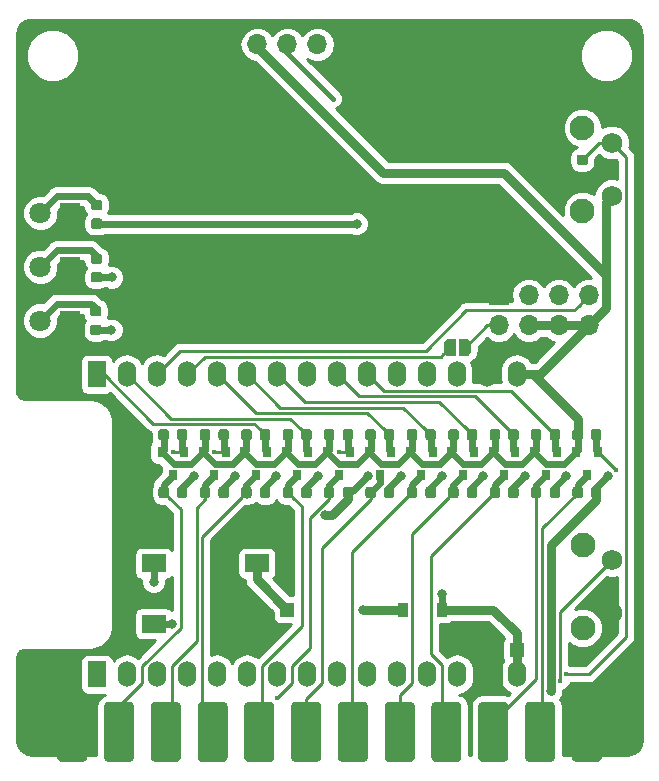
<source format=gbl>
G04 #@! TF.GenerationSoftware,KiCad,Pcbnew,5.0.2+dfsg1-1*
G04 #@! TF.CreationDate,2021-03-27T14:43:42+01:00*
G04 #@! TF.ProjectId,WiC64_Plugin,57694336-345f-4506-9c75-67696e2e6b69,v0.6*
G04 #@! TF.SameCoordinates,Original*
G04 #@! TF.FileFunction,Copper,L2,Bot*
G04 #@! TF.FilePolarity,Positive*
%FSLAX46Y46*%
G04 Gerber Fmt 4.6, Leading zero omitted, Abs format (unit mm)*
G04 Created by KiCad (PCBNEW 5.0.2+dfsg1-1) date Sa 27 Mär 2021 14:43:42 CET*
%MOMM*%
%LPD*%
G01*
G04 APERTURE LIST*
G04 #@! TA.AperFunction,SMDPad,CuDef*
%ADD10C,0.500000*%
G04 #@! TD*
G04 #@! TA.AperFunction,Conductor*
%ADD11C,0.100000*%
G04 #@! TD*
G04 #@! TA.AperFunction,SMDPad,CuDef*
%ADD12R,0.800000X0.900000*%
G04 #@! TD*
G04 #@! TA.AperFunction,SMDPad,CuDef*
%ADD13R,0.900000X1.200000*%
G04 #@! TD*
G04 #@! TA.AperFunction,ComponentPad*
%ADD14R,1.800000X1.800000*%
G04 #@! TD*
G04 #@! TA.AperFunction,ComponentPad*
%ADD15C,1.800000*%
G04 #@! TD*
G04 #@! TA.AperFunction,SMDPad,CuDef*
%ADD16C,2.540000*%
G04 #@! TD*
G04 #@! TA.AperFunction,ComponentPad*
%ADD17C,1.200000*%
G04 #@! TD*
G04 #@! TA.AperFunction,ComponentPad*
%ADD18R,1.200000X1.200000*%
G04 #@! TD*
G04 #@! TA.AperFunction,ComponentPad*
%ADD19C,2.100000*%
G04 #@! TD*
G04 #@! TA.AperFunction,ComponentPad*
%ADD20C,1.750000*%
G04 #@! TD*
G04 #@! TA.AperFunction,SMDPad,CuDef*
%ADD21R,2.000000X1.500000*%
G04 #@! TD*
G04 #@! TA.AperFunction,SMDPad,CuDef*
%ADD22C,0.875000*%
G04 #@! TD*
G04 #@! TA.AperFunction,ComponentPad*
%ADD23R,1.700000X1.700000*%
G04 #@! TD*
G04 #@! TA.AperFunction,ComponentPad*
%ADD24O,1.700000X1.700000*%
G04 #@! TD*
G04 #@! TA.AperFunction,ComponentPad*
%ADD25R,1.524000X2.199640*%
G04 #@! TD*
G04 #@! TA.AperFunction,ComponentPad*
%ADD26O,1.524000X2.199640*%
G04 #@! TD*
G04 #@! TA.AperFunction,ViaPad*
%ADD27C,0.800000*%
G04 #@! TD*
G04 #@! TA.AperFunction,ViaPad*
%ADD28C,0.400000*%
G04 #@! TD*
G04 #@! TA.AperFunction,Conductor*
%ADD29C,0.600000*%
G04 #@! TD*
G04 #@! TA.AperFunction,Conductor*
%ADD30C,0.800000*%
G04 #@! TD*
G04 #@! TA.AperFunction,Conductor*
%ADD31C,0.250000*%
G04 #@! TD*
G04 #@! TA.AperFunction,Conductor*
%ADD32C,0.400000*%
G04 #@! TD*
G04 #@! TA.AperFunction,Conductor*
%ADD33C,0.254000*%
G04 #@! TD*
G04 APERTURE END LIST*
D10*
G04 #@! TO.P,JP1,1*
G04 #@! TO.N,/RX*
X159522400Y-104673400D03*
D11*
G04 #@! TD*
G04 #@! TO.N,/RX*
G04 #@! TO.C,JP1*
G36*
X160022400Y-105423400D02*
X159522400Y-105423400D01*
X159522400Y-105422798D01*
X159497866Y-105422798D01*
X159449035Y-105417988D01*
X159400910Y-105408416D01*
X159353955Y-105394172D01*
X159308622Y-105375395D01*
X159265349Y-105352264D01*
X159224550Y-105325004D01*
X159186621Y-105293876D01*
X159151924Y-105259179D01*
X159120796Y-105221250D01*
X159093536Y-105180451D01*
X159070405Y-105137178D01*
X159051628Y-105091845D01*
X159037384Y-105044890D01*
X159027812Y-104996765D01*
X159023002Y-104947934D01*
X159023002Y-104923400D01*
X159022400Y-104923400D01*
X159022400Y-104423400D01*
X159023002Y-104423400D01*
X159023002Y-104398866D01*
X159027812Y-104350035D01*
X159037384Y-104301910D01*
X159051628Y-104254955D01*
X159070405Y-104209622D01*
X159093536Y-104166349D01*
X159120796Y-104125550D01*
X159151924Y-104087621D01*
X159186621Y-104052924D01*
X159224550Y-104021796D01*
X159265349Y-103994536D01*
X159308622Y-103971405D01*
X159353955Y-103952628D01*
X159400910Y-103938384D01*
X159449035Y-103928812D01*
X159497866Y-103924002D01*
X159522400Y-103924002D01*
X159522400Y-103923400D01*
X160022400Y-103923400D01*
X160022400Y-105423400D01*
X160022400Y-105423400D01*
G37*
D10*
G04 #@! TO.P,JP1,2*
G04 #@! TO.N,/JP1C*
X160822400Y-104673400D03*
D11*
G04 #@! TD*
G04 #@! TO.N,/JP1C*
G04 #@! TO.C,JP1*
G36*
X160822400Y-103924002D02*
X160846934Y-103924002D01*
X160895765Y-103928812D01*
X160943890Y-103938384D01*
X160990845Y-103952628D01*
X161036178Y-103971405D01*
X161079451Y-103994536D01*
X161120250Y-104021796D01*
X161158179Y-104052924D01*
X161192876Y-104087621D01*
X161224004Y-104125550D01*
X161251264Y-104166349D01*
X161274395Y-104209622D01*
X161293172Y-104254955D01*
X161307416Y-104301910D01*
X161316988Y-104350035D01*
X161321798Y-104398866D01*
X161321798Y-104423400D01*
X161322400Y-104423400D01*
X161322400Y-104923400D01*
X161321798Y-104923400D01*
X161321798Y-104947934D01*
X161316988Y-104996765D01*
X161307416Y-105044890D01*
X161293172Y-105091845D01*
X161274395Y-105137178D01*
X161251264Y-105180451D01*
X161224004Y-105221250D01*
X161192876Y-105259179D01*
X161158179Y-105293876D01*
X161120250Y-105325004D01*
X161079451Y-105352264D01*
X161036178Y-105375395D01*
X160990845Y-105394172D01*
X160943890Y-105408416D01*
X160895765Y-105417988D01*
X160846934Y-105422798D01*
X160822400Y-105422798D01*
X160822400Y-105423400D01*
X160322400Y-105423400D01*
X160322400Y-103923400D01*
X160822400Y-103923400D01*
X160822400Y-103924002D01*
X160822400Y-103924002D01*
G37*
D12*
G04 #@! TO.P,Q11,1*
G04 #@! TO.N,+3V3*
X135143200Y-113503200D03*
G04 #@! TO.P,Q11,2*
G04 #@! TO.N,/IO27*
X137043200Y-113503200D03*
G04 #@! TO.P,Q11,3*
G04 #@! TO.N,/PA2*
X136093200Y-115503200D03*
G04 #@! TD*
G04 #@! TO.P,Q3,3*
G04 #@! TO.N,/PB1*
X164134800Y-115503200D03*
G04 #@! TO.P,Q3,2*
G04 #@! TO.N,/IO17*
X165084800Y-113503200D03*
G04 #@! TO.P,Q3,1*
G04 #@! TO.N,+3V3*
X163184800Y-113503200D03*
G04 #@! TD*
D13*
G04 #@! TO.P,D3,1*
G04 #@! TO.N,/C2C*
X158850600Y-126873000D03*
G04 #@! TO.P,D3,2*
G04 #@! TO.N,Net-(C1-Pad1)*
X155550600Y-126873000D03*
G04 #@! TD*
D14*
G04 #@! TO.P,D2,1*
G04 #@! TO.N,GND*
X127406400Y-97840800D03*
D15*
G04 #@! TO.P,D2,2*
G04 #@! TO.N,Net-(D2-Pad2)*
X124866400Y-97840800D03*
G04 #@! TD*
G04 #@! TO.P,D1,2*
G04 #@! TO.N,Net-(D1-Pad2)*
X124841000Y-102387400D03*
D14*
G04 #@! TO.P,D1,1*
G04 #@! TO.N,GND*
X127381000Y-102387400D03*
G04 #@! TD*
D12*
G04 #@! TO.P,Q4,1*
G04 #@! TO.N,+3V3*
X159679600Y-113503200D03*
G04 #@! TO.P,Q4,2*
G04 #@! TO.N,/IO18*
X161579600Y-113503200D03*
G04 #@! TO.P,Q4,3*
G04 #@! TO.N,/PB2*
X160629600Y-115503200D03*
G04 #@! TD*
G04 #@! TO.P,Q1,3*
G04 #@! TO.N,/FLAG2*
X171145200Y-115503200D03*
G04 #@! TO.P,Q1,2*
G04 #@! TO.N,/IO26*
X172095200Y-113503200D03*
G04 #@! TO.P,Q1,1*
G04 #@! TO.N,+3V3*
X170195200Y-113503200D03*
G04 #@! TD*
G04 #@! TO.P,Q5,1*
G04 #@! TO.N,+3V3*
X156174400Y-113503200D03*
G04 #@! TO.P,Q5,2*
G04 #@! TO.N,/IO19*
X158074400Y-113503200D03*
G04 #@! TO.P,Q5,3*
G04 #@! TO.N,/PB3*
X157124400Y-115503200D03*
G04 #@! TD*
G04 #@! TO.P,Q2,3*
G04 #@! TO.N,/PB0*
X167640000Y-115503200D03*
G04 #@! TO.P,Q2,2*
G04 #@! TO.N,/IO16*
X168590000Y-113503200D03*
G04 #@! TO.P,Q2,1*
G04 #@! TO.N,+3V3*
X166690000Y-113503200D03*
G04 #@! TD*
G04 #@! TO.P,Q6,1*
G04 #@! TO.N,+3V3*
X152669200Y-113503200D03*
G04 #@! TO.P,Q6,2*
G04 #@! TO.N,/IO21*
X154569200Y-113503200D03*
G04 #@! TO.P,Q6,3*
G04 #@! TO.N,/PB4*
X153619200Y-115503200D03*
G04 #@! TD*
G04 #@! TO.P,Q9,1*
G04 #@! TO.N,+3V3*
X142153600Y-113503200D03*
G04 #@! TO.P,Q9,2*
G04 #@! TO.N,/IO23*
X144053600Y-113503200D03*
G04 #@! TO.P,Q9,3*
G04 #@! TO.N,/PB6*
X143103600Y-115503200D03*
G04 #@! TD*
G04 #@! TO.P,Q7,3*
G04 #@! TO.N,/PC2*
X150114000Y-115503200D03*
G04 #@! TO.P,Q7,2*
G04 #@! TO.N,/IO14*
X151064000Y-113503200D03*
G04 #@! TO.P,Q7,1*
G04 #@! TO.N,+3V3*
X149164000Y-113503200D03*
G04 #@! TD*
G04 #@! TO.P,Q8,3*
G04 #@! TO.N,/PB5*
X146608800Y-115503200D03*
G04 #@! TO.P,Q8,2*
G04 #@! TO.N,/IO22*
X147558800Y-113503200D03*
G04 #@! TO.P,Q8,1*
G04 #@! TO.N,+3V3*
X145658800Y-113503200D03*
G04 #@! TD*
G04 #@! TO.P,Q10,1*
G04 #@! TO.N,+3V3*
X138648400Y-113503200D03*
G04 #@! TO.P,Q10,2*
G04 #@! TO.N,/IO25*
X140548400Y-113503200D03*
G04 #@! TO.P,Q10,3*
G04 #@! TO.N,/PB7*
X139598400Y-115503200D03*
G04 #@! TD*
D11*
G04 #@! TO.N,GND*
G04 #@! TO.C,CN1*
G36*
X172057145Y-134672635D02*
X172094129Y-134678121D01*
X172130398Y-134687206D01*
X172165602Y-134699802D01*
X172199402Y-134715788D01*
X172231472Y-134735010D01*
X172261504Y-134757283D01*
X172289208Y-134782392D01*
X172314317Y-134810096D01*
X172336590Y-134840128D01*
X172355812Y-134872198D01*
X172371798Y-134905998D01*
X172384394Y-134941202D01*
X172393479Y-134977471D01*
X172398965Y-135014455D01*
X172400800Y-135051800D01*
X172400800Y-139369800D01*
X172398965Y-139407145D01*
X172393479Y-139444129D01*
X172384394Y-139480398D01*
X172371798Y-139515602D01*
X172355812Y-139549402D01*
X172336590Y-139581472D01*
X172314317Y-139611504D01*
X172289208Y-139639208D01*
X172261504Y-139664317D01*
X172231472Y-139686590D01*
X172199402Y-139705812D01*
X172165602Y-139721798D01*
X172130398Y-139734394D01*
X172094129Y-139743479D01*
X172057145Y-139748965D01*
X172019800Y-139750800D01*
X170241800Y-139750800D01*
X170204455Y-139748965D01*
X170167471Y-139743479D01*
X170131202Y-139734394D01*
X170095998Y-139721798D01*
X170062198Y-139705812D01*
X170030128Y-139686590D01*
X170000096Y-139664317D01*
X169972392Y-139639208D01*
X169947283Y-139611504D01*
X169925010Y-139581472D01*
X169905788Y-139549402D01*
X169889802Y-139515602D01*
X169877206Y-139480398D01*
X169868121Y-139444129D01*
X169862635Y-139407145D01*
X169860800Y-139369800D01*
X169860800Y-135051800D01*
X169862635Y-135014455D01*
X169868121Y-134977471D01*
X169877206Y-134941202D01*
X169889802Y-134905998D01*
X169905788Y-134872198D01*
X169925010Y-134840128D01*
X169947283Y-134810096D01*
X169972392Y-134782392D01*
X170000096Y-134757283D01*
X170030128Y-134735010D01*
X170062198Y-134715788D01*
X170095998Y-134699802D01*
X170131202Y-134687206D01*
X170167471Y-134678121D01*
X170204455Y-134672635D01*
X170241800Y-134670800D01*
X172019800Y-134670800D01*
X172057145Y-134672635D01*
X172057145Y-134672635D01*
G37*
D16*
G04 #@! TD*
G04 #@! TO.P,CN1,A*
G04 #@! TO.N,GND*
X171130800Y-137210800D03*
D11*
G04 #@! TO.N,/FLAG2*
G04 #@! TO.C,CN1*
G36*
X168097145Y-134672635D02*
X168134129Y-134678121D01*
X168170398Y-134687206D01*
X168205602Y-134699802D01*
X168239402Y-134715788D01*
X168271472Y-134735010D01*
X168301504Y-134757283D01*
X168329208Y-134782392D01*
X168354317Y-134810096D01*
X168376590Y-134840128D01*
X168395812Y-134872198D01*
X168411798Y-134905998D01*
X168424394Y-134941202D01*
X168433479Y-134977471D01*
X168438965Y-135014455D01*
X168440800Y-135051800D01*
X168440800Y-139369800D01*
X168438965Y-139407145D01*
X168433479Y-139444129D01*
X168424394Y-139480398D01*
X168411798Y-139515602D01*
X168395812Y-139549402D01*
X168376590Y-139581472D01*
X168354317Y-139611504D01*
X168329208Y-139639208D01*
X168301504Y-139664317D01*
X168271472Y-139686590D01*
X168239402Y-139705812D01*
X168205602Y-139721798D01*
X168170398Y-139734394D01*
X168134129Y-139743479D01*
X168097145Y-139748965D01*
X168059800Y-139750800D01*
X166281800Y-139750800D01*
X166244455Y-139748965D01*
X166207471Y-139743479D01*
X166171202Y-139734394D01*
X166135998Y-139721798D01*
X166102198Y-139705812D01*
X166070128Y-139686590D01*
X166040096Y-139664317D01*
X166012392Y-139639208D01*
X165987283Y-139611504D01*
X165965010Y-139581472D01*
X165945788Y-139549402D01*
X165929802Y-139515602D01*
X165917206Y-139480398D01*
X165908121Y-139444129D01*
X165902635Y-139407145D01*
X165900800Y-139369800D01*
X165900800Y-135051800D01*
X165902635Y-135014455D01*
X165908121Y-134977471D01*
X165917206Y-134941202D01*
X165929802Y-134905998D01*
X165945788Y-134872198D01*
X165965010Y-134840128D01*
X165987283Y-134810096D01*
X166012392Y-134782392D01*
X166040096Y-134757283D01*
X166070128Y-134735010D01*
X166102198Y-134715788D01*
X166135998Y-134699802D01*
X166171202Y-134687206D01*
X166207471Y-134678121D01*
X166244455Y-134672635D01*
X166281800Y-134670800D01*
X168059800Y-134670800D01*
X168097145Y-134672635D01*
X168097145Y-134672635D01*
G37*
D16*
G04 #@! TD*
G04 #@! TO.P,CN1,B*
G04 #@! TO.N,/FLAG2*
X167170800Y-137210800D03*
D11*
G04 #@! TO.N,/PB0*
G04 #@! TO.C,CN1*
G36*
X164137145Y-134672635D02*
X164174129Y-134678121D01*
X164210398Y-134687206D01*
X164245602Y-134699802D01*
X164279402Y-134715788D01*
X164311472Y-134735010D01*
X164341504Y-134757283D01*
X164369208Y-134782392D01*
X164394317Y-134810096D01*
X164416590Y-134840128D01*
X164435812Y-134872198D01*
X164451798Y-134905998D01*
X164464394Y-134941202D01*
X164473479Y-134977471D01*
X164478965Y-135014455D01*
X164480800Y-135051800D01*
X164480800Y-139369800D01*
X164478965Y-139407145D01*
X164473479Y-139444129D01*
X164464394Y-139480398D01*
X164451798Y-139515602D01*
X164435812Y-139549402D01*
X164416590Y-139581472D01*
X164394317Y-139611504D01*
X164369208Y-139639208D01*
X164341504Y-139664317D01*
X164311472Y-139686590D01*
X164279402Y-139705812D01*
X164245602Y-139721798D01*
X164210398Y-139734394D01*
X164174129Y-139743479D01*
X164137145Y-139748965D01*
X164099800Y-139750800D01*
X162321800Y-139750800D01*
X162284455Y-139748965D01*
X162247471Y-139743479D01*
X162211202Y-139734394D01*
X162175998Y-139721798D01*
X162142198Y-139705812D01*
X162110128Y-139686590D01*
X162080096Y-139664317D01*
X162052392Y-139639208D01*
X162027283Y-139611504D01*
X162005010Y-139581472D01*
X161985788Y-139549402D01*
X161969802Y-139515602D01*
X161957206Y-139480398D01*
X161948121Y-139444129D01*
X161942635Y-139407145D01*
X161940800Y-139369800D01*
X161940800Y-135051800D01*
X161942635Y-135014455D01*
X161948121Y-134977471D01*
X161957206Y-134941202D01*
X161969802Y-134905998D01*
X161985788Y-134872198D01*
X162005010Y-134840128D01*
X162027283Y-134810096D01*
X162052392Y-134782392D01*
X162080096Y-134757283D01*
X162110128Y-134735010D01*
X162142198Y-134715788D01*
X162175998Y-134699802D01*
X162211202Y-134687206D01*
X162247471Y-134678121D01*
X162284455Y-134672635D01*
X162321800Y-134670800D01*
X164099800Y-134670800D01*
X164137145Y-134672635D01*
X164137145Y-134672635D01*
G37*
D16*
G04 #@! TD*
G04 #@! TO.P,CN1,C*
G04 #@! TO.N,/PB0*
X163210800Y-137210800D03*
D11*
G04 #@! TO.N,/PB1*
G04 #@! TO.C,CN1*
G36*
X160177145Y-134672635D02*
X160214129Y-134678121D01*
X160250398Y-134687206D01*
X160285602Y-134699802D01*
X160319402Y-134715788D01*
X160351472Y-134735010D01*
X160381504Y-134757283D01*
X160409208Y-134782392D01*
X160434317Y-134810096D01*
X160456590Y-134840128D01*
X160475812Y-134872198D01*
X160491798Y-134905998D01*
X160504394Y-134941202D01*
X160513479Y-134977471D01*
X160518965Y-135014455D01*
X160520800Y-135051800D01*
X160520800Y-139369800D01*
X160518965Y-139407145D01*
X160513479Y-139444129D01*
X160504394Y-139480398D01*
X160491798Y-139515602D01*
X160475812Y-139549402D01*
X160456590Y-139581472D01*
X160434317Y-139611504D01*
X160409208Y-139639208D01*
X160381504Y-139664317D01*
X160351472Y-139686590D01*
X160319402Y-139705812D01*
X160285602Y-139721798D01*
X160250398Y-139734394D01*
X160214129Y-139743479D01*
X160177145Y-139748965D01*
X160139800Y-139750800D01*
X158361800Y-139750800D01*
X158324455Y-139748965D01*
X158287471Y-139743479D01*
X158251202Y-139734394D01*
X158215998Y-139721798D01*
X158182198Y-139705812D01*
X158150128Y-139686590D01*
X158120096Y-139664317D01*
X158092392Y-139639208D01*
X158067283Y-139611504D01*
X158045010Y-139581472D01*
X158025788Y-139549402D01*
X158009802Y-139515602D01*
X157997206Y-139480398D01*
X157988121Y-139444129D01*
X157982635Y-139407145D01*
X157980800Y-139369800D01*
X157980800Y-135051800D01*
X157982635Y-135014455D01*
X157988121Y-134977471D01*
X157997206Y-134941202D01*
X158009802Y-134905998D01*
X158025788Y-134872198D01*
X158045010Y-134840128D01*
X158067283Y-134810096D01*
X158092392Y-134782392D01*
X158120096Y-134757283D01*
X158150128Y-134735010D01*
X158182198Y-134715788D01*
X158215998Y-134699802D01*
X158251202Y-134687206D01*
X158287471Y-134678121D01*
X158324455Y-134672635D01*
X158361800Y-134670800D01*
X160139800Y-134670800D01*
X160177145Y-134672635D01*
X160177145Y-134672635D01*
G37*
D16*
G04 #@! TD*
G04 #@! TO.P,CN1,D*
G04 #@! TO.N,/PB1*
X159250800Y-137210800D03*
D11*
G04 #@! TO.N,/PB2*
G04 #@! TO.C,CN1*
G36*
X156217145Y-134672635D02*
X156254129Y-134678121D01*
X156290398Y-134687206D01*
X156325602Y-134699802D01*
X156359402Y-134715788D01*
X156391472Y-134735010D01*
X156421504Y-134757283D01*
X156449208Y-134782392D01*
X156474317Y-134810096D01*
X156496590Y-134840128D01*
X156515812Y-134872198D01*
X156531798Y-134905998D01*
X156544394Y-134941202D01*
X156553479Y-134977471D01*
X156558965Y-135014455D01*
X156560800Y-135051800D01*
X156560800Y-139369800D01*
X156558965Y-139407145D01*
X156553479Y-139444129D01*
X156544394Y-139480398D01*
X156531798Y-139515602D01*
X156515812Y-139549402D01*
X156496590Y-139581472D01*
X156474317Y-139611504D01*
X156449208Y-139639208D01*
X156421504Y-139664317D01*
X156391472Y-139686590D01*
X156359402Y-139705812D01*
X156325602Y-139721798D01*
X156290398Y-139734394D01*
X156254129Y-139743479D01*
X156217145Y-139748965D01*
X156179800Y-139750800D01*
X154401800Y-139750800D01*
X154364455Y-139748965D01*
X154327471Y-139743479D01*
X154291202Y-139734394D01*
X154255998Y-139721798D01*
X154222198Y-139705812D01*
X154190128Y-139686590D01*
X154160096Y-139664317D01*
X154132392Y-139639208D01*
X154107283Y-139611504D01*
X154085010Y-139581472D01*
X154065788Y-139549402D01*
X154049802Y-139515602D01*
X154037206Y-139480398D01*
X154028121Y-139444129D01*
X154022635Y-139407145D01*
X154020800Y-139369800D01*
X154020800Y-135051800D01*
X154022635Y-135014455D01*
X154028121Y-134977471D01*
X154037206Y-134941202D01*
X154049802Y-134905998D01*
X154065788Y-134872198D01*
X154085010Y-134840128D01*
X154107283Y-134810096D01*
X154132392Y-134782392D01*
X154160096Y-134757283D01*
X154190128Y-134735010D01*
X154222198Y-134715788D01*
X154255998Y-134699802D01*
X154291202Y-134687206D01*
X154327471Y-134678121D01*
X154364455Y-134672635D01*
X154401800Y-134670800D01*
X156179800Y-134670800D01*
X156217145Y-134672635D01*
X156217145Y-134672635D01*
G37*
D16*
G04 #@! TD*
G04 #@! TO.P,CN1,E*
G04 #@! TO.N,/PB2*
X155290800Y-137210800D03*
D11*
G04 #@! TO.N,/PB3*
G04 #@! TO.C,CN1*
G36*
X152257145Y-134672635D02*
X152294129Y-134678121D01*
X152330398Y-134687206D01*
X152365602Y-134699802D01*
X152399402Y-134715788D01*
X152431472Y-134735010D01*
X152461504Y-134757283D01*
X152489208Y-134782392D01*
X152514317Y-134810096D01*
X152536590Y-134840128D01*
X152555812Y-134872198D01*
X152571798Y-134905998D01*
X152584394Y-134941202D01*
X152593479Y-134977471D01*
X152598965Y-135014455D01*
X152600800Y-135051800D01*
X152600800Y-139369800D01*
X152598965Y-139407145D01*
X152593479Y-139444129D01*
X152584394Y-139480398D01*
X152571798Y-139515602D01*
X152555812Y-139549402D01*
X152536590Y-139581472D01*
X152514317Y-139611504D01*
X152489208Y-139639208D01*
X152461504Y-139664317D01*
X152431472Y-139686590D01*
X152399402Y-139705812D01*
X152365602Y-139721798D01*
X152330398Y-139734394D01*
X152294129Y-139743479D01*
X152257145Y-139748965D01*
X152219800Y-139750800D01*
X150441800Y-139750800D01*
X150404455Y-139748965D01*
X150367471Y-139743479D01*
X150331202Y-139734394D01*
X150295998Y-139721798D01*
X150262198Y-139705812D01*
X150230128Y-139686590D01*
X150200096Y-139664317D01*
X150172392Y-139639208D01*
X150147283Y-139611504D01*
X150125010Y-139581472D01*
X150105788Y-139549402D01*
X150089802Y-139515602D01*
X150077206Y-139480398D01*
X150068121Y-139444129D01*
X150062635Y-139407145D01*
X150060800Y-139369800D01*
X150060800Y-135051800D01*
X150062635Y-135014455D01*
X150068121Y-134977471D01*
X150077206Y-134941202D01*
X150089802Y-134905998D01*
X150105788Y-134872198D01*
X150125010Y-134840128D01*
X150147283Y-134810096D01*
X150172392Y-134782392D01*
X150200096Y-134757283D01*
X150230128Y-134735010D01*
X150262198Y-134715788D01*
X150295998Y-134699802D01*
X150331202Y-134687206D01*
X150367471Y-134678121D01*
X150404455Y-134672635D01*
X150441800Y-134670800D01*
X152219800Y-134670800D01*
X152257145Y-134672635D01*
X152257145Y-134672635D01*
G37*
D16*
G04 #@! TD*
G04 #@! TO.P,CN1,F*
G04 #@! TO.N,/PB3*
X151330800Y-137210800D03*
D11*
G04 #@! TO.N,/PB4*
G04 #@! TO.C,CN1*
G36*
X148297145Y-134672635D02*
X148334129Y-134678121D01*
X148370398Y-134687206D01*
X148405602Y-134699802D01*
X148439402Y-134715788D01*
X148471472Y-134735010D01*
X148501504Y-134757283D01*
X148529208Y-134782392D01*
X148554317Y-134810096D01*
X148576590Y-134840128D01*
X148595812Y-134872198D01*
X148611798Y-134905998D01*
X148624394Y-134941202D01*
X148633479Y-134977471D01*
X148638965Y-135014455D01*
X148640800Y-135051800D01*
X148640800Y-139369800D01*
X148638965Y-139407145D01*
X148633479Y-139444129D01*
X148624394Y-139480398D01*
X148611798Y-139515602D01*
X148595812Y-139549402D01*
X148576590Y-139581472D01*
X148554317Y-139611504D01*
X148529208Y-139639208D01*
X148501504Y-139664317D01*
X148471472Y-139686590D01*
X148439402Y-139705812D01*
X148405602Y-139721798D01*
X148370398Y-139734394D01*
X148334129Y-139743479D01*
X148297145Y-139748965D01*
X148259800Y-139750800D01*
X146481800Y-139750800D01*
X146444455Y-139748965D01*
X146407471Y-139743479D01*
X146371202Y-139734394D01*
X146335998Y-139721798D01*
X146302198Y-139705812D01*
X146270128Y-139686590D01*
X146240096Y-139664317D01*
X146212392Y-139639208D01*
X146187283Y-139611504D01*
X146165010Y-139581472D01*
X146145788Y-139549402D01*
X146129802Y-139515602D01*
X146117206Y-139480398D01*
X146108121Y-139444129D01*
X146102635Y-139407145D01*
X146100800Y-139369800D01*
X146100800Y-135051800D01*
X146102635Y-135014455D01*
X146108121Y-134977471D01*
X146117206Y-134941202D01*
X146129802Y-134905998D01*
X146145788Y-134872198D01*
X146165010Y-134840128D01*
X146187283Y-134810096D01*
X146212392Y-134782392D01*
X146240096Y-134757283D01*
X146270128Y-134735010D01*
X146302198Y-134715788D01*
X146335998Y-134699802D01*
X146371202Y-134687206D01*
X146407471Y-134678121D01*
X146444455Y-134672635D01*
X146481800Y-134670800D01*
X148259800Y-134670800D01*
X148297145Y-134672635D01*
X148297145Y-134672635D01*
G37*
D16*
G04 #@! TD*
G04 #@! TO.P,CN1,H*
G04 #@! TO.N,/PB4*
X147370800Y-137210800D03*
D11*
G04 #@! TO.N,/PB5*
G04 #@! TO.C,CN1*
G36*
X144337145Y-134672635D02*
X144374129Y-134678121D01*
X144410398Y-134687206D01*
X144445602Y-134699802D01*
X144479402Y-134715788D01*
X144511472Y-134735010D01*
X144541504Y-134757283D01*
X144569208Y-134782392D01*
X144594317Y-134810096D01*
X144616590Y-134840128D01*
X144635812Y-134872198D01*
X144651798Y-134905998D01*
X144664394Y-134941202D01*
X144673479Y-134977471D01*
X144678965Y-135014455D01*
X144680800Y-135051800D01*
X144680800Y-139369800D01*
X144678965Y-139407145D01*
X144673479Y-139444129D01*
X144664394Y-139480398D01*
X144651798Y-139515602D01*
X144635812Y-139549402D01*
X144616590Y-139581472D01*
X144594317Y-139611504D01*
X144569208Y-139639208D01*
X144541504Y-139664317D01*
X144511472Y-139686590D01*
X144479402Y-139705812D01*
X144445602Y-139721798D01*
X144410398Y-139734394D01*
X144374129Y-139743479D01*
X144337145Y-139748965D01*
X144299800Y-139750800D01*
X142521800Y-139750800D01*
X142484455Y-139748965D01*
X142447471Y-139743479D01*
X142411202Y-139734394D01*
X142375998Y-139721798D01*
X142342198Y-139705812D01*
X142310128Y-139686590D01*
X142280096Y-139664317D01*
X142252392Y-139639208D01*
X142227283Y-139611504D01*
X142205010Y-139581472D01*
X142185788Y-139549402D01*
X142169802Y-139515602D01*
X142157206Y-139480398D01*
X142148121Y-139444129D01*
X142142635Y-139407145D01*
X142140800Y-139369800D01*
X142140800Y-135051800D01*
X142142635Y-135014455D01*
X142148121Y-134977471D01*
X142157206Y-134941202D01*
X142169802Y-134905998D01*
X142185788Y-134872198D01*
X142205010Y-134840128D01*
X142227283Y-134810096D01*
X142252392Y-134782392D01*
X142280096Y-134757283D01*
X142310128Y-134735010D01*
X142342198Y-134715788D01*
X142375998Y-134699802D01*
X142411202Y-134687206D01*
X142447471Y-134678121D01*
X142484455Y-134672635D01*
X142521800Y-134670800D01*
X144299800Y-134670800D01*
X144337145Y-134672635D01*
X144337145Y-134672635D01*
G37*
D16*
G04 #@! TD*
G04 #@! TO.P,CN1,J*
G04 #@! TO.N,/PB5*
X143410800Y-137210800D03*
D11*
G04 #@! TO.N,/PB6*
G04 #@! TO.C,CN1*
G36*
X140377145Y-134672635D02*
X140414129Y-134678121D01*
X140450398Y-134687206D01*
X140485602Y-134699802D01*
X140519402Y-134715788D01*
X140551472Y-134735010D01*
X140581504Y-134757283D01*
X140609208Y-134782392D01*
X140634317Y-134810096D01*
X140656590Y-134840128D01*
X140675812Y-134872198D01*
X140691798Y-134905998D01*
X140704394Y-134941202D01*
X140713479Y-134977471D01*
X140718965Y-135014455D01*
X140720800Y-135051800D01*
X140720800Y-139369800D01*
X140718965Y-139407145D01*
X140713479Y-139444129D01*
X140704394Y-139480398D01*
X140691798Y-139515602D01*
X140675812Y-139549402D01*
X140656590Y-139581472D01*
X140634317Y-139611504D01*
X140609208Y-139639208D01*
X140581504Y-139664317D01*
X140551472Y-139686590D01*
X140519402Y-139705812D01*
X140485602Y-139721798D01*
X140450398Y-139734394D01*
X140414129Y-139743479D01*
X140377145Y-139748965D01*
X140339800Y-139750800D01*
X138561800Y-139750800D01*
X138524455Y-139748965D01*
X138487471Y-139743479D01*
X138451202Y-139734394D01*
X138415998Y-139721798D01*
X138382198Y-139705812D01*
X138350128Y-139686590D01*
X138320096Y-139664317D01*
X138292392Y-139639208D01*
X138267283Y-139611504D01*
X138245010Y-139581472D01*
X138225788Y-139549402D01*
X138209802Y-139515602D01*
X138197206Y-139480398D01*
X138188121Y-139444129D01*
X138182635Y-139407145D01*
X138180800Y-139369800D01*
X138180800Y-135051800D01*
X138182635Y-135014455D01*
X138188121Y-134977471D01*
X138197206Y-134941202D01*
X138209802Y-134905998D01*
X138225788Y-134872198D01*
X138245010Y-134840128D01*
X138267283Y-134810096D01*
X138292392Y-134782392D01*
X138320096Y-134757283D01*
X138350128Y-134735010D01*
X138382198Y-134715788D01*
X138415998Y-134699802D01*
X138451202Y-134687206D01*
X138487471Y-134678121D01*
X138524455Y-134672635D01*
X138561800Y-134670800D01*
X140339800Y-134670800D01*
X140377145Y-134672635D01*
X140377145Y-134672635D01*
G37*
D16*
G04 #@! TD*
G04 #@! TO.P,CN1,K*
G04 #@! TO.N,/PB6*
X139450800Y-137210800D03*
D11*
G04 #@! TO.N,/PB7*
G04 #@! TO.C,CN1*
G36*
X136417145Y-134672635D02*
X136454129Y-134678121D01*
X136490398Y-134687206D01*
X136525602Y-134699802D01*
X136559402Y-134715788D01*
X136591472Y-134735010D01*
X136621504Y-134757283D01*
X136649208Y-134782392D01*
X136674317Y-134810096D01*
X136696590Y-134840128D01*
X136715812Y-134872198D01*
X136731798Y-134905998D01*
X136744394Y-134941202D01*
X136753479Y-134977471D01*
X136758965Y-135014455D01*
X136760800Y-135051800D01*
X136760800Y-139369800D01*
X136758965Y-139407145D01*
X136753479Y-139444129D01*
X136744394Y-139480398D01*
X136731798Y-139515602D01*
X136715812Y-139549402D01*
X136696590Y-139581472D01*
X136674317Y-139611504D01*
X136649208Y-139639208D01*
X136621504Y-139664317D01*
X136591472Y-139686590D01*
X136559402Y-139705812D01*
X136525602Y-139721798D01*
X136490398Y-139734394D01*
X136454129Y-139743479D01*
X136417145Y-139748965D01*
X136379800Y-139750800D01*
X134601800Y-139750800D01*
X134564455Y-139748965D01*
X134527471Y-139743479D01*
X134491202Y-139734394D01*
X134455998Y-139721798D01*
X134422198Y-139705812D01*
X134390128Y-139686590D01*
X134360096Y-139664317D01*
X134332392Y-139639208D01*
X134307283Y-139611504D01*
X134285010Y-139581472D01*
X134265788Y-139549402D01*
X134249802Y-139515602D01*
X134237206Y-139480398D01*
X134228121Y-139444129D01*
X134222635Y-139407145D01*
X134220800Y-139369800D01*
X134220800Y-135051800D01*
X134222635Y-135014455D01*
X134228121Y-134977471D01*
X134237206Y-134941202D01*
X134249802Y-134905998D01*
X134265788Y-134872198D01*
X134285010Y-134840128D01*
X134307283Y-134810096D01*
X134332392Y-134782392D01*
X134360096Y-134757283D01*
X134390128Y-134735010D01*
X134422198Y-134715788D01*
X134455998Y-134699802D01*
X134491202Y-134687206D01*
X134527471Y-134678121D01*
X134564455Y-134672635D01*
X134601800Y-134670800D01*
X136379800Y-134670800D01*
X136417145Y-134672635D01*
X136417145Y-134672635D01*
G37*
D16*
G04 #@! TD*
G04 #@! TO.P,CN1,L*
G04 #@! TO.N,/PB7*
X135490800Y-137210800D03*
D11*
G04 #@! TO.N,/PA2*
G04 #@! TO.C,CN1*
G36*
X132457145Y-134672635D02*
X132494129Y-134678121D01*
X132530398Y-134687206D01*
X132565602Y-134699802D01*
X132599402Y-134715788D01*
X132631472Y-134735010D01*
X132661504Y-134757283D01*
X132689208Y-134782392D01*
X132714317Y-134810096D01*
X132736590Y-134840128D01*
X132755812Y-134872198D01*
X132771798Y-134905998D01*
X132784394Y-134941202D01*
X132793479Y-134977471D01*
X132798965Y-135014455D01*
X132800800Y-135051800D01*
X132800800Y-139369800D01*
X132798965Y-139407145D01*
X132793479Y-139444129D01*
X132784394Y-139480398D01*
X132771798Y-139515602D01*
X132755812Y-139549402D01*
X132736590Y-139581472D01*
X132714317Y-139611504D01*
X132689208Y-139639208D01*
X132661504Y-139664317D01*
X132631472Y-139686590D01*
X132599402Y-139705812D01*
X132565602Y-139721798D01*
X132530398Y-139734394D01*
X132494129Y-139743479D01*
X132457145Y-139748965D01*
X132419800Y-139750800D01*
X130641800Y-139750800D01*
X130604455Y-139748965D01*
X130567471Y-139743479D01*
X130531202Y-139734394D01*
X130495998Y-139721798D01*
X130462198Y-139705812D01*
X130430128Y-139686590D01*
X130400096Y-139664317D01*
X130372392Y-139639208D01*
X130347283Y-139611504D01*
X130325010Y-139581472D01*
X130305788Y-139549402D01*
X130289802Y-139515602D01*
X130277206Y-139480398D01*
X130268121Y-139444129D01*
X130262635Y-139407145D01*
X130260800Y-139369800D01*
X130260800Y-135051800D01*
X130262635Y-135014455D01*
X130268121Y-134977471D01*
X130277206Y-134941202D01*
X130289802Y-134905998D01*
X130305788Y-134872198D01*
X130325010Y-134840128D01*
X130347283Y-134810096D01*
X130372392Y-134782392D01*
X130400096Y-134757283D01*
X130430128Y-134735010D01*
X130462198Y-134715788D01*
X130495998Y-134699802D01*
X130531202Y-134687206D01*
X130567471Y-134678121D01*
X130604455Y-134672635D01*
X130641800Y-134670800D01*
X132419800Y-134670800D01*
X132457145Y-134672635D01*
X132457145Y-134672635D01*
G37*
D16*
G04 #@! TD*
G04 #@! TO.P,CN1,M*
G04 #@! TO.N,/PA2*
X131530800Y-137210800D03*
D11*
G04 #@! TO.N,GND*
G04 #@! TO.C,CN1*
G36*
X128497145Y-134672635D02*
X128534129Y-134678121D01*
X128570398Y-134687206D01*
X128605602Y-134699802D01*
X128639402Y-134715788D01*
X128671472Y-134735010D01*
X128701504Y-134757283D01*
X128729208Y-134782392D01*
X128754317Y-134810096D01*
X128776590Y-134840128D01*
X128795812Y-134872198D01*
X128811798Y-134905998D01*
X128824394Y-134941202D01*
X128833479Y-134977471D01*
X128838965Y-135014455D01*
X128840800Y-135051800D01*
X128840800Y-139369800D01*
X128838965Y-139407145D01*
X128833479Y-139444129D01*
X128824394Y-139480398D01*
X128811798Y-139515602D01*
X128795812Y-139549402D01*
X128776590Y-139581472D01*
X128754317Y-139611504D01*
X128729208Y-139639208D01*
X128701504Y-139664317D01*
X128671472Y-139686590D01*
X128639402Y-139705812D01*
X128605602Y-139721798D01*
X128570398Y-139734394D01*
X128534129Y-139743479D01*
X128497145Y-139748965D01*
X128459800Y-139750800D01*
X126681800Y-139750800D01*
X126644455Y-139748965D01*
X126607471Y-139743479D01*
X126571202Y-139734394D01*
X126535998Y-139721798D01*
X126502198Y-139705812D01*
X126470128Y-139686590D01*
X126440096Y-139664317D01*
X126412392Y-139639208D01*
X126387283Y-139611504D01*
X126365010Y-139581472D01*
X126345788Y-139549402D01*
X126329802Y-139515602D01*
X126317206Y-139480398D01*
X126308121Y-139444129D01*
X126302635Y-139407145D01*
X126300800Y-139369800D01*
X126300800Y-135051800D01*
X126302635Y-135014455D01*
X126308121Y-134977471D01*
X126317206Y-134941202D01*
X126329802Y-134905998D01*
X126345788Y-134872198D01*
X126365010Y-134840128D01*
X126387283Y-134810096D01*
X126412392Y-134782392D01*
X126440096Y-134757283D01*
X126470128Y-134735010D01*
X126502198Y-134715788D01*
X126535998Y-134699802D01*
X126571202Y-134687206D01*
X126607471Y-134678121D01*
X126644455Y-134672635D01*
X126681800Y-134670800D01*
X128459800Y-134670800D01*
X128497145Y-134672635D01*
X128497145Y-134672635D01*
G37*
D16*
G04 #@! TD*
G04 #@! TO.P,CN1,N*
G04 #@! TO.N,GND*
X127570800Y-137210800D03*
D17*
G04 #@! TO.P,C1,2*
G04 #@! TO.N,GND*
X145789800Y-124378400D03*
D18*
G04 #@! TO.P,C1,1*
G04 #@! TO.N,Net-(C1-Pad1)*
X145789800Y-126878400D03*
G04 #@! TD*
D17*
G04 #@! TO.P,C2,2*
G04 #@! TO.N,GND*
X162707000Y-130282800D03*
D18*
G04 #@! TO.P,C2,1*
G04 #@! TO.N,/C2C*
X165207000Y-130282800D03*
G04 #@! TD*
D19*
G04 #@! TO.P,SW1,*
G04 #@! TO.N,*
X170788800Y-128416600D03*
D20*
G04 #@! TO.P,SW1,2*
G04 #@! TO.N,GND*
X173278800Y-127156600D03*
G04 #@! TO.P,SW1,1*
G04 #@! TO.N,Net-(CN1-Pad3)*
X173278800Y-122656600D03*
D19*
G04 #@! TO.P,SW1,*
G04 #@! TO.N,*
X170788800Y-121406600D03*
G04 #@! TD*
D21*
G04 #@! TO.P,D4,4*
G04 #@! TO.N,Net-(CN1-Pad11)*
X134466400Y-122951400D03*
G04 #@! TO.P,D4,3*
G04 #@! TO.N,Net-(CN1-Pad10)*
X134466400Y-128051400D03*
G04 #@! TO.P,D4,2*
G04 #@! TO.N,GND*
X143206400Y-128051400D03*
G04 #@! TO.P,D4,1*
G04 #@! TO.N,Net-(C1-Pad1)*
X143206400Y-122951400D03*
G04 #@! TD*
D11*
G04 #@! TO.N,+3V3*
G04 #@! TO.C,R1*
G36*
X170597891Y-111590853D02*
X170619126Y-111594003D01*
X170639950Y-111599219D01*
X170660162Y-111606451D01*
X170679568Y-111615630D01*
X170697981Y-111626666D01*
X170715224Y-111639454D01*
X170731130Y-111653870D01*
X170745546Y-111669776D01*
X170758334Y-111687019D01*
X170769370Y-111705432D01*
X170778549Y-111724838D01*
X170785781Y-111745050D01*
X170790997Y-111765874D01*
X170794147Y-111787109D01*
X170795200Y-111808550D01*
X170795200Y-112321050D01*
X170794147Y-112342491D01*
X170790997Y-112363726D01*
X170785781Y-112384550D01*
X170778549Y-112404762D01*
X170769370Y-112424168D01*
X170758334Y-112442581D01*
X170745546Y-112459824D01*
X170731130Y-112475730D01*
X170715224Y-112490146D01*
X170697981Y-112502934D01*
X170679568Y-112513970D01*
X170660162Y-112523149D01*
X170639950Y-112530381D01*
X170619126Y-112535597D01*
X170597891Y-112538747D01*
X170576450Y-112539800D01*
X170138950Y-112539800D01*
X170117509Y-112538747D01*
X170096274Y-112535597D01*
X170075450Y-112530381D01*
X170055238Y-112523149D01*
X170035832Y-112513970D01*
X170017419Y-112502934D01*
X170000176Y-112490146D01*
X169984270Y-112475730D01*
X169969854Y-112459824D01*
X169957066Y-112442581D01*
X169946030Y-112424168D01*
X169936851Y-112404762D01*
X169929619Y-112384550D01*
X169924403Y-112363726D01*
X169921253Y-112342491D01*
X169920200Y-112321050D01*
X169920200Y-111808550D01*
X169921253Y-111787109D01*
X169924403Y-111765874D01*
X169929619Y-111745050D01*
X169936851Y-111724838D01*
X169946030Y-111705432D01*
X169957066Y-111687019D01*
X169969854Y-111669776D01*
X169984270Y-111653870D01*
X170000176Y-111639454D01*
X170017419Y-111626666D01*
X170035832Y-111615630D01*
X170055238Y-111606451D01*
X170075450Y-111599219D01*
X170096274Y-111594003D01*
X170117509Y-111590853D01*
X170138950Y-111589800D01*
X170576450Y-111589800D01*
X170597891Y-111590853D01*
X170597891Y-111590853D01*
G37*
D22*
G04 #@! TD*
G04 #@! TO.P,R1,1*
G04 #@! TO.N,+3V3*
X170357700Y-112064800D03*
D11*
G04 #@! TO.N,/IO26*
G04 #@! TO.C,R1*
G36*
X172172891Y-111590853D02*
X172194126Y-111594003D01*
X172214950Y-111599219D01*
X172235162Y-111606451D01*
X172254568Y-111615630D01*
X172272981Y-111626666D01*
X172290224Y-111639454D01*
X172306130Y-111653870D01*
X172320546Y-111669776D01*
X172333334Y-111687019D01*
X172344370Y-111705432D01*
X172353549Y-111724838D01*
X172360781Y-111745050D01*
X172365997Y-111765874D01*
X172369147Y-111787109D01*
X172370200Y-111808550D01*
X172370200Y-112321050D01*
X172369147Y-112342491D01*
X172365997Y-112363726D01*
X172360781Y-112384550D01*
X172353549Y-112404762D01*
X172344370Y-112424168D01*
X172333334Y-112442581D01*
X172320546Y-112459824D01*
X172306130Y-112475730D01*
X172290224Y-112490146D01*
X172272981Y-112502934D01*
X172254568Y-112513970D01*
X172235162Y-112523149D01*
X172214950Y-112530381D01*
X172194126Y-112535597D01*
X172172891Y-112538747D01*
X172151450Y-112539800D01*
X171713950Y-112539800D01*
X171692509Y-112538747D01*
X171671274Y-112535597D01*
X171650450Y-112530381D01*
X171630238Y-112523149D01*
X171610832Y-112513970D01*
X171592419Y-112502934D01*
X171575176Y-112490146D01*
X171559270Y-112475730D01*
X171544854Y-112459824D01*
X171532066Y-112442581D01*
X171521030Y-112424168D01*
X171511851Y-112404762D01*
X171504619Y-112384550D01*
X171499403Y-112363726D01*
X171496253Y-112342491D01*
X171495200Y-112321050D01*
X171495200Y-111808550D01*
X171496253Y-111787109D01*
X171499403Y-111765874D01*
X171504619Y-111745050D01*
X171511851Y-111724838D01*
X171521030Y-111705432D01*
X171532066Y-111687019D01*
X171544854Y-111669776D01*
X171559270Y-111653870D01*
X171575176Y-111639454D01*
X171592419Y-111626666D01*
X171610832Y-111615630D01*
X171630238Y-111606451D01*
X171650450Y-111599219D01*
X171671274Y-111594003D01*
X171692509Y-111590853D01*
X171713950Y-111589800D01*
X172151450Y-111589800D01*
X172172891Y-111590853D01*
X172172891Y-111590853D01*
G37*
D22*
G04 #@! TD*
G04 #@! TO.P,R1,2*
G04 #@! TO.N,/IO26*
X171932700Y-112064800D03*
D11*
G04 #@! TO.N,+5V*
G04 #@! TO.C,R2*
G36*
X172172891Y-116467653D02*
X172194126Y-116470803D01*
X172214950Y-116476019D01*
X172235162Y-116483251D01*
X172254568Y-116492430D01*
X172272981Y-116503466D01*
X172290224Y-116516254D01*
X172306130Y-116530670D01*
X172320546Y-116546576D01*
X172333334Y-116563819D01*
X172344370Y-116582232D01*
X172353549Y-116601638D01*
X172360781Y-116621850D01*
X172365997Y-116642674D01*
X172369147Y-116663909D01*
X172370200Y-116685350D01*
X172370200Y-117197850D01*
X172369147Y-117219291D01*
X172365997Y-117240526D01*
X172360781Y-117261350D01*
X172353549Y-117281562D01*
X172344370Y-117300968D01*
X172333334Y-117319381D01*
X172320546Y-117336624D01*
X172306130Y-117352530D01*
X172290224Y-117366946D01*
X172272981Y-117379734D01*
X172254568Y-117390770D01*
X172235162Y-117399949D01*
X172214950Y-117407181D01*
X172194126Y-117412397D01*
X172172891Y-117415547D01*
X172151450Y-117416600D01*
X171713950Y-117416600D01*
X171692509Y-117415547D01*
X171671274Y-117412397D01*
X171650450Y-117407181D01*
X171630238Y-117399949D01*
X171610832Y-117390770D01*
X171592419Y-117379734D01*
X171575176Y-117366946D01*
X171559270Y-117352530D01*
X171544854Y-117336624D01*
X171532066Y-117319381D01*
X171521030Y-117300968D01*
X171511851Y-117281562D01*
X171504619Y-117261350D01*
X171499403Y-117240526D01*
X171496253Y-117219291D01*
X171495200Y-117197850D01*
X171495200Y-116685350D01*
X171496253Y-116663909D01*
X171499403Y-116642674D01*
X171504619Y-116621850D01*
X171511851Y-116601638D01*
X171521030Y-116582232D01*
X171532066Y-116563819D01*
X171544854Y-116546576D01*
X171559270Y-116530670D01*
X171575176Y-116516254D01*
X171592419Y-116503466D01*
X171610832Y-116492430D01*
X171630238Y-116483251D01*
X171650450Y-116476019D01*
X171671274Y-116470803D01*
X171692509Y-116467653D01*
X171713950Y-116466600D01*
X172151450Y-116466600D01*
X172172891Y-116467653D01*
X172172891Y-116467653D01*
G37*
D22*
G04 #@! TD*
G04 #@! TO.P,R2,1*
G04 #@! TO.N,+5V*
X171932700Y-116941600D03*
D11*
G04 #@! TO.N,/FLAG2*
G04 #@! TO.C,R2*
G36*
X170597891Y-116467653D02*
X170619126Y-116470803D01*
X170639950Y-116476019D01*
X170660162Y-116483251D01*
X170679568Y-116492430D01*
X170697981Y-116503466D01*
X170715224Y-116516254D01*
X170731130Y-116530670D01*
X170745546Y-116546576D01*
X170758334Y-116563819D01*
X170769370Y-116582232D01*
X170778549Y-116601638D01*
X170785781Y-116621850D01*
X170790997Y-116642674D01*
X170794147Y-116663909D01*
X170795200Y-116685350D01*
X170795200Y-117197850D01*
X170794147Y-117219291D01*
X170790997Y-117240526D01*
X170785781Y-117261350D01*
X170778549Y-117281562D01*
X170769370Y-117300968D01*
X170758334Y-117319381D01*
X170745546Y-117336624D01*
X170731130Y-117352530D01*
X170715224Y-117366946D01*
X170697981Y-117379734D01*
X170679568Y-117390770D01*
X170660162Y-117399949D01*
X170639950Y-117407181D01*
X170619126Y-117412397D01*
X170597891Y-117415547D01*
X170576450Y-117416600D01*
X170138950Y-117416600D01*
X170117509Y-117415547D01*
X170096274Y-117412397D01*
X170075450Y-117407181D01*
X170055238Y-117399949D01*
X170035832Y-117390770D01*
X170017419Y-117379734D01*
X170000176Y-117366946D01*
X169984270Y-117352530D01*
X169969854Y-117336624D01*
X169957066Y-117319381D01*
X169946030Y-117300968D01*
X169936851Y-117281562D01*
X169929619Y-117261350D01*
X169924403Y-117240526D01*
X169921253Y-117219291D01*
X169920200Y-117197850D01*
X169920200Y-116685350D01*
X169921253Y-116663909D01*
X169924403Y-116642674D01*
X169929619Y-116621850D01*
X169936851Y-116601638D01*
X169946030Y-116582232D01*
X169957066Y-116563819D01*
X169969854Y-116546576D01*
X169984270Y-116530670D01*
X170000176Y-116516254D01*
X170017419Y-116503466D01*
X170035832Y-116492430D01*
X170055238Y-116483251D01*
X170075450Y-116476019D01*
X170096274Y-116470803D01*
X170117509Y-116467653D01*
X170138950Y-116466600D01*
X170576450Y-116466600D01*
X170597891Y-116467653D01*
X170597891Y-116467653D01*
G37*
D22*
G04 #@! TD*
G04 #@! TO.P,R2,2*
G04 #@! TO.N,/FLAG2*
X170357700Y-116941600D03*
D11*
G04 #@! TO.N,+3V3*
G04 #@! TO.C,R3*
G36*
X167092691Y-111590853D02*
X167113926Y-111594003D01*
X167134750Y-111599219D01*
X167154962Y-111606451D01*
X167174368Y-111615630D01*
X167192781Y-111626666D01*
X167210024Y-111639454D01*
X167225930Y-111653870D01*
X167240346Y-111669776D01*
X167253134Y-111687019D01*
X167264170Y-111705432D01*
X167273349Y-111724838D01*
X167280581Y-111745050D01*
X167285797Y-111765874D01*
X167288947Y-111787109D01*
X167290000Y-111808550D01*
X167290000Y-112321050D01*
X167288947Y-112342491D01*
X167285797Y-112363726D01*
X167280581Y-112384550D01*
X167273349Y-112404762D01*
X167264170Y-112424168D01*
X167253134Y-112442581D01*
X167240346Y-112459824D01*
X167225930Y-112475730D01*
X167210024Y-112490146D01*
X167192781Y-112502934D01*
X167174368Y-112513970D01*
X167154962Y-112523149D01*
X167134750Y-112530381D01*
X167113926Y-112535597D01*
X167092691Y-112538747D01*
X167071250Y-112539800D01*
X166633750Y-112539800D01*
X166612309Y-112538747D01*
X166591074Y-112535597D01*
X166570250Y-112530381D01*
X166550038Y-112523149D01*
X166530632Y-112513970D01*
X166512219Y-112502934D01*
X166494976Y-112490146D01*
X166479070Y-112475730D01*
X166464654Y-112459824D01*
X166451866Y-112442581D01*
X166440830Y-112424168D01*
X166431651Y-112404762D01*
X166424419Y-112384550D01*
X166419203Y-112363726D01*
X166416053Y-112342491D01*
X166415000Y-112321050D01*
X166415000Y-111808550D01*
X166416053Y-111787109D01*
X166419203Y-111765874D01*
X166424419Y-111745050D01*
X166431651Y-111724838D01*
X166440830Y-111705432D01*
X166451866Y-111687019D01*
X166464654Y-111669776D01*
X166479070Y-111653870D01*
X166494976Y-111639454D01*
X166512219Y-111626666D01*
X166530632Y-111615630D01*
X166550038Y-111606451D01*
X166570250Y-111599219D01*
X166591074Y-111594003D01*
X166612309Y-111590853D01*
X166633750Y-111589800D01*
X167071250Y-111589800D01*
X167092691Y-111590853D01*
X167092691Y-111590853D01*
G37*
D22*
G04 #@! TD*
G04 #@! TO.P,R3,1*
G04 #@! TO.N,+3V3*
X166852500Y-112064800D03*
D11*
G04 #@! TO.N,/IO16*
G04 #@! TO.C,R3*
G36*
X168667691Y-111590853D02*
X168688926Y-111594003D01*
X168709750Y-111599219D01*
X168729962Y-111606451D01*
X168749368Y-111615630D01*
X168767781Y-111626666D01*
X168785024Y-111639454D01*
X168800930Y-111653870D01*
X168815346Y-111669776D01*
X168828134Y-111687019D01*
X168839170Y-111705432D01*
X168848349Y-111724838D01*
X168855581Y-111745050D01*
X168860797Y-111765874D01*
X168863947Y-111787109D01*
X168865000Y-111808550D01*
X168865000Y-112321050D01*
X168863947Y-112342491D01*
X168860797Y-112363726D01*
X168855581Y-112384550D01*
X168848349Y-112404762D01*
X168839170Y-112424168D01*
X168828134Y-112442581D01*
X168815346Y-112459824D01*
X168800930Y-112475730D01*
X168785024Y-112490146D01*
X168767781Y-112502934D01*
X168749368Y-112513970D01*
X168729962Y-112523149D01*
X168709750Y-112530381D01*
X168688926Y-112535597D01*
X168667691Y-112538747D01*
X168646250Y-112539800D01*
X168208750Y-112539800D01*
X168187309Y-112538747D01*
X168166074Y-112535597D01*
X168145250Y-112530381D01*
X168125038Y-112523149D01*
X168105632Y-112513970D01*
X168087219Y-112502934D01*
X168069976Y-112490146D01*
X168054070Y-112475730D01*
X168039654Y-112459824D01*
X168026866Y-112442581D01*
X168015830Y-112424168D01*
X168006651Y-112404762D01*
X167999419Y-112384550D01*
X167994203Y-112363726D01*
X167991053Y-112342491D01*
X167990000Y-112321050D01*
X167990000Y-111808550D01*
X167991053Y-111787109D01*
X167994203Y-111765874D01*
X167999419Y-111745050D01*
X168006651Y-111724838D01*
X168015830Y-111705432D01*
X168026866Y-111687019D01*
X168039654Y-111669776D01*
X168054070Y-111653870D01*
X168069976Y-111639454D01*
X168087219Y-111626666D01*
X168105632Y-111615630D01*
X168125038Y-111606451D01*
X168145250Y-111599219D01*
X168166074Y-111594003D01*
X168187309Y-111590853D01*
X168208750Y-111589800D01*
X168646250Y-111589800D01*
X168667691Y-111590853D01*
X168667691Y-111590853D01*
G37*
D22*
G04 #@! TD*
G04 #@! TO.P,R3,2*
G04 #@! TO.N,/IO16*
X168427500Y-112064800D03*
D11*
G04 #@! TO.N,+5V*
G04 #@! TO.C,R4*
G36*
X168667691Y-116467653D02*
X168688926Y-116470803D01*
X168709750Y-116476019D01*
X168729962Y-116483251D01*
X168749368Y-116492430D01*
X168767781Y-116503466D01*
X168785024Y-116516254D01*
X168800930Y-116530670D01*
X168815346Y-116546576D01*
X168828134Y-116563819D01*
X168839170Y-116582232D01*
X168848349Y-116601638D01*
X168855581Y-116621850D01*
X168860797Y-116642674D01*
X168863947Y-116663909D01*
X168865000Y-116685350D01*
X168865000Y-117197850D01*
X168863947Y-117219291D01*
X168860797Y-117240526D01*
X168855581Y-117261350D01*
X168848349Y-117281562D01*
X168839170Y-117300968D01*
X168828134Y-117319381D01*
X168815346Y-117336624D01*
X168800930Y-117352530D01*
X168785024Y-117366946D01*
X168767781Y-117379734D01*
X168749368Y-117390770D01*
X168729962Y-117399949D01*
X168709750Y-117407181D01*
X168688926Y-117412397D01*
X168667691Y-117415547D01*
X168646250Y-117416600D01*
X168208750Y-117416600D01*
X168187309Y-117415547D01*
X168166074Y-117412397D01*
X168145250Y-117407181D01*
X168125038Y-117399949D01*
X168105632Y-117390770D01*
X168087219Y-117379734D01*
X168069976Y-117366946D01*
X168054070Y-117352530D01*
X168039654Y-117336624D01*
X168026866Y-117319381D01*
X168015830Y-117300968D01*
X168006651Y-117281562D01*
X167999419Y-117261350D01*
X167994203Y-117240526D01*
X167991053Y-117219291D01*
X167990000Y-117197850D01*
X167990000Y-116685350D01*
X167991053Y-116663909D01*
X167994203Y-116642674D01*
X167999419Y-116621850D01*
X168006651Y-116601638D01*
X168015830Y-116582232D01*
X168026866Y-116563819D01*
X168039654Y-116546576D01*
X168054070Y-116530670D01*
X168069976Y-116516254D01*
X168087219Y-116503466D01*
X168105632Y-116492430D01*
X168125038Y-116483251D01*
X168145250Y-116476019D01*
X168166074Y-116470803D01*
X168187309Y-116467653D01*
X168208750Y-116466600D01*
X168646250Y-116466600D01*
X168667691Y-116467653D01*
X168667691Y-116467653D01*
G37*
D22*
G04 #@! TD*
G04 #@! TO.P,R4,1*
G04 #@! TO.N,+5V*
X168427500Y-116941600D03*
D11*
G04 #@! TO.N,/PB0*
G04 #@! TO.C,R4*
G36*
X167092691Y-116467653D02*
X167113926Y-116470803D01*
X167134750Y-116476019D01*
X167154962Y-116483251D01*
X167174368Y-116492430D01*
X167192781Y-116503466D01*
X167210024Y-116516254D01*
X167225930Y-116530670D01*
X167240346Y-116546576D01*
X167253134Y-116563819D01*
X167264170Y-116582232D01*
X167273349Y-116601638D01*
X167280581Y-116621850D01*
X167285797Y-116642674D01*
X167288947Y-116663909D01*
X167290000Y-116685350D01*
X167290000Y-117197850D01*
X167288947Y-117219291D01*
X167285797Y-117240526D01*
X167280581Y-117261350D01*
X167273349Y-117281562D01*
X167264170Y-117300968D01*
X167253134Y-117319381D01*
X167240346Y-117336624D01*
X167225930Y-117352530D01*
X167210024Y-117366946D01*
X167192781Y-117379734D01*
X167174368Y-117390770D01*
X167154962Y-117399949D01*
X167134750Y-117407181D01*
X167113926Y-117412397D01*
X167092691Y-117415547D01*
X167071250Y-117416600D01*
X166633750Y-117416600D01*
X166612309Y-117415547D01*
X166591074Y-117412397D01*
X166570250Y-117407181D01*
X166550038Y-117399949D01*
X166530632Y-117390770D01*
X166512219Y-117379734D01*
X166494976Y-117366946D01*
X166479070Y-117352530D01*
X166464654Y-117336624D01*
X166451866Y-117319381D01*
X166440830Y-117300968D01*
X166431651Y-117281562D01*
X166424419Y-117261350D01*
X166419203Y-117240526D01*
X166416053Y-117219291D01*
X166415000Y-117197850D01*
X166415000Y-116685350D01*
X166416053Y-116663909D01*
X166419203Y-116642674D01*
X166424419Y-116621850D01*
X166431651Y-116601638D01*
X166440830Y-116582232D01*
X166451866Y-116563819D01*
X166464654Y-116546576D01*
X166479070Y-116530670D01*
X166494976Y-116516254D01*
X166512219Y-116503466D01*
X166530632Y-116492430D01*
X166550038Y-116483251D01*
X166570250Y-116476019D01*
X166591074Y-116470803D01*
X166612309Y-116467653D01*
X166633750Y-116466600D01*
X167071250Y-116466600D01*
X167092691Y-116467653D01*
X167092691Y-116467653D01*
G37*
D22*
G04 #@! TD*
G04 #@! TO.P,R4,2*
G04 #@! TO.N,/PB0*
X166852500Y-116941600D03*
D11*
G04 #@! TO.N,/IO17*
G04 #@! TO.C,R5*
G36*
X165162491Y-111590853D02*
X165183726Y-111594003D01*
X165204550Y-111599219D01*
X165224762Y-111606451D01*
X165244168Y-111615630D01*
X165262581Y-111626666D01*
X165279824Y-111639454D01*
X165295730Y-111653870D01*
X165310146Y-111669776D01*
X165322934Y-111687019D01*
X165333970Y-111705432D01*
X165343149Y-111724838D01*
X165350381Y-111745050D01*
X165355597Y-111765874D01*
X165358747Y-111787109D01*
X165359800Y-111808550D01*
X165359800Y-112321050D01*
X165358747Y-112342491D01*
X165355597Y-112363726D01*
X165350381Y-112384550D01*
X165343149Y-112404762D01*
X165333970Y-112424168D01*
X165322934Y-112442581D01*
X165310146Y-112459824D01*
X165295730Y-112475730D01*
X165279824Y-112490146D01*
X165262581Y-112502934D01*
X165244168Y-112513970D01*
X165224762Y-112523149D01*
X165204550Y-112530381D01*
X165183726Y-112535597D01*
X165162491Y-112538747D01*
X165141050Y-112539800D01*
X164703550Y-112539800D01*
X164682109Y-112538747D01*
X164660874Y-112535597D01*
X164640050Y-112530381D01*
X164619838Y-112523149D01*
X164600432Y-112513970D01*
X164582019Y-112502934D01*
X164564776Y-112490146D01*
X164548870Y-112475730D01*
X164534454Y-112459824D01*
X164521666Y-112442581D01*
X164510630Y-112424168D01*
X164501451Y-112404762D01*
X164494219Y-112384550D01*
X164489003Y-112363726D01*
X164485853Y-112342491D01*
X164484800Y-112321050D01*
X164484800Y-111808550D01*
X164485853Y-111787109D01*
X164489003Y-111765874D01*
X164494219Y-111745050D01*
X164501451Y-111724838D01*
X164510630Y-111705432D01*
X164521666Y-111687019D01*
X164534454Y-111669776D01*
X164548870Y-111653870D01*
X164564776Y-111639454D01*
X164582019Y-111626666D01*
X164600432Y-111615630D01*
X164619838Y-111606451D01*
X164640050Y-111599219D01*
X164660874Y-111594003D01*
X164682109Y-111590853D01*
X164703550Y-111589800D01*
X165141050Y-111589800D01*
X165162491Y-111590853D01*
X165162491Y-111590853D01*
G37*
D22*
G04 #@! TD*
G04 #@! TO.P,R5,2*
G04 #@! TO.N,/IO17*
X164922300Y-112064800D03*
D11*
G04 #@! TO.N,+3V3*
G04 #@! TO.C,R5*
G36*
X163587491Y-111590853D02*
X163608726Y-111594003D01*
X163629550Y-111599219D01*
X163649762Y-111606451D01*
X163669168Y-111615630D01*
X163687581Y-111626666D01*
X163704824Y-111639454D01*
X163720730Y-111653870D01*
X163735146Y-111669776D01*
X163747934Y-111687019D01*
X163758970Y-111705432D01*
X163768149Y-111724838D01*
X163775381Y-111745050D01*
X163780597Y-111765874D01*
X163783747Y-111787109D01*
X163784800Y-111808550D01*
X163784800Y-112321050D01*
X163783747Y-112342491D01*
X163780597Y-112363726D01*
X163775381Y-112384550D01*
X163768149Y-112404762D01*
X163758970Y-112424168D01*
X163747934Y-112442581D01*
X163735146Y-112459824D01*
X163720730Y-112475730D01*
X163704824Y-112490146D01*
X163687581Y-112502934D01*
X163669168Y-112513970D01*
X163649762Y-112523149D01*
X163629550Y-112530381D01*
X163608726Y-112535597D01*
X163587491Y-112538747D01*
X163566050Y-112539800D01*
X163128550Y-112539800D01*
X163107109Y-112538747D01*
X163085874Y-112535597D01*
X163065050Y-112530381D01*
X163044838Y-112523149D01*
X163025432Y-112513970D01*
X163007019Y-112502934D01*
X162989776Y-112490146D01*
X162973870Y-112475730D01*
X162959454Y-112459824D01*
X162946666Y-112442581D01*
X162935630Y-112424168D01*
X162926451Y-112404762D01*
X162919219Y-112384550D01*
X162914003Y-112363726D01*
X162910853Y-112342491D01*
X162909800Y-112321050D01*
X162909800Y-111808550D01*
X162910853Y-111787109D01*
X162914003Y-111765874D01*
X162919219Y-111745050D01*
X162926451Y-111724838D01*
X162935630Y-111705432D01*
X162946666Y-111687019D01*
X162959454Y-111669776D01*
X162973870Y-111653870D01*
X162989776Y-111639454D01*
X163007019Y-111626666D01*
X163025432Y-111615630D01*
X163044838Y-111606451D01*
X163065050Y-111599219D01*
X163085874Y-111594003D01*
X163107109Y-111590853D01*
X163128550Y-111589800D01*
X163566050Y-111589800D01*
X163587491Y-111590853D01*
X163587491Y-111590853D01*
G37*
D22*
G04 #@! TD*
G04 #@! TO.P,R5,1*
G04 #@! TO.N,+3V3*
X163347300Y-112064800D03*
D11*
G04 #@! TO.N,/PB1*
G04 #@! TO.C,R6*
G36*
X163587491Y-116467653D02*
X163608726Y-116470803D01*
X163629550Y-116476019D01*
X163649762Y-116483251D01*
X163669168Y-116492430D01*
X163687581Y-116503466D01*
X163704824Y-116516254D01*
X163720730Y-116530670D01*
X163735146Y-116546576D01*
X163747934Y-116563819D01*
X163758970Y-116582232D01*
X163768149Y-116601638D01*
X163775381Y-116621850D01*
X163780597Y-116642674D01*
X163783747Y-116663909D01*
X163784800Y-116685350D01*
X163784800Y-117197850D01*
X163783747Y-117219291D01*
X163780597Y-117240526D01*
X163775381Y-117261350D01*
X163768149Y-117281562D01*
X163758970Y-117300968D01*
X163747934Y-117319381D01*
X163735146Y-117336624D01*
X163720730Y-117352530D01*
X163704824Y-117366946D01*
X163687581Y-117379734D01*
X163669168Y-117390770D01*
X163649762Y-117399949D01*
X163629550Y-117407181D01*
X163608726Y-117412397D01*
X163587491Y-117415547D01*
X163566050Y-117416600D01*
X163128550Y-117416600D01*
X163107109Y-117415547D01*
X163085874Y-117412397D01*
X163065050Y-117407181D01*
X163044838Y-117399949D01*
X163025432Y-117390770D01*
X163007019Y-117379734D01*
X162989776Y-117366946D01*
X162973870Y-117352530D01*
X162959454Y-117336624D01*
X162946666Y-117319381D01*
X162935630Y-117300968D01*
X162926451Y-117281562D01*
X162919219Y-117261350D01*
X162914003Y-117240526D01*
X162910853Y-117219291D01*
X162909800Y-117197850D01*
X162909800Y-116685350D01*
X162910853Y-116663909D01*
X162914003Y-116642674D01*
X162919219Y-116621850D01*
X162926451Y-116601638D01*
X162935630Y-116582232D01*
X162946666Y-116563819D01*
X162959454Y-116546576D01*
X162973870Y-116530670D01*
X162989776Y-116516254D01*
X163007019Y-116503466D01*
X163025432Y-116492430D01*
X163044838Y-116483251D01*
X163065050Y-116476019D01*
X163085874Y-116470803D01*
X163107109Y-116467653D01*
X163128550Y-116466600D01*
X163566050Y-116466600D01*
X163587491Y-116467653D01*
X163587491Y-116467653D01*
G37*
D22*
G04 #@! TD*
G04 #@! TO.P,R6,2*
G04 #@! TO.N,/PB1*
X163347300Y-116941600D03*
D11*
G04 #@! TO.N,+5V*
G04 #@! TO.C,R6*
G36*
X165162491Y-116467653D02*
X165183726Y-116470803D01*
X165204550Y-116476019D01*
X165224762Y-116483251D01*
X165244168Y-116492430D01*
X165262581Y-116503466D01*
X165279824Y-116516254D01*
X165295730Y-116530670D01*
X165310146Y-116546576D01*
X165322934Y-116563819D01*
X165333970Y-116582232D01*
X165343149Y-116601638D01*
X165350381Y-116621850D01*
X165355597Y-116642674D01*
X165358747Y-116663909D01*
X165359800Y-116685350D01*
X165359800Y-117197850D01*
X165358747Y-117219291D01*
X165355597Y-117240526D01*
X165350381Y-117261350D01*
X165343149Y-117281562D01*
X165333970Y-117300968D01*
X165322934Y-117319381D01*
X165310146Y-117336624D01*
X165295730Y-117352530D01*
X165279824Y-117366946D01*
X165262581Y-117379734D01*
X165244168Y-117390770D01*
X165224762Y-117399949D01*
X165204550Y-117407181D01*
X165183726Y-117412397D01*
X165162491Y-117415547D01*
X165141050Y-117416600D01*
X164703550Y-117416600D01*
X164682109Y-117415547D01*
X164660874Y-117412397D01*
X164640050Y-117407181D01*
X164619838Y-117399949D01*
X164600432Y-117390770D01*
X164582019Y-117379734D01*
X164564776Y-117366946D01*
X164548870Y-117352530D01*
X164534454Y-117336624D01*
X164521666Y-117319381D01*
X164510630Y-117300968D01*
X164501451Y-117281562D01*
X164494219Y-117261350D01*
X164489003Y-117240526D01*
X164485853Y-117219291D01*
X164484800Y-117197850D01*
X164484800Y-116685350D01*
X164485853Y-116663909D01*
X164489003Y-116642674D01*
X164494219Y-116621850D01*
X164501451Y-116601638D01*
X164510630Y-116582232D01*
X164521666Y-116563819D01*
X164534454Y-116546576D01*
X164548870Y-116530670D01*
X164564776Y-116516254D01*
X164582019Y-116503466D01*
X164600432Y-116492430D01*
X164619838Y-116483251D01*
X164640050Y-116476019D01*
X164660874Y-116470803D01*
X164682109Y-116467653D01*
X164703550Y-116466600D01*
X165141050Y-116466600D01*
X165162491Y-116467653D01*
X165162491Y-116467653D01*
G37*
D22*
G04 #@! TD*
G04 #@! TO.P,R6,1*
G04 #@! TO.N,+5V*
X164922300Y-116941600D03*
D11*
G04 #@! TO.N,/IO18*
G04 #@! TO.C,R7*
G36*
X161657291Y-111590853D02*
X161678526Y-111594003D01*
X161699350Y-111599219D01*
X161719562Y-111606451D01*
X161738968Y-111615630D01*
X161757381Y-111626666D01*
X161774624Y-111639454D01*
X161790530Y-111653870D01*
X161804946Y-111669776D01*
X161817734Y-111687019D01*
X161828770Y-111705432D01*
X161837949Y-111724838D01*
X161845181Y-111745050D01*
X161850397Y-111765874D01*
X161853547Y-111787109D01*
X161854600Y-111808550D01*
X161854600Y-112321050D01*
X161853547Y-112342491D01*
X161850397Y-112363726D01*
X161845181Y-112384550D01*
X161837949Y-112404762D01*
X161828770Y-112424168D01*
X161817734Y-112442581D01*
X161804946Y-112459824D01*
X161790530Y-112475730D01*
X161774624Y-112490146D01*
X161757381Y-112502934D01*
X161738968Y-112513970D01*
X161719562Y-112523149D01*
X161699350Y-112530381D01*
X161678526Y-112535597D01*
X161657291Y-112538747D01*
X161635850Y-112539800D01*
X161198350Y-112539800D01*
X161176909Y-112538747D01*
X161155674Y-112535597D01*
X161134850Y-112530381D01*
X161114638Y-112523149D01*
X161095232Y-112513970D01*
X161076819Y-112502934D01*
X161059576Y-112490146D01*
X161043670Y-112475730D01*
X161029254Y-112459824D01*
X161016466Y-112442581D01*
X161005430Y-112424168D01*
X160996251Y-112404762D01*
X160989019Y-112384550D01*
X160983803Y-112363726D01*
X160980653Y-112342491D01*
X160979600Y-112321050D01*
X160979600Y-111808550D01*
X160980653Y-111787109D01*
X160983803Y-111765874D01*
X160989019Y-111745050D01*
X160996251Y-111724838D01*
X161005430Y-111705432D01*
X161016466Y-111687019D01*
X161029254Y-111669776D01*
X161043670Y-111653870D01*
X161059576Y-111639454D01*
X161076819Y-111626666D01*
X161095232Y-111615630D01*
X161114638Y-111606451D01*
X161134850Y-111599219D01*
X161155674Y-111594003D01*
X161176909Y-111590853D01*
X161198350Y-111589800D01*
X161635850Y-111589800D01*
X161657291Y-111590853D01*
X161657291Y-111590853D01*
G37*
D22*
G04 #@! TD*
G04 #@! TO.P,R7,2*
G04 #@! TO.N,/IO18*
X161417100Y-112064800D03*
D11*
G04 #@! TO.N,+3V3*
G04 #@! TO.C,R7*
G36*
X160082291Y-111590853D02*
X160103526Y-111594003D01*
X160124350Y-111599219D01*
X160144562Y-111606451D01*
X160163968Y-111615630D01*
X160182381Y-111626666D01*
X160199624Y-111639454D01*
X160215530Y-111653870D01*
X160229946Y-111669776D01*
X160242734Y-111687019D01*
X160253770Y-111705432D01*
X160262949Y-111724838D01*
X160270181Y-111745050D01*
X160275397Y-111765874D01*
X160278547Y-111787109D01*
X160279600Y-111808550D01*
X160279600Y-112321050D01*
X160278547Y-112342491D01*
X160275397Y-112363726D01*
X160270181Y-112384550D01*
X160262949Y-112404762D01*
X160253770Y-112424168D01*
X160242734Y-112442581D01*
X160229946Y-112459824D01*
X160215530Y-112475730D01*
X160199624Y-112490146D01*
X160182381Y-112502934D01*
X160163968Y-112513970D01*
X160144562Y-112523149D01*
X160124350Y-112530381D01*
X160103526Y-112535597D01*
X160082291Y-112538747D01*
X160060850Y-112539800D01*
X159623350Y-112539800D01*
X159601909Y-112538747D01*
X159580674Y-112535597D01*
X159559850Y-112530381D01*
X159539638Y-112523149D01*
X159520232Y-112513970D01*
X159501819Y-112502934D01*
X159484576Y-112490146D01*
X159468670Y-112475730D01*
X159454254Y-112459824D01*
X159441466Y-112442581D01*
X159430430Y-112424168D01*
X159421251Y-112404762D01*
X159414019Y-112384550D01*
X159408803Y-112363726D01*
X159405653Y-112342491D01*
X159404600Y-112321050D01*
X159404600Y-111808550D01*
X159405653Y-111787109D01*
X159408803Y-111765874D01*
X159414019Y-111745050D01*
X159421251Y-111724838D01*
X159430430Y-111705432D01*
X159441466Y-111687019D01*
X159454254Y-111669776D01*
X159468670Y-111653870D01*
X159484576Y-111639454D01*
X159501819Y-111626666D01*
X159520232Y-111615630D01*
X159539638Y-111606451D01*
X159559850Y-111599219D01*
X159580674Y-111594003D01*
X159601909Y-111590853D01*
X159623350Y-111589800D01*
X160060850Y-111589800D01*
X160082291Y-111590853D01*
X160082291Y-111590853D01*
G37*
D22*
G04 #@! TD*
G04 #@! TO.P,R7,1*
G04 #@! TO.N,+3V3*
X159842100Y-112064800D03*
D11*
G04 #@! TO.N,+5V*
G04 #@! TO.C,R8*
G36*
X161657291Y-116467653D02*
X161678526Y-116470803D01*
X161699350Y-116476019D01*
X161719562Y-116483251D01*
X161738968Y-116492430D01*
X161757381Y-116503466D01*
X161774624Y-116516254D01*
X161790530Y-116530670D01*
X161804946Y-116546576D01*
X161817734Y-116563819D01*
X161828770Y-116582232D01*
X161837949Y-116601638D01*
X161845181Y-116621850D01*
X161850397Y-116642674D01*
X161853547Y-116663909D01*
X161854600Y-116685350D01*
X161854600Y-117197850D01*
X161853547Y-117219291D01*
X161850397Y-117240526D01*
X161845181Y-117261350D01*
X161837949Y-117281562D01*
X161828770Y-117300968D01*
X161817734Y-117319381D01*
X161804946Y-117336624D01*
X161790530Y-117352530D01*
X161774624Y-117366946D01*
X161757381Y-117379734D01*
X161738968Y-117390770D01*
X161719562Y-117399949D01*
X161699350Y-117407181D01*
X161678526Y-117412397D01*
X161657291Y-117415547D01*
X161635850Y-117416600D01*
X161198350Y-117416600D01*
X161176909Y-117415547D01*
X161155674Y-117412397D01*
X161134850Y-117407181D01*
X161114638Y-117399949D01*
X161095232Y-117390770D01*
X161076819Y-117379734D01*
X161059576Y-117366946D01*
X161043670Y-117352530D01*
X161029254Y-117336624D01*
X161016466Y-117319381D01*
X161005430Y-117300968D01*
X160996251Y-117281562D01*
X160989019Y-117261350D01*
X160983803Y-117240526D01*
X160980653Y-117219291D01*
X160979600Y-117197850D01*
X160979600Y-116685350D01*
X160980653Y-116663909D01*
X160983803Y-116642674D01*
X160989019Y-116621850D01*
X160996251Y-116601638D01*
X161005430Y-116582232D01*
X161016466Y-116563819D01*
X161029254Y-116546576D01*
X161043670Y-116530670D01*
X161059576Y-116516254D01*
X161076819Y-116503466D01*
X161095232Y-116492430D01*
X161114638Y-116483251D01*
X161134850Y-116476019D01*
X161155674Y-116470803D01*
X161176909Y-116467653D01*
X161198350Y-116466600D01*
X161635850Y-116466600D01*
X161657291Y-116467653D01*
X161657291Y-116467653D01*
G37*
D22*
G04 #@! TD*
G04 #@! TO.P,R8,1*
G04 #@! TO.N,+5V*
X161417100Y-116941600D03*
D11*
G04 #@! TO.N,/PB2*
G04 #@! TO.C,R8*
G36*
X160082291Y-116467653D02*
X160103526Y-116470803D01*
X160124350Y-116476019D01*
X160144562Y-116483251D01*
X160163968Y-116492430D01*
X160182381Y-116503466D01*
X160199624Y-116516254D01*
X160215530Y-116530670D01*
X160229946Y-116546576D01*
X160242734Y-116563819D01*
X160253770Y-116582232D01*
X160262949Y-116601638D01*
X160270181Y-116621850D01*
X160275397Y-116642674D01*
X160278547Y-116663909D01*
X160279600Y-116685350D01*
X160279600Y-117197850D01*
X160278547Y-117219291D01*
X160275397Y-117240526D01*
X160270181Y-117261350D01*
X160262949Y-117281562D01*
X160253770Y-117300968D01*
X160242734Y-117319381D01*
X160229946Y-117336624D01*
X160215530Y-117352530D01*
X160199624Y-117366946D01*
X160182381Y-117379734D01*
X160163968Y-117390770D01*
X160144562Y-117399949D01*
X160124350Y-117407181D01*
X160103526Y-117412397D01*
X160082291Y-117415547D01*
X160060850Y-117416600D01*
X159623350Y-117416600D01*
X159601909Y-117415547D01*
X159580674Y-117412397D01*
X159559850Y-117407181D01*
X159539638Y-117399949D01*
X159520232Y-117390770D01*
X159501819Y-117379734D01*
X159484576Y-117366946D01*
X159468670Y-117352530D01*
X159454254Y-117336624D01*
X159441466Y-117319381D01*
X159430430Y-117300968D01*
X159421251Y-117281562D01*
X159414019Y-117261350D01*
X159408803Y-117240526D01*
X159405653Y-117219291D01*
X159404600Y-117197850D01*
X159404600Y-116685350D01*
X159405653Y-116663909D01*
X159408803Y-116642674D01*
X159414019Y-116621850D01*
X159421251Y-116601638D01*
X159430430Y-116582232D01*
X159441466Y-116563819D01*
X159454254Y-116546576D01*
X159468670Y-116530670D01*
X159484576Y-116516254D01*
X159501819Y-116503466D01*
X159520232Y-116492430D01*
X159539638Y-116483251D01*
X159559850Y-116476019D01*
X159580674Y-116470803D01*
X159601909Y-116467653D01*
X159623350Y-116466600D01*
X160060850Y-116466600D01*
X160082291Y-116467653D01*
X160082291Y-116467653D01*
G37*
D22*
G04 #@! TD*
G04 #@! TO.P,R8,2*
G04 #@! TO.N,/PB2*
X159842100Y-116941600D03*
D11*
G04 #@! TO.N,/IO19*
G04 #@! TO.C,R9*
G36*
X158152091Y-111590853D02*
X158173326Y-111594003D01*
X158194150Y-111599219D01*
X158214362Y-111606451D01*
X158233768Y-111615630D01*
X158252181Y-111626666D01*
X158269424Y-111639454D01*
X158285330Y-111653870D01*
X158299746Y-111669776D01*
X158312534Y-111687019D01*
X158323570Y-111705432D01*
X158332749Y-111724838D01*
X158339981Y-111745050D01*
X158345197Y-111765874D01*
X158348347Y-111787109D01*
X158349400Y-111808550D01*
X158349400Y-112321050D01*
X158348347Y-112342491D01*
X158345197Y-112363726D01*
X158339981Y-112384550D01*
X158332749Y-112404762D01*
X158323570Y-112424168D01*
X158312534Y-112442581D01*
X158299746Y-112459824D01*
X158285330Y-112475730D01*
X158269424Y-112490146D01*
X158252181Y-112502934D01*
X158233768Y-112513970D01*
X158214362Y-112523149D01*
X158194150Y-112530381D01*
X158173326Y-112535597D01*
X158152091Y-112538747D01*
X158130650Y-112539800D01*
X157693150Y-112539800D01*
X157671709Y-112538747D01*
X157650474Y-112535597D01*
X157629650Y-112530381D01*
X157609438Y-112523149D01*
X157590032Y-112513970D01*
X157571619Y-112502934D01*
X157554376Y-112490146D01*
X157538470Y-112475730D01*
X157524054Y-112459824D01*
X157511266Y-112442581D01*
X157500230Y-112424168D01*
X157491051Y-112404762D01*
X157483819Y-112384550D01*
X157478603Y-112363726D01*
X157475453Y-112342491D01*
X157474400Y-112321050D01*
X157474400Y-111808550D01*
X157475453Y-111787109D01*
X157478603Y-111765874D01*
X157483819Y-111745050D01*
X157491051Y-111724838D01*
X157500230Y-111705432D01*
X157511266Y-111687019D01*
X157524054Y-111669776D01*
X157538470Y-111653870D01*
X157554376Y-111639454D01*
X157571619Y-111626666D01*
X157590032Y-111615630D01*
X157609438Y-111606451D01*
X157629650Y-111599219D01*
X157650474Y-111594003D01*
X157671709Y-111590853D01*
X157693150Y-111589800D01*
X158130650Y-111589800D01*
X158152091Y-111590853D01*
X158152091Y-111590853D01*
G37*
D22*
G04 #@! TD*
G04 #@! TO.P,R9,2*
G04 #@! TO.N,/IO19*
X157911900Y-112064800D03*
D11*
G04 #@! TO.N,+3V3*
G04 #@! TO.C,R9*
G36*
X156577091Y-111590853D02*
X156598326Y-111594003D01*
X156619150Y-111599219D01*
X156639362Y-111606451D01*
X156658768Y-111615630D01*
X156677181Y-111626666D01*
X156694424Y-111639454D01*
X156710330Y-111653870D01*
X156724746Y-111669776D01*
X156737534Y-111687019D01*
X156748570Y-111705432D01*
X156757749Y-111724838D01*
X156764981Y-111745050D01*
X156770197Y-111765874D01*
X156773347Y-111787109D01*
X156774400Y-111808550D01*
X156774400Y-112321050D01*
X156773347Y-112342491D01*
X156770197Y-112363726D01*
X156764981Y-112384550D01*
X156757749Y-112404762D01*
X156748570Y-112424168D01*
X156737534Y-112442581D01*
X156724746Y-112459824D01*
X156710330Y-112475730D01*
X156694424Y-112490146D01*
X156677181Y-112502934D01*
X156658768Y-112513970D01*
X156639362Y-112523149D01*
X156619150Y-112530381D01*
X156598326Y-112535597D01*
X156577091Y-112538747D01*
X156555650Y-112539800D01*
X156118150Y-112539800D01*
X156096709Y-112538747D01*
X156075474Y-112535597D01*
X156054650Y-112530381D01*
X156034438Y-112523149D01*
X156015032Y-112513970D01*
X155996619Y-112502934D01*
X155979376Y-112490146D01*
X155963470Y-112475730D01*
X155949054Y-112459824D01*
X155936266Y-112442581D01*
X155925230Y-112424168D01*
X155916051Y-112404762D01*
X155908819Y-112384550D01*
X155903603Y-112363726D01*
X155900453Y-112342491D01*
X155899400Y-112321050D01*
X155899400Y-111808550D01*
X155900453Y-111787109D01*
X155903603Y-111765874D01*
X155908819Y-111745050D01*
X155916051Y-111724838D01*
X155925230Y-111705432D01*
X155936266Y-111687019D01*
X155949054Y-111669776D01*
X155963470Y-111653870D01*
X155979376Y-111639454D01*
X155996619Y-111626666D01*
X156015032Y-111615630D01*
X156034438Y-111606451D01*
X156054650Y-111599219D01*
X156075474Y-111594003D01*
X156096709Y-111590853D01*
X156118150Y-111589800D01*
X156555650Y-111589800D01*
X156577091Y-111590853D01*
X156577091Y-111590853D01*
G37*
D22*
G04 #@! TD*
G04 #@! TO.P,R9,1*
G04 #@! TO.N,+3V3*
X156336900Y-112064800D03*
D11*
G04 #@! TO.N,+5V*
G04 #@! TO.C,R10*
G36*
X158152091Y-116467653D02*
X158173326Y-116470803D01*
X158194150Y-116476019D01*
X158214362Y-116483251D01*
X158233768Y-116492430D01*
X158252181Y-116503466D01*
X158269424Y-116516254D01*
X158285330Y-116530670D01*
X158299746Y-116546576D01*
X158312534Y-116563819D01*
X158323570Y-116582232D01*
X158332749Y-116601638D01*
X158339981Y-116621850D01*
X158345197Y-116642674D01*
X158348347Y-116663909D01*
X158349400Y-116685350D01*
X158349400Y-117197850D01*
X158348347Y-117219291D01*
X158345197Y-117240526D01*
X158339981Y-117261350D01*
X158332749Y-117281562D01*
X158323570Y-117300968D01*
X158312534Y-117319381D01*
X158299746Y-117336624D01*
X158285330Y-117352530D01*
X158269424Y-117366946D01*
X158252181Y-117379734D01*
X158233768Y-117390770D01*
X158214362Y-117399949D01*
X158194150Y-117407181D01*
X158173326Y-117412397D01*
X158152091Y-117415547D01*
X158130650Y-117416600D01*
X157693150Y-117416600D01*
X157671709Y-117415547D01*
X157650474Y-117412397D01*
X157629650Y-117407181D01*
X157609438Y-117399949D01*
X157590032Y-117390770D01*
X157571619Y-117379734D01*
X157554376Y-117366946D01*
X157538470Y-117352530D01*
X157524054Y-117336624D01*
X157511266Y-117319381D01*
X157500230Y-117300968D01*
X157491051Y-117281562D01*
X157483819Y-117261350D01*
X157478603Y-117240526D01*
X157475453Y-117219291D01*
X157474400Y-117197850D01*
X157474400Y-116685350D01*
X157475453Y-116663909D01*
X157478603Y-116642674D01*
X157483819Y-116621850D01*
X157491051Y-116601638D01*
X157500230Y-116582232D01*
X157511266Y-116563819D01*
X157524054Y-116546576D01*
X157538470Y-116530670D01*
X157554376Y-116516254D01*
X157571619Y-116503466D01*
X157590032Y-116492430D01*
X157609438Y-116483251D01*
X157629650Y-116476019D01*
X157650474Y-116470803D01*
X157671709Y-116467653D01*
X157693150Y-116466600D01*
X158130650Y-116466600D01*
X158152091Y-116467653D01*
X158152091Y-116467653D01*
G37*
D22*
G04 #@! TD*
G04 #@! TO.P,R10,1*
G04 #@! TO.N,+5V*
X157911900Y-116941600D03*
D11*
G04 #@! TO.N,/PB3*
G04 #@! TO.C,R10*
G36*
X156577091Y-116467653D02*
X156598326Y-116470803D01*
X156619150Y-116476019D01*
X156639362Y-116483251D01*
X156658768Y-116492430D01*
X156677181Y-116503466D01*
X156694424Y-116516254D01*
X156710330Y-116530670D01*
X156724746Y-116546576D01*
X156737534Y-116563819D01*
X156748570Y-116582232D01*
X156757749Y-116601638D01*
X156764981Y-116621850D01*
X156770197Y-116642674D01*
X156773347Y-116663909D01*
X156774400Y-116685350D01*
X156774400Y-117197850D01*
X156773347Y-117219291D01*
X156770197Y-117240526D01*
X156764981Y-117261350D01*
X156757749Y-117281562D01*
X156748570Y-117300968D01*
X156737534Y-117319381D01*
X156724746Y-117336624D01*
X156710330Y-117352530D01*
X156694424Y-117366946D01*
X156677181Y-117379734D01*
X156658768Y-117390770D01*
X156639362Y-117399949D01*
X156619150Y-117407181D01*
X156598326Y-117412397D01*
X156577091Y-117415547D01*
X156555650Y-117416600D01*
X156118150Y-117416600D01*
X156096709Y-117415547D01*
X156075474Y-117412397D01*
X156054650Y-117407181D01*
X156034438Y-117399949D01*
X156015032Y-117390770D01*
X155996619Y-117379734D01*
X155979376Y-117366946D01*
X155963470Y-117352530D01*
X155949054Y-117336624D01*
X155936266Y-117319381D01*
X155925230Y-117300968D01*
X155916051Y-117281562D01*
X155908819Y-117261350D01*
X155903603Y-117240526D01*
X155900453Y-117219291D01*
X155899400Y-117197850D01*
X155899400Y-116685350D01*
X155900453Y-116663909D01*
X155903603Y-116642674D01*
X155908819Y-116621850D01*
X155916051Y-116601638D01*
X155925230Y-116582232D01*
X155936266Y-116563819D01*
X155949054Y-116546576D01*
X155963470Y-116530670D01*
X155979376Y-116516254D01*
X155996619Y-116503466D01*
X156015032Y-116492430D01*
X156034438Y-116483251D01*
X156054650Y-116476019D01*
X156075474Y-116470803D01*
X156096709Y-116467653D01*
X156118150Y-116466600D01*
X156555650Y-116466600D01*
X156577091Y-116467653D01*
X156577091Y-116467653D01*
G37*
D22*
G04 #@! TD*
G04 #@! TO.P,R10,2*
G04 #@! TO.N,/PB3*
X156336900Y-116941600D03*
D11*
G04 #@! TO.N,+3V3*
G04 #@! TO.C,R11*
G36*
X153071891Y-111590853D02*
X153093126Y-111594003D01*
X153113950Y-111599219D01*
X153134162Y-111606451D01*
X153153568Y-111615630D01*
X153171981Y-111626666D01*
X153189224Y-111639454D01*
X153205130Y-111653870D01*
X153219546Y-111669776D01*
X153232334Y-111687019D01*
X153243370Y-111705432D01*
X153252549Y-111724838D01*
X153259781Y-111745050D01*
X153264997Y-111765874D01*
X153268147Y-111787109D01*
X153269200Y-111808550D01*
X153269200Y-112321050D01*
X153268147Y-112342491D01*
X153264997Y-112363726D01*
X153259781Y-112384550D01*
X153252549Y-112404762D01*
X153243370Y-112424168D01*
X153232334Y-112442581D01*
X153219546Y-112459824D01*
X153205130Y-112475730D01*
X153189224Y-112490146D01*
X153171981Y-112502934D01*
X153153568Y-112513970D01*
X153134162Y-112523149D01*
X153113950Y-112530381D01*
X153093126Y-112535597D01*
X153071891Y-112538747D01*
X153050450Y-112539800D01*
X152612950Y-112539800D01*
X152591509Y-112538747D01*
X152570274Y-112535597D01*
X152549450Y-112530381D01*
X152529238Y-112523149D01*
X152509832Y-112513970D01*
X152491419Y-112502934D01*
X152474176Y-112490146D01*
X152458270Y-112475730D01*
X152443854Y-112459824D01*
X152431066Y-112442581D01*
X152420030Y-112424168D01*
X152410851Y-112404762D01*
X152403619Y-112384550D01*
X152398403Y-112363726D01*
X152395253Y-112342491D01*
X152394200Y-112321050D01*
X152394200Y-111808550D01*
X152395253Y-111787109D01*
X152398403Y-111765874D01*
X152403619Y-111745050D01*
X152410851Y-111724838D01*
X152420030Y-111705432D01*
X152431066Y-111687019D01*
X152443854Y-111669776D01*
X152458270Y-111653870D01*
X152474176Y-111639454D01*
X152491419Y-111626666D01*
X152509832Y-111615630D01*
X152529238Y-111606451D01*
X152549450Y-111599219D01*
X152570274Y-111594003D01*
X152591509Y-111590853D01*
X152612950Y-111589800D01*
X153050450Y-111589800D01*
X153071891Y-111590853D01*
X153071891Y-111590853D01*
G37*
D22*
G04 #@! TD*
G04 #@! TO.P,R11,1*
G04 #@! TO.N,+3V3*
X152831700Y-112064800D03*
D11*
G04 #@! TO.N,/IO21*
G04 #@! TO.C,R11*
G36*
X154646891Y-111590853D02*
X154668126Y-111594003D01*
X154688950Y-111599219D01*
X154709162Y-111606451D01*
X154728568Y-111615630D01*
X154746981Y-111626666D01*
X154764224Y-111639454D01*
X154780130Y-111653870D01*
X154794546Y-111669776D01*
X154807334Y-111687019D01*
X154818370Y-111705432D01*
X154827549Y-111724838D01*
X154834781Y-111745050D01*
X154839997Y-111765874D01*
X154843147Y-111787109D01*
X154844200Y-111808550D01*
X154844200Y-112321050D01*
X154843147Y-112342491D01*
X154839997Y-112363726D01*
X154834781Y-112384550D01*
X154827549Y-112404762D01*
X154818370Y-112424168D01*
X154807334Y-112442581D01*
X154794546Y-112459824D01*
X154780130Y-112475730D01*
X154764224Y-112490146D01*
X154746981Y-112502934D01*
X154728568Y-112513970D01*
X154709162Y-112523149D01*
X154688950Y-112530381D01*
X154668126Y-112535597D01*
X154646891Y-112538747D01*
X154625450Y-112539800D01*
X154187950Y-112539800D01*
X154166509Y-112538747D01*
X154145274Y-112535597D01*
X154124450Y-112530381D01*
X154104238Y-112523149D01*
X154084832Y-112513970D01*
X154066419Y-112502934D01*
X154049176Y-112490146D01*
X154033270Y-112475730D01*
X154018854Y-112459824D01*
X154006066Y-112442581D01*
X153995030Y-112424168D01*
X153985851Y-112404762D01*
X153978619Y-112384550D01*
X153973403Y-112363726D01*
X153970253Y-112342491D01*
X153969200Y-112321050D01*
X153969200Y-111808550D01*
X153970253Y-111787109D01*
X153973403Y-111765874D01*
X153978619Y-111745050D01*
X153985851Y-111724838D01*
X153995030Y-111705432D01*
X154006066Y-111687019D01*
X154018854Y-111669776D01*
X154033270Y-111653870D01*
X154049176Y-111639454D01*
X154066419Y-111626666D01*
X154084832Y-111615630D01*
X154104238Y-111606451D01*
X154124450Y-111599219D01*
X154145274Y-111594003D01*
X154166509Y-111590853D01*
X154187950Y-111589800D01*
X154625450Y-111589800D01*
X154646891Y-111590853D01*
X154646891Y-111590853D01*
G37*
D22*
G04 #@! TD*
G04 #@! TO.P,R11,2*
G04 #@! TO.N,/IO21*
X154406700Y-112064800D03*
D11*
G04 #@! TO.N,+5V*
G04 #@! TO.C,R12*
G36*
X154646891Y-116467653D02*
X154668126Y-116470803D01*
X154688950Y-116476019D01*
X154709162Y-116483251D01*
X154728568Y-116492430D01*
X154746981Y-116503466D01*
X154764224Y-116516254D01*
X154780130Y-116530670D01*
X154794546Y-116546576D01*
X154807334Y-116563819D01*
X154818370Y-116582232D01*
X154827549Y-116601638D01*
X154834781Y-116621850D01*
X154839997Y-116642674D01*
X154843147Y-116663909D01*
X154844200Y-116685350D01*
X154844200Y-117197850D01*
X154843147Y-117219291D01*
X154839997Y-117240526D01*
X154834781Y-117261350D01*
X154827549Y-117281562D01*
X154818370Y-117300968D01*
X154807334Y-117319381D01*
X154794546Y-117336624D01*
X154780130Y-117352530D01*
X154764224Y-117366946D01*
X154746981Y-117379734D01*
X154728568Y-117390770D01*
X154709162Y-117399949D01*
X154688950Y-117407181D01*
X154668126Y-117412397D01*
X154646891Y-117415547D01*
X154625450Y-117416600D01*
X154187950Y-117416600D01*
X154166509Y-117415547D01*
X154145274Y-117412397D01*
X154124450Y-117407181D01*
X154104238Y-117399949D01*
X154084832Y-117390770D01*
X154066419Y-117379734D01*
X154049176Y-117366946D01*
X154033270Y-117352530D01*
X154018854Y-117336624D01*
X154006066Y-117319381D01*
X153995030Y-117300968D01*
X153985851Y-117281562D01*
X153978619Y-117261350D01*
X153973403Y-117240526D01*
X153970253Y-117219291D01*
X153969200Y-117197850D01*
X153969200Y-116685350D01*
X153970253Y-116663909D01*
X153973403Y-116642674D01*
X153978619Y-116621850D01*
X153985851Y-116601638D01*
X153995030Y-116582232D01*
X154006066Y-116563819D01*
X154018854Y-116546576D01*
X154033270Y-116530670D01*
X154049176Y-116516254D01*
X154066419Y-116503466D01*
X154084832Y-116492430D01*
X154104238Y-116483251D01*
X154124450Y-116476019D01*
X154145274Y-116470803D01*
X154166509Y-116467653D01*
X154187950Y-116466600D01*
X154625450Y-116466600D01*
X154646891Y-116467653D01*
X154646891Y-116467653D01*
G37*
D22*
G04 #@! TD*
G04 #@! TO.P,R12,1*
G04 #@! TO.N,+5V*
X154406700Y-116941600D03*
D11*
G04 #@! TO.N,/PB4*
G04 #@! TO.C,R12*
G36*
X153071891Y-116467653D02*
X153093126Y-116470803D01*
X153113950Y-116476019D01*
X153134162Y-116483251D01*
X153153568Y-116492430D01*
X153171981Y-116503466D01*
X153189224Y-116516254D01*
X153205130Y-116530670D01*
X153219546Y-116546576D01*
X153232334Y-116563819D01*
X153243370Y-116582232D01*
X153252549Y-116601638D01*
X153259781Y-116621850D01*
X153264997Y-116642674D01*
X153268147Y-116663909D01*
X153269200Y-116685350D01*
X153269200Y-117197850D01*
X153268147Y-117219291D01*
X153264997Y-117240526D01*
X153259781Y-117261350D01*
X153252549Y-117281562D01*
X153243370Y-117300968D01*
X153232334Y-117319381D01*
X153219546Y-117336624D01*
X153205130Y-117352530D01*
X153189224Y-117366946D01*
X153171981Y-117379734D01*
X153153568Y-117390770D01*
X153134162Y-117399949D01*
X153113950Y-117407181D01*
X153093126Y-117412397D01*
X153071891Y-117415547D01*
X153050450Y-117416600D01*
X152612950Y-117416600D01*
X152591509Y-117415547D01*
X152570274Y-117412397D01*
X152549450Y-117407181D01*
X152529238Y-117399949D01*
X152509832Y-117390770D01*
X152491419Y-117379734D01*
X152474176Y-117366946D01*
X152458270Y-117352530D01*
X152443854Y-117336624D01*
X152431066Y-117319381D01*
X152420030Y-117300968D01*
X152410851Y-117281562D01*
X152403619Y-117261350D01*
X152398403Y-117240526D01*
X152395253Y-117219291D01*
X152394200Y-117197850D01*
X152394200Y-116685350D01*
X152395253Y-116663909D01*
X152398403Y-116642674D01*
X152403619Y-116621850D01*
X152410851Y-116601638D01*
X152420030Y-116582232D01*
X152431066Y-116563819D01*
X152443854Y-116546576D01*
X152458270Y-116530670D01*
X152474176Y-116516254D01*
X152491419Y-116503466D01*
X152509832Y-116492430D01*
X152529238Y-116483251D01*
X152549450Y-116476019D01*
X152570274Y-116470803D01*
X152591509Y-116467653D01*
X152612950Y-116466600D01*
X153050450Y-116466600D01*
X153071891Y-116467653D01*
X153071891Y-116467653D01*
G37*
D22*
G04 #@! TD*
G04 #@! TO.P,R12,2*
G04 #@! TO.N,/PB4*
X152831700Y-116941600D03*
D11*
G04 #@! TO.N,/IO14*
G04 #@! TO.C,R13*
G36*
X151141691Y-111590853D02*
X151162926Y-111594003D01*
X151183750Y-111599219D01*
X151203962Y-111606451D01*
X151223368Y-111615630D01*
X151241781Y-111626666D01*
X151259024Y-111639454D01*
X151274930Y-111653870D01*
X151289346Y-111669776D01*
X151302134Y-111687019D01*
X151313170Y-111705432D01*
X151322349Y-111724838D01*
X151329581Y-111745050D01*
X151334797Y-111765874D01*
X151337947Y-111787109D01*
X151339000Y-111808550D01*
X151339000Y-112321050D01*
X151337947Y-112342491D01*
X151334797Y-112363726D01*
X151329581Y-112384550D01*
X151322349Y-112404762D01*
X151313170Y-112424168D01*
X151302134Y-112442581D01*
X151289346Y-112459824D01*
X151274930Y-112475730D01*
X151259024Y-112490146D01*
X151241781Y-112502934D01*
X151223368Y-112513970D01*
X151203962Y-112523149D01*
X151183750Y-112530381D01*
X151162926Y-112535597D01*
X151141691Y-112538747D01*
X151120250Y-112539800D01*
X150682750Y-112539800D01*
X150661309Y-112538747D01*
X150640074Y-112535597D01*
X150619250Y-112530381D01*
X150599038Y-112523149D01*
X150579632Y-112513970D01*
X150561219Y-112502934D01*
X150543976Y-112490146D01*
X150528070Y-112475730D01*
X150513654Y-112459824D01*
X150500866Y-112442581D01*
X150489830Y-112424168D01*
X150480651Y-112404762D01*
X150473419Y-112384550D01*
X150468203Y-112363726D01*
X150465053Y-112342491D01*
X150464000Y-112321050D01*
X150464000Y-111808550D01*
X150465053Y-111787109D01*
X150468203Y-111765874D01*
X150473419Y-111745050D01*
X150480651Y-111724838D01*
X150489830Y-111705432D01*
X150500866Y-111687019D01*
X150513654Y-111669776D01*
X150528070Y-111653870D01*
X150543976Y-111639454D01*
X150561219Y-111626666D01*
X150579632Y-111615630D01*
X150599038Y-111606451D01*
X150619250Y-111599219D01*
X150640074Y-111594003D01*
X150661309Y-111590853D01*
X150682750Y-111589800D01*
X151120250Y-111589800D01*
X151141691Y-111590853D01*
X151141691Y-111590853D01*
G37*
D22*
G04 #@! TD*
G04 #@! TO.P,R13,2*
G04 #@! TO.N,/IO14*
X150901500Y-112064800D03*
D11*
G04 #@! TO.N,+3V3*
G04 #@! TO.C,R13*
G36*
X149566691Y-111590853D02*
X149587926Y-111594003D01*
X149608750Y-111599219D01*
X149628962Y-111606451D01*
X149648368Y-111615630D01*
X149666781Y-111626666D01*
X149684024Y-111639454D01*
X149699930Y-111653870D01*
X149714346Y-111669776D01*
X149727134Y-111687019D01*
X149738170Y-111705432D01*
X149747349Y-111724838D01*
X149754581Y-111745050D01*
X149759797Y-111765874D01*
X149762947Y-111787109D01*
X149764000Y-111808550D01*
X149764000Y-112321050D01*
X149762947Y-112342491D01*
X149759797Y-112363726D01*
X149754581Y-112384550D01*
X149747349Y-112404762D01*
X149738170Y-112424168D01*
X149727134Y-112442581D01*
X149714346Y-112459824D01*
X149699930Y-112475730D01*
X149684024Y-112490146D01*
X149666781Y-112502934D01*
X149648368Y-112513970D01*
X149628962Y-112523149D01*
X149608750Y-112530381D01*
X149587926Y-112535597D01*
X149566691Y-112538747D01*
X149545250Y-112539800D01*
X149107750Y-112539800D01*
X149086309Y-112538747D01*
X149065074Y-112535597D01*
X149044250Y-112530381D01*
X149024038Y-112523149D01*
X149004632Y-112513970D01*
X148986219Y-112502934D01*
X148968976Y-112490146D01*
X148953070Y-112475730D01*
X148938654Y-112459824D01*
X148925866Y-112442581D01*
X148914830Y-112424168D01*
X148905651Y-112404762D01*
X148898419Y-112384550D01*
X148893203Y-112363726D01*
X148890053Y-112342491D01*
X148889000Y-112321050D01*
X148889000Y-111808550D01*
X148890053Y-111787109D01*
X148893203Y-111765874D01*
X148898419Y-111745050D01*
X148905651Y-111724838D01*
X148914830Y-111705432D01*
X148925866Y-111687019D01*
X148938654Y-111669776D01*
X148953070Y-111653870D01*
X148968976Y-111639454D01*
X148986219Y-111626666D01*
X149004632Y-111615630D01*
X149024038Y-111606451D01*
X149044250Y-111599219D01*
X149065074Y-111594003D01*
X149086309Y-111590853D01*
X149107750Y-111589800D01*
X149545250Y-111589800D01*
X149566691Y-111590853D01*
X149566691Y-111590853D01*
G37*
D22*
G04 #@! TD*
G04 #@! TO.P,R13,1*
G04 #@! TO.N,+3V3*
X149326500Y-112064800D03*
D11*
G04 #@! TO.N,/PC2*
G04 #@! TO.C,R14*
G36*
X149566691Y-116467653D02*
X149587926Y-116470803D01*
X149608750Y-116476019D01*
X149628962Y-116483251D01*
X149648368Y-116492430D01*
X149666781Y-116503466D01*
X149684024Y-116516254D01*
X149699930Y-116530670D01*
X149714346Y-116546576D01*
X149727134Y-116563819D01*
X149738170Y-116582232D01*
X149747349Y-116601638D01*
X149754581Y-116621850D01*
X149759797Y-116642674D01*
X149762947Y-116663909D01*
X149764000Y-116685350D01*
X149764000Y-117197850D01*
X149762947Y-117219291D01*
X149759797Y-117240526D01*
X149754581Y-117261350D01*
X149747349Y-117281562D01*
X149738170Y-117300968D01*
X149727134Y-117319381D01*
X149714346Y-117336624D01*
X149699930Y-117352530D01*
X149684024Y-117366946D01*
X149666781Y-117379734D01*
X149648368Y-117390770D01*
X149628962Y-117399949D01*
X149608750Y-117407181D01*
X149587926Y-117412397D01*
X149566691Y-117415547D01*
X149545250Y-117416600D01*
X149107750Y-117416600D01*
X149086309Y-117415547D01*
X149065074Y-117412397D01*
X149044250Y-117407181D01*
X149024038Y-117399949D01*
X149004632Y-117390770D01*
X148986219Y-117379734D01*
X148968976Y-117366946D01*
X148953070Y-117352530D01*
X148938654Y-117336624D01*
X148925866Y-117319381D01*
X148914830Y-117300968D01*
X148905651Y-117281562D01*
X148898419Y-117261350D01*
X148893203Y-117240526D01*
X148890053Y-117219291D01*
X148889000Y-117197850D01*
X148889000Y-116685350D01*
X148890053Y-116663909D01*
X148893203Y-116642674D01*
X148898419Y-116621850D01*
X148905651Y-116601638D01*
X148914830Y-116582232D01*
X148925866Y-116563819D01*
X148938654Y-116546576D01*
X148953070Y-116530670D01*
X148968976Y-116516254D01*
X148986219Y-116503466D01*
X149004632Y-116492430D01*
X149024038Y-116483251D01*
X149044250Y-116476019D01*
X149065074Y-116470803D01*
X149086309Y-116467653D01*
X149107750Y-116466600D01*
X149545250Y-116466600D01*
X149566691Y-116467653D01*
X149566691Y-116467653D01*
G37*
D22*
G04 #@! TD*
G04 #@! TO.P,R14,2*
G04 #@! TO.N,/PC2*
X149326500Y-116941600D03*
D11*
G04 #@! TO.N,+5V*
G04 #@! TO.C,R14*
G36*
X151141691Y-116467653D02*
X151162926Y-116470803D01*
X151183750Y-116476019D01*
X151203962Y-116483251D01*
X151223368Y-116492430D01*
X151241781Y-116503466D01*
X151259024Y-116516254D01*
X151274930Y-116530670D01*
X151289346Y-116546576D01*
X151302134Y-116563819D01*
X151313170Y-116582232D01*
X151322349Y-116601638D01*
X151329581Y-116621850D01*
X151334797Y-116642674D01*
X151337947Y-116663909D01*
X151339000Y-116685350D01*
X151339000Y-117197850D01*
X151337947Y-117219291D01*
X151334797Y-117240526D01*
X151329581Y-117261350D01*
X151322349Y-117281562D01*
X151313170Y-117300968D01*
X151302134Y-117319381D01*
X151289346Y-117336624D01*
X151274930Y-117352530D01*
X151259024Y-117366946D01*
X151241781Y-117379734D01*
X151223368Y-117390770D01*
X151203962Y-117399949D01*
X151183750Y-117407181D01*
X151162926Y-117412397D01*
X151141691Y-117415547D01*
X151120250Y-117416600D01*
X150682750Y-117416600D01*
X150661309Y-117415547D01*
X150640074Y-117412397D01*
X150619250Y-117407181D01*
X150599038Y-117399949D01*
X150579632Y-117390770D01*
X150561219Y-117379734D01*
X150543976Y-117366946D01*
X150528070Y-117352530D01*
X150513654Y-117336624D01*
X150500866Y-117319381D01*
X150489830Y-117300968D01*
X150480651Y-117281562D01*
X150473419Y-117261350D01*
X150468203Y-117240526D01*
X150465053Y-117219291D01*
X150464000Y-117197850D01*
X150464000Y-116685350D01*
X150465053Y-116663909D01*
X150468203Y-116642674D01*
X150473419Y-116621850D01*
X150480651Y-116601638D01*
X150489830Y-116582232D01*
X150500866Y-116563819D01*
X150513654Y-116546576D01*
X150528070Y-116530670D01*
X150543976Y-116516254D01*
X150561219Y-116503466D01*
X150579632Y-116492430D01*
X150599038Y-116483251D01*
X150619250Y-116476019D01*
X150640074Y-116470803D01*
X150661309Y-116467653D01*
X150682750Y-116466600D01*
X151120250Y-116466600D01*
X151141691Y-116467653D01*
X151141691Y-116467653D01*
G37*
D22*
G04 #@! TD*
G04 #@! TO.P,R14,1*
G04 #@! TO.N,+5V*
X150901500Y-116941600D03*
D11*
G04 #@! TO.N,+3V3*
G04 #@! TO.C,R15*
G36*
X146061491Y-111590853D02*
X146082726Y-111594003D01*
X146103550Y-111599219D01*
X146123762Y-111606451D01*
X146143168Y-111615630D01*
X146161581Y-111626666D01*
X146178824Y-111639454D01*
X146194730Y-111653870D01*
X146209146Y-111669776D01*
X146221934Y-111687019D01*
X146232970Y-111705432D01*
X146242149Y-111724838D01*
X146249381Y-111745050D01*
X146254597Y-111765874D01*
X146257747Y-111787109D01*
X146258800Y-111808550D01*
X146258800Y-112321050D01*
X146257747Y-112342491D01*
X146254597Y-112363726D01*
X146249381Y-112384550D01*
X146242149Y-112404762D01*
X146232970Y-112424168D01*
X146221934Y-112442581D01*
X146209146Y-112459824D01*
X146194730Y-112475730D01*
X146178824Y-112490146D01*
X146161581Y-112502934D01*
X146143168Y-112513970D01*
X146123762Y-112523149D01*
X146103550Y-112530381D01*
X146082726Y-112535597D01*
X146061491Y-112538747D01*
X146040050Y-112539800D01*
X145602550Y-112539800D01*
X145581109Y-112538747D01*
X145559874Y-112535597D01*
X145539050Y-112530381D01*
X145518838Y-112523149D01*
X145499432Y-112513970D01*
X145481019Y-112502934D01*
X145463776Y-112490146D01*
X145447870Y-112475730D01*
X145433454Y-112459824D01*
X145420666Y-112442581D01*
X145409630Y-112424168D01*
X145400451Y-112404762D01*
X145393219Y-112384550D01*
X145388003Y-112363726D01*
X145384853Y-112342491D01*
X145383800Y-112321050D01*
X145383800Y-111808550D01*
X145384853Y-111787109D01*
X145388003Y-111765874D01*
X145393219Y-111745050D01*
X145400451Y-111724838D01*
X145409630Y-111705432D01*
X145420666Y-111687019D01*
X145433454Y-111669776D01*
X145447870Y-111653870D01*
X145463776Y-111639454D01*
X145481019Y-111626666D01*
X145499432Y-111615630D01*
X145518838Y-111606451D01*
X145539050Y-111599219D01*
X145559874Y-111594003D01*
X145581109Y-111590853D01*
X145602550Y-111589800D01*
X146040050Y-111589800D01*
X146061491Y-111590853D01*
X146061491Y-111590853D01*
G37*
D22*
G04 #@! TD*
G04 #@! TO.P,R15,1*
G04 #@! TO.N,+3V3*
X145821300Y-112064800D03*
D11*
G04 #@! TO.N,/IO22*
G04 #@! TO.C,R15*
G36*
X147636491Y-111590853D02*
X147657726Y-111594003D01*
X147678550Y-111599219D01*
X147698762Y-111606451D01*
X147718168Y-111615630D01*
X147736581Y-111626666D01*
X147753824Y-111639454D01*
X147769730Y-111653870D01*
X147784146Y-111669776D01*
X147796934Y-111687019D01*
X147807970Y-111705432D01*
X147817149Y-111724838D01*
X147824381Y-111745050D01*
X147829597Y-111765874D01*
X147832747Y-111787109D01*
X147833800Y-111808550D01*
X147833800Y-112321050D01*
X147832747Y-112342491D01*
X147829597Y-112363726D01*
X147824381Y-112384550D01*
X147817149Y-112404762D01*
X147807970Y-112424168D01*
X147796934Y-112442581D01*
X147784146Y-112459824D01*
X147769730Y-112475730D01*
X147753824Y-112490146D01*
X147736581Y-112502934D01*
X147718168Y-112513970D01*
X147698762Y-112523149D01*
X147678550Y-112530381D01*
X147657726Y-112535597D01*
X147636491Y-112538747D01*
X147615050Y-112539800D01*
X147177550Y-112539800D01*
X147156109Y-112538747D01*
X147134874Y-112535597D01*
X147114050Y-112530381D01*
X147093838Y-112523149D01*
X147074432Y-112513970D01*
X147056019Y-112502934D01*
X147038776Y-112490146D01*
X147022870Y-112475730D01*
X147008454Y-112459824D01*
X146995666Y-112442581D01*
X146984630Y-112424168D01*
X146975451Y-112404762D01*
X146968219Y-112384550D01*
X146963003Y-112363726D01*
X146959853Y-112342491D01*
X146958800Y-112321050D01*
X146958800Y-111808550D01*
X146959853Y-111787109D01*
X146963003Y-111765874D01*
X146968219Y-111745050D01*
X146975451Y-111724838D01*
X146984630Y-111705432D01*
X146995666Y-111687019D01*
X147008454Y-111669776D01*
X147022870Y-111653870D01*
X147038776Y-111639454D01*
X147056019Y-111626666D01*
X147074432Y-111615630D01*
X147093838Y-111606451D01*
X147114050Y-111599219D01*
X147134874Y-111594003D01*
X147156109Y-111590853D01*
X147177550Y-111589800D01*
X147615050Y-111589800D01*
X147636491Y-111590853D01*
X147636491Y-111590853D01*
G37*
D22*
G04 #@! TD*
G04 #@! TO.P,R15,2*
G04 #@! TO.N,/IO22*
X147396300Y-112064800D03*
D11*
G04 #@! TO.N,/PB5*
G04 #@! TO.C,R16*
G36*
X146061491Y-116467653D02*
X146082726Y-116470803D01*
X146103550Y-116476019D01*
X146123762Y-116483251D01*
X146143168Y-116492430D01*
X146161581Y-116503466D01*
X146178824Y-116516254D01*
X146194730Y-116530670D01*
X146209146Y-116546576D01*
X146221934Y-116563819D01*
X146232970Y-116582232D01*
X146242149Y-116601638D01*
X146249381Y-116621850D01*
X146254597Y-116642674D01*
X146257747Y-116663909D01*
X146258800Y-116685350D01*
X146258800Y-117197850D01*
X146257747Y-117219291D01*
X146254597Y-117240526D01*
X146249381Y-117261350D01*
X146242149Y-117281562D01*
X146232970Y-117300968D01*
X146221934Y-117319381D01*
X146209146Y-117336624D01*
X146194730Y-117352530D01*
X146178824Y-117366946D01*
X146161581Y-117379734D01*
X146143168Y-117390770D01*
X146123762Y-117399949D01*
X146103550Y-117407181D01*
X146082726Y-117412397D01*
X146061491Y-117415547D01*
X146040050Y-117416600D01*
X145602550Y-117416600D01*
X145581109Y-117415547D01*
X145559874Y-117412397D01*
X145539050Y-117407181D01*
X145518838Y-117399949D01*
X145499432Y-117390770D01*
X145481019Y-117379734D01*
X145463776Y-117366946D01*
X145447870Y-117352530D01*
X145433454Y-117336624D01*
X145420666Y-117319381D01*
X145409630Y-117300968D01*
X145400451Y-117281562D01*
X145393219Y-117261350D01*
X145388003Y-117240526D01*
X145384853Y-117219291D01*
X145383800Y-117197850D01*
X145383800Y-116685350D01*
X145384853Y-116663909D01*
X145388003Y-116642674D01*
X145393219Y-116621850D01*
X145400451Y-116601638D01*
X145409630Y-116582232D01*
X145420666Y-116563819D01*
X145433454Y-116546576D01*
X145447870Y-116530670D01*
X145463776Y-116516254D01*
X145481019Y-116503466D01*
X145499432Y-116492430D01*
X145518838Y-116483251D01*
X145539050Y-116476019D01*
X145559874Y-116470803D01*
X145581109Y-116467653D01*
X145602550Y-116466600D01*
X146040050Y-116466600D01*
X146061491Y-116467653D01*
X146061491Y-116467653D01*
G37*
D22*
G04 #@! TD*
G04 #@! TO.P,R16,2*
G04 #@! TO.N,/PB5*
X145821300Y-116941600D03*
D11*
G04 #@! TO.N,+5V*
G04 #@! TO.C,R16*
G36*
X147636491Y-116467653D02*
X147657726Y-116470803D01*
X147678550Y-116476019D01*
X147698762Y-116483251D01*
X147718168Y-116492430D01*
X147736581Y-116503466D01*
X147753824Y-116516254D01*
X147769730Y-116530670D01*
X147784146Y-116546576D01*
X147796934Y-116563819D01*
X147807970Y-116582232D01*
X147817149Y-116601638D01*
X147824381Y-116621850D01*
X147829597Y-116642674D01*
X147832747Y-116663909D01*
X147833800Y-116685350D01*
X147833800Y-117197850D01*
X147832747Y-117219291D01*
X147829597Y-117240526D01*
X147824381Y-117261350D01*
X147817149Y-117281562D01*
X147807970Y-117300968D01*
X147796934Y-117319381D01*
X147784146Y-117336624D01*
X147769730Y-117352530D01*
X147753824Y-117366946D01*
X147736581Y-117379734D01*
X147718168Y-117390770D01*
X147698762Y-117399949D01*
X147678550Y-117407181D01*
X147657726Y-117412397D01*
X147636491Y-117415547D01*
X147615050Y-117416600D01*
X147177550Y-117416600D01*
X147156109Y-117415547D01*
X147134874Y-117412397D01*
X147114050Y-117407181D01*
X147093838Y-117399949D01*
X147074432Y-117390770D01*
X147056019Y-117379734D01*
X147038776Y-117366946D01*
X147022870Y-117352530D01*
X147008454Y-117336624D01*
X146995666Y-117319381D01*
X146984630Y-117300968D01*
X146975451Y-117281562D01*
X146968219Y-117261350D01*
X146963003Y-117240526D01*
X146959853Y-117219291D01*
X146958800Y-117197850D01*
X146958800Y-116685350D01*
X146959853Y-116663909D01*
X146963003Y-116642674D01*
X146968219Y-116621850D01*
X146975451Y-116601638D01*
X146984630Y-116582232D01*
X146995666Y-116563819D01*
X147008454Y-116546576D01*
X147022870Y-116530670D01*
X147038776Y-116516254D01*
X147056019Y-116503466D01*
X147074432Y-116492430D01*
X147093838Y-116483251D01*
X147114050Y-116476019D01*
X147134874Y-116470803D01*
X147156109Y-116467653D01*
X147177550Y-116466600D01*
X147615050Y-116466600D01*
X147636491Y-116467653D01*
X147636491Y-116467653D01*
G37*
D22*
G04 #@! TD*
G04 #@! TO.P,R16,1*
G04 #@! TO.N,+5V*
X147396300Y-116941600D03*
D11*
G04 #@! TO.N,+3V3*
G04 #@! TO.C,R17*
G36*
X142556291Y-111590853D02*
X142577526Y-111594003D01*
X142598350Y-111599219D01*
X142618562Y-111606451D01*
X142637968Y-111615630D01*
X142656381Y-111626666D01*
X142673624Y-111639454D01*
X142689530Y-111653870D01*
X142703946Y-111669776D01*
X142716734Y-111687019D01*
X142727770Y-111705432D01*
X142736949Y-111724838D01*
X142744181Y-111745050D01*
X142749397Y-111765874D01*
X142752547Y-111787109D01*
X142753600Y-111808550D01*
X142753600Y-112321050D01*
X142752547Y-112342491D01*
X142749397Y-112363726D01*
X142744181Y-112384550D01*
X142736949Y-112404762D01*
X142727770Y-112424168D01*
X142716734Y-112442581D01*
X142703946Y-112459824D01*
X142689530Y-112475730D01*
X142673624Y-112490146D01*
X142656381Y-112502934D01*
X142637968Y-112513970D01*
X142618562Y-112523149D01*
X142598350Y-112530381D01*
X142577526Y-112535597D01*
X142556291Y-112538747D01*
X142534850Y-112539800D01*
X142097350Y-112539800D01*
X142075909Y-112538747D01*
X142054674Y-112535597D01*
X142033850Y-112530381D01*
X142013638Y-112523149D01*
X141994232Y-112513970D01*
X141975819Y-112502934D01*
X141958576Y-112490146D01*
X141942670Y-112475730D01*
X141928254Y-112459824D01*
X141915466Y-112442581D01*
X141904430Y-112424168D01*
X141895251Y-112404762D01*
X141888019Y-112384550D01*
X141882803Y-112363726D01*
X141879653Y-112342491D01*
X141878600Y-112321050D01*
X141878600Y-111808550D01*
X141879653Y-111787109D01*
X141882803Y-111765874D01*
X141888019Y-111745050D01*
X141895251Y-111724838D01*
X141904430Y-111705432D01*
X141915466Y-111687019D01*
X141928254Y-111669776D01*
X141942670Y-111653870D01*
X141958576Y-111639454D01*
X141975819Y-111626666D01*
X141994232Y-111615630D01*
X142013638Y-111606451D01*
X142033850Y-111599219D01*
X142054674Y-111594003D01*
X142075909Y-111590853D01*
X142097350Y-111589800D01*
X142534850Y-111589800D01*
X142556291Y-111590853D01*
X142556291Y-111590853D01*
G37*
D22*
G04 #@! TD*
G04 #@! TO.P,R17,1*
G04 #@! TO.N,+3V3*
X142316100Y-112064800D03*
D11*
G04 #@! TO.N,/IO23*
G04 #@! TO.C,R17*
G36*
X144131291Y-111590853D02*
X144152526Y-111594003D01*
X144173350Y-111599219D01*
X144193562Y-111606451D01*
X144212968Y-111615630D01*
X144231381Y-111626666D01*
X144248624Y-111639454D01*
X144264530Y-111653870D01*
X144278946Y-111669776D01*
X144291734Y-111687019D01*
X144302770Y-111705432D01*
X144311949Y-111724838D01*
X144319181Y-111745050D01*
X144324397Y-111765874D01*
X144327547Y-111787109D01*
X144328600Y-111808550D01*
X144328600Y-112321050D01*
X144327547Y-112342491D01*
X144324397Y-112363726D01*
X144319181Y-112384550D01*
X144311949Y-112404762D01*
X144302770Y-112424168D01*
X144291734Y-112442581D01*
X144278946Y-112459824D01*
X144264530Y-112475730D01*
X144248624Y-112490146D01*
X144231381Y-112502934D01*
X144212968Y-112513970D01*
X144193562Y-112523149D01*
X144173350Y-112530381D01*
X144152526Y-112535597D01*
X144131291Y-112538747D01*
X144109850Y-112539800D01*
X143672350Y-112539800D01*
X143650909Y-112538747D01*
X143629674Y-112535597D01*
X143608850Y-112530381D01*
X143588638Y-112523149D01*
X143569232Y-112513970D01*
X143550819Y-112502934D01*
X143533576Y-112490146D01*
X143517670Y-112475730D01*
X143503254Y-112459824D01*
X143490466Y-112442581D01*
X143479430Y-112424168D01*
X143470251Y-112404762D01*
X143463019Y-112384550D01*
X143457803Y-112363726D01*
X143454653Y-112342491D01*
X143453600Y-112321050D01*
X143453600Y-111808550D01*
X143454653Y-111787109D01*
X143457803Y-111765874D01*
X143463019Y-111745050D01*
X143470251Y-111724838D01*
X143479430Y-111705432D01*
X143490466Y-111687019D01*
X143503254Y-111669776D01*
X143517670Y-111653870D01*
X143533576Y-111639454D01*
X143550819Y-111626666D01*
X143569232Y-111615630D01*
X143588638Y-111606451D01*
X143608850Y-111599219D01*
X143629674Y-111594003D01*
X143650909Y-111590853D01*
X143672350Y-111589800D01*
X144109850Y-111589800D01*
X144131291Y-111590853D01*
X144131291Y-111590853D01*
G37*
D22*
G04 #@! TD*
G04 #@! TO.P,R17,2*
G04 #@! TO.N,/IO23*
X143891100Y-112064800D03*
D11*
G04 #@! TO.N,/PB6*
G04 #@! TO.C,R18*
G36*
X142556291Y-116467653D02*
X142577526Y-116470803D01*
X142598350Y-116476019D01*
X142618562Y-116483251D01*
X142637968Y-116492430D01*
X142656381Y-116503466D01*
X142673624Y-116516254D01*
X142689530Y-116530670D01*
X142703946Y-116546576D01*
X142716734Y-116563819D01*
X142727770Y-116582232D01*
X142736949Y-116601638D01*
X142744181Y-116621850D01*
X142749397Y-116642674D01*
X142752547Y-116663909D01*
X142753600Y-116685350D01*
X142753600Y-117197850D01*
X142752547Y-117219291D01*
X142749397Y-117240526D01*
X142744181Y-117261350D01*
X142736949Y-117281562D01*
X142727770Y-117300968D01*
X142716734Y-117319381D01*
X142703946Y-117336624D01*
X142689530Y-117352530D01*
X142673624Y-117366946D01*
X142656381Y-117379734D01*
X142637968Y-117390770D01*
X142618562Y-117399949D01*
X142598350Y-117407181D01*
X142577526Y-117412397D01*
X142556291Y-117415547D01*
X142534850Y-117416600D01*
X142097350Y-117416600D01*
X142075909Y-117415547D01*
X142054674Y-117412397D01*
X142033850Y-117407181D01*
X142013638Y-117399949D01*
X141994232Y-117390770D01*
X141975819Y-117379734D01*
X141958576Y-117366946D01*
X141942670Y-117352530D01*
X141928254Y-117336624D01*
X141915466Y-117319381D01*
X141904430Y-117300968D01*
X141895251Y-117281562D01*
X141888019Y-117261350D01*
X141882803Y-117240526D01*
X141879653Y-117219291D01*
X141878600Y-117197850D01*
X141878600Y-116685350D01*
X141879653Y-116663909D01*
X141882803Y-116642674D01*
X141888019Y-116621850D01*
X141895251Y-116601638D01*
X141904430Y-116582232D01*
X141915466Y-116563819D01*
X141928254Y-116546576D01*
X141942670Y-116530670D01*
X141958576Y-116516254D01*
X141975819Y-116503466D01*
X141994232Y-116492430D01*
X142013638Y-116483251D01*
X142033850Y-116476019D01*
X142054674Y-116470803D01*
X142075909Y-116467653D01*
X142097350Y-116466600D01*
X142534850Y-116466600D01*
X142556291Y-116467653D01*
X142556291Y-116467653D01*
G37*
D22*
G04 #@! TD*
G04 #@! TO.P,R18,2*
G04 #@! TO.N,/PB6*
X142316100Y-116941600D03*
D11*
G04 #@! TO.N,+5V*
G04 #@! TO.C,R18*
G36*
X144131291Y-116467653D02*
X144152526Y-116470803D01*
X144173350Y-116476019D01*
X144193562Y-116483251D01*
X144212968Y-116492430D01*
X144231381Y-116503466D01*
X144248624Y-116516254D01*
X144264530Y-116530670D01*
X144278946Y-116546576D01*
X144291734Y-116563819D01*
X144302770Y-116582232D01*
X144311949Y-116601638D01*
X144319181Y-116621850D01*
X144324397Y-116642674D01*
X144327547Y-116663909D01*
X144328600Y-116685350D01*
X144328600Y-117197850D01*
X144327547Y-117219291D01*
X144324397Y-117240526D01*
X144319181Y-117261350D01*
X144311949Y-117281562D01*
X144302770Y-117300968D01*
X144291734Y-117319381D01*
X144278946Y-117336624D01*
X144264530Y-117352530D01*
X144248624Y-117366946D01*
X144231381Y-117379734D01*
X144212968Y-117390770D01*
X144193562Y-117399949D01*
X144173350Y-117407181D01*
X144152526Y-117412397D01*
X144131291Y-117415547D01*
X144109850Y-117416600D01*
X143672350Y-117416600D01*
X143650909Y-117415547D01*
X143629674Y-117412397D01*
X143608850Y-117407181D01*
X143588638Y-117399949D01*
X143569232Y-117390770D01*
X143550819Y-117379734D01*
X143533576Y-117366946D01*
X143517670Y-117352530D01*
X143503254Y-117336624D01*
X143490466Y-117319381D01*
X143479430Y-117300968D01*
X143470251Y-117281562D01*
X143463019Y-117261350D01*
X143457803Y-117240526D01*
X143454653Y-117219291D01*
X143453600Y-117197850D01*
X143453600Y-116685350D01*
X143454653Y-116663909D01*
X143457803Y-116642674D01*
X143463019Y-116621850D01*
X143470251Y-116601638D01*
X143479430Y-116582232D01*
X143490466Y-116563819D01*
X143503254Y-116546576D01*
X143517670Y-116530670D01*
X143533576Y-116516254D01*
X143550819Y-116503466D01*
X143569232Y-116492430D01*
X143588638Y-116483251D01*
X143608850Y-116476019D01*
X143629674Y-116470803D01*
X143650909Y-116467653D01*
X143672350Y-116466600D01*
X144109850Y-116466600D01*
X144131291Y-116467653D01*
X144131291Y-116467653D01*
G37*
D22*
G04 #@! TD*
G04 #@! TO.P,R18,1*
G04 #@! TO.N,+5V*
X143891100Y-116941600D03*
D11*
G04 #@! TO.N,+3V3*
G04 #@! TO.C,R19*
G36*
X139051091Y-111590853D02*
X139072326Y-111594003D01*
X139093150Y-111599219D01*
X139113362Y-111606451D01*
X139132768Y-111615630D01*
X139151181Y-111626666D01*
X139168424Y-111639454D01*
X139184330Y-111653870D01*
X139198746Y-111669776D01*
X139211534Y-111687019D01*
X139222570Y-111705432D01*
X139231749Y-111724838D01*
X139238981Y-111745050D01*
X139244197Y-111765874D01*
X139247347Y-111787109D01*
X139248400Y-111808550D01*
X139248400Y-112321050D01*
X139247347Y-112342491D01*
X139244197Y-112363726D01*
X139238981Y-112384550D01*
X139231749Y-112404762D01*
X139222570Y-112424168D01*
X139211534Y-112442581D01*
X139198746Y-112459824D01*
X139184330Y-112475730D01*
X139168424Y-112490146D01*
X139151181Y-112502934D01*
X139132768Y-112513970D01*
X139113362Y-112523149D01*
X139093150Y-112530381D01*
X139072326Y-112535597D01*
X139051091Y-112538747D01*
X139029650Y-112539800D01*
X138592150Y-112539800D01*
X138570709Y-112538747D01*
X138549474Y-112535597D01*
X138528650Y-112530381D01*
X138508438Y-112523149D01*
X138489032Y-112513970D01*
X138470619Y-112502934D01*
X138453376Y-112490146D01*
X138437470Y-112475730D01*
X138423054Y-112459824D01*
X138410266Y-112442581D01*
X138399230Y-112424168D01*
X138390051Y-112404762D01*
X138382819Y-112384550D01*
X138377603Y-112363726D01*
X138374453Y-112342491D01*
X138373400Y-112321050D01*
X138373400Y-111808550D01*
X138374453Y-111787109D01*
X138377603Y-111765874D01*
X138382819Y-111745050D01*
X138390051Y-111724838D01*
X138399230Y-111705432D01*
X138410266Y-111687019D01*
X138423054Y-111669776D01*
X138437470Y-111653870D01*
X138453376Y-111639454D01*
X138470619Y-111626666D01*
X138489032Y-111615630D01*
X138508438Y-111606451D01*
X138528650Y-111599219D01*
X138549474Y-111594003D01*
X138570709Y-111590853D01*
X138592150Y-111589800D01*
X139029650Y-111589800D01*
X139051091Y-111590853D01*
X139051091Y-111590853D01*
G37*
D22*
G04 #@! TD*
G04 #@! TO.P,R19,1*
G04 #@! TO.N,+3V3*
X138810900Y-112064800D03*
D11*
G04 #@! TO.N,/IO25*
G04 #@! TO.C,R19*
G36*
X140626091Y-111590853D02*
X140647326Y-111594003D01*
X140668150Y-111599219D01*
X140688362Y-111606451D01*
X140707768Y-111615630D01*
X140726181Y-111626666D01*
X140743424Y-111639454D01*
X140759330Y-111653870D01*
X140773746Y-111669776D01*
X140786534Y-111687019D01*
X140797570Y-111705432D01*
X140806749Y-111724838D01*
X140813981Y-111745050D01*
X140819197Y-111765874D01*
X140822347Y-111787109D01*
X140823400Y-111808550D01*
X140823400Y-112321050D01*
X140822347Y-112342491D01*
X140819197Y-112363726D01*
X140813981Y-112384550D01*
X140806749Y-112404762D01*
X140797570Y-112424168D01*
X140786534Y-112442581D01*
X140773746Y-112459824D01*
X140759330Y-112475730D01*
X140743424Y-112490146D01*
X140726181Y-112502934D01*
X140707768Y-112513970D01*
X140688362Y-112523149D01*
X140668150Y-112530381D01*
X140647326Y-112535597D01*
X140626091Y-112538747D01*
X140604650Y-112539800D01*
X140167150Y-112539800D01*
X140145709Y-112538747D01*
X140124474Y-112535597D01*
X140103650Y-112530381D01*
X140083438Y-112523149D01*
X140064032Y-112513970D01*
X140045619Y-112502934D01*
X140028376Y-112490146D01*
X140012470Y-112475730D01*
X139998054Y-112459824D01*
X139985266Y-112442581D01*
X139974230Y-112424168D01*
X139965051Y-112404762D01*
X139957819Y-112384550D01*
X139952603Y-112363726D01*
X139949453Y-112342491D01*
X139948400Y-112321050D01*
X139948400Y-111808550D01*
X139949453Y-111787109D01*
X139952603Y-111765874D01*
X139957819Y-111745050D01*
X139965051Y-111724838D01*
X139974230Y-111705432D01*
X139985266Y-111687019D01*
X139998054Y-111669776D01*
X140012470Y-111653870D01*
X140028376Y-111639454D01*
X140045619Y-111626666D01*
X140064032Y-111615630D01*
X140083438Y-111606451D01*
X140103650Y-111599219D01*
X140124474Y-111594003D01*
X140145709Y-111590853D01*
X140167150Y-111589800D01*
X140604650Y-111589800D01*
X140626091Y-111590853D01*
X140626091Y-111590853D01*
G37*
D22*
G04 #@! TD*
G04 #@! TO.P,R19,2*
G04 #@! TO.N,/IO25*
X140385900Y-112064800D03*
D11*
G04 #@! TO.N,/PB7*
G04 #@! TO.C,R20*
G36*
X139051091Y-116467653D02*
X139072326Y-116470803D01*
X139093150Y-116476019D01*
X139113362Y-116483251D01*
X139132768Y-116492430D01*
X139151181Y-116503466D01*
X139168424Y-116516254D01*
X139184330Y-116530670D01*
X139198746Y-116546576D01*
X139211534Y-116563819D01*
X139222570Y-116582232D01*
X139231749Y-116601638D01*
X139238981Y-116621850D01*
X139244197Y-116642674D01*
X139247347Y-116663909D01*
X139248400Y-116685350D01*
X139248400Y-117197850D01*
X139247347Y-117219291D01*
X139244197Y-117240526D01*
X139238981Y-117261350D01*
X139231749Y-117281562D01*
X139222570Y-117300968D01*
X139211534Y-117319381D01*
X139198746Y-117336624D01*
X139184330Y-117352530D01*
X139168424Y-117366946D01*
X139151181Y-117379734D01*
X139132768Y-117390770D01*
X139113362Y-117399949D01*
X139093150Y-117407181D01*
X139072326Y-117412397D01*
X139051091Y-117415547D01*
X139029650Y-117416600D01*
X138592150Y-117416600D01*
X138570709Y-117415547D01*
X138549474Y-117412397D01*
X138528650Y-117407181D01*
X138508438Y-117399949D01*
X138489032Y-117390770D01*
X138470619Y-117379734D01*
X138453376Y-117366946D01*
X138437470Y-117352530D01*
X138423054Y-117336624D01*
X138410266Y-117319381D01*
X138399230Y-117300968D01*
X138390051Y-117281562D01*
X138382819Y-117261350D01*
X138377603Y-117240526D01*
X138374453Y-117219291D01*
X138373400Y-117197850D01*
X138373400Y-116685350D01*
X138374453Y-116663909D01*
X138377603Y-116642674D01*
X138382819Y-116621850D01*
X138390051Y-116601638D01*
X138399230Y-116582232D01*
X138410266Y-116563819D01*
X138423054Y-116546576D01*
X138437470Y-116530670D01*
X138453376Y-116516254D01*
X138470619Y-116503466D01*
X138489032Y-116492430D01*
X138508438Y-116483251D01*
X138528650Y-116476019D01*
X138549474Y-116470803D01*
X138570709Y-116467653D01*
X138592150Y-116466600D01*
X139029650Y-116466600D01*
X139051091Y-116467653D01*
X139051091Y-116467653D01*
G37*
D22*
G04 #@! TD*
G04 #@! TO.P,R20,2*
G04 #@! TO.N,/PB7*
X138810900Y-116941600D03*
D11*
G04 #@! TO.N,+5V*
G04 #@! TO.C,R20*
G36*
X140626091Y-116467653D02*
X140647326Y-116470803D01*
X140668150Y-116476019D01*
X140688362Y-116483251D01*
X140707768Y-116492430D01*
X140726181Y-116503466D01*
X140743424Y-116516254D01*
X140759330Y-116530670D01*
X140773746Y-116546576D01*
X140786534Y-116563819D01*
X140797570Y-116582232D01*
X140806749Y-116601638D01*
X140813981Y-116621850D01*
X140819197Y-116642674D01*
X140822347Y-116663909D01*
X140823400Y-116685350D01*
X140823400Y-117197850D01*
X140822347Y-117219291D01*
X140819197Y-117240526D01*
X140813981Y-117261350D01*
X140806749Y-117281562D01*
X140797570Y-117300968D01*
X140786534Y-117319381D01*
X140773746Y-117336624D01*
X140759330Y-117352530D01*
X140743424Y-117366946D01*
X140726181Y-117379734D01*
X140707768Y-117390770D01*
X140688362Y-117399949D01*
X140668150Y-117407181D01*
X140647326Y-117412397D01*
X140626091Y-117415547D01*
X140604650Y-117416600D01*
X140167150Y-117416600D01*
X140145709Y-117415547D01*
X140124474Y-117412397D01*
X140103650Y-117407181D01*
X140083438Y-117399949D01*
X140064032Y-117390770D01*
X140045619Y-117379734D01*
X140028376Y-117366946D01*
X140012470Y-117352530D01*
X139998054Y-117336624D01*
X139985266Y-117319381D01*
X139974230Y-117300968D01*
X139965051Y-117281562D01*
X139957819Y-117261350D01*
X139952603Y-117240526D01*
X139949453Y-117219291D01*
X139948400Y-117197850D01*
X139948400Y-116685350D01*
X139949453Y-116663909D01*
X139952603Y-116642674D01*
X139957819Y-116621850D01*
X139965051Y-116601638D01*
X139974230Y-116582232D01*
X139985266Y-116563819D01*
X139998054Y-116546576D01*
X140012470Y-116530670D01*
X140028376Y-116516254D01*
X140045619Y-116503466D01*
X140064032Y-116492430D01*
X140083438Y-116483251D01*
X140103650Y-116476019D01*
X140124474Y-116470803D01*
X140145709Y-116467653D01*
X140167150Y-116466600D01*
X140604650Y-116466600D01*
X140626091Y-116467653D01*
X140626091Y-116467653D01*
G37*
D22*
G04 #@! TD*
G04 #@! TO.P,R20,1*
G04 #@! TO.N,+5V*
X140385900Y-116941600D03*
D11*
G04 #@! TO.N,+3V3*
G04 #@! TO.C,R21*
G36*
X135545891Y-111590853D02*
X135567126Y-111594003D01*
X135587950Y-111599219D01*
X135608162Y-111606451D01*
X135627568Y-111615630D01*
X135645981Y-111626666D01*
X135663224Y-111639454D01*
X135679130Y-111653870D01*
X135693546Y-111669776D01*
X135706334Y-111687019D01*
X135717370Y-111705432D01*
X135726549Y-111724838D01*
X135733781Y-111745050D01*
X135738997Y-111765874D01*
X135742147Y-111787109D01*
X135743200Y-111808550D01*
X135743200Y-112321050D01*
X135742147Y-112342491D01*
X135738997Y-112363726D01*
X135733781Y-112384550D01*
X135726549Y-112404762D01*
X135717370Y-112424168D01*
X135706334Y-112442581D01*
X135693546Y-112459824D01*
X135679130Y-112475730D01*
X135663224Y-112490146D01*
X135645981Y-112502934D01*
X135627568Y-112513970D01*
X135608162Y-112523149D01*
X135587950Y-112530381D01*
X135567126Y-112535597D01*
X135545891Y-112538747D01*
X135524450Y-112539800D01*
X135086950Y-112539800D01*
X135065509Y-112538747D01*
X135044274Y-112535597D01*
X135023450Y-112530381D01*
X135003238Y-112523149D01*
X134983832Y-112513970D01*
X134965419Y-112502934D01*
X134948176Y-112490146D01*
X134932270Y-112475730D01*
X134917854Y-112459824D01*
X134905066Y-112442581D01*
X134894030Y-112424168D01*
X134884851Y-112404762D01*
X134877619Y-112384550D01*
X134872403Y-112363726D01*
X134869253Y-112342491D01*
X134868200Y-112321050D01*
X134868200Y-111808550D01*
X134869253Y-111787109D01*
X134872403Y-111765874D01*
X134877619Y-111745050D01*
X134884851Y-111724838D01*
X134894030Y-111705432D01*
X134905066Y-111687019D01*
X134917854Y-111669776D01*
X134932270Y-111653870D01*
X134948176Y-111639454D01*
X134965419Y-111626666D01*
X134983832Y-111615630D01*
X135003238Y-111606451D01*
X135023450Y-111599219D01*
X135044274Y-111594003D01*
X135065509Y-111590853D01*
X135086950Y-111589800D01*
X135524450Y-111589800D01*
X135545891Y-111590853D01*
X135545891Y-111590853D01*
G37*
D22*
G04 #@! TD*
G04 #@! TO.P,R21,1*
G04 #@! TO.N,+3V3*
X135305700Y-112064800D03*
D11*
G04 #@! TO.N,/IO27*
G04 #@! TO.C,R21*
G36*
X137120891Y-111590853D02*
X137142126Y-111594003D01*
X137162950Y-111599219D01*
X137183162Y-111606451D01*
X137202568Y-111615630D01*
X137220981Y-111626666D01*
X137238224Y-111639454D01*
X137254130Y-111653870D01*
X137268546Y-111669776D01*
X137281334Y-111687019D01*
X137292370Y-111705432D01*
X137301549Y-111724838D01*
X137308781Y-111745050D01*
X137313997Y-111765874D01*
X137317147Y-111787109D01*
X137318200Y-111808550D01*
X137318200Y-112321050D01*
X137317147Y-112342491D01*
X137313997Y-112363726D01*
X137308781Y-112384550D01*
X137301549Y-112404762D01*
X137292370Y-112424168D01*
X137281334Y-112442581D01*
X137268546Y-112459824D01*
X137254130Y-112475730D01*
X137238224Y-112490146D01*
X137220981Y-112502934D01*
X137202568Y-112513970D01*
X137183162Y-112523149D01*
X137162950Y-112530381D01*
X137142126Y-112535597D01*
X137120891Y-112538747D01*
X137099450Y-112539800D01*
X136661950Y-112539800D01*
X136640509Y-112538747D01*
X136619274Y-112535597D01*
X136598450Y-112530381D01*
X136578238Y-112523149D01*
X136558832Y-112513970D01*
X136540419Y-112502934D01*
X136523176Y-112490146D01*
X136507270Y-112475730D01*
X136492854Y-112459824D01*
X136480066Y-112442581D01*
X136469030Y-112424168D01*
X136459851Y-112404762D01*
X136452619Y-112384550D01*
X136447403Y-112363726D01*
X136444253Y-112342491D01*
X136443200Y-112321050D01*
X136443200Y-111808550D01*
X136444253Y-111787109D01*
X136447403Y-111765874D01*
X136452619Y-111745050D01*
X136459851Y-111724838D01*
X136469030Y-111705432D01*
X136480066Y-111687019D01*
X136492854Y-111669776D01*
X136507270Y-111653870D01*
X136523176Y-111639454D01*
X136540419Y-111626666D01*
X136558832Y-111615630D01*
X136578238Y-111606451D01*
X136598450Y-111599219D01*
X136619274Y-111594003D01*
X136640509Y-111590853D01*
X136661950Y-111589800D01*
X137099450Y-111589800D01*
X137120891Y-111590853D01*
X137120891Y-111590853D01*
G37*
D22*
G04 #@! TD*
G04 #@! TO.P,R21,2*
G04 #@! TO.N,/IO27*
X136880700Y-112064800D03*
D11*
G04 #@! TO.N,/PA2*
G04 #@! TO.C,R22*
G36*
X135545891Y-116467653D02*
X135567126Y-116470803D01*
X135587950Y-116476019D01*
X135608162Y-116483251D01*
X135627568Y-116492430D01*
X135645981Y-116503466D01*
X135663224Y-116516254D01*
X135679130Y-116530670D01*
X135693546Y-116546576D01*
X135706334Y-116563819D01*
X135717370Y-116582232D01*
X135726549Y-116601638D01*
X135733781Y-116621850D01*
X135738997Y-116642674D01*
X135742147Y-116663909D01*
X135743200Y-116685350D01*
X135743200Y-117197850D01*
X135742147Y-117219291D01*
X135738997Y-117240526D01*
X135733781Y-117261350D01*
X135726549Y-117281562D01*
X135717370Y-117300968D01*
X135706334Y-117319381D01*
X135693546Y-117336624D01*
X135679130Y-117352530D01*
X135663224Y-117366946D01*
X135645981Y-117379734D01*
X135627568Y-117390770D01*
X135608162Y-117399949D01*
X135587950Y-117407181D01*
X135567126Y-117412397D01*
X135545891Y-117415547D01*
X135524450Y-117416600D01*
X135086950Y-117416600D01*
X135065509Y-117415547D01*
X135044274Y-117412397D01*
X135023450Y-117407181D01*
X135003238Y-117399949D01*
X134983832Y-117390770D01*
X134965419Y-117379734D01*
X134948176Y-117366946D01*
X134932270Y-117352530D01*
X134917854Y-117336624D01*
X134905066Y-117319381D01*
X134894030Y-117300968D01*
X134884851Y-117281562D01*
X134877619Y-117261350D01*
X134872403Y-117240526D01*
X134869253Y-117219291D01*
X134868200Y-117197850D01*
X134868200Y-116685350D01*
X134869253Y-116663909D01*
X134872403Y-116642674D01*
X134877619Y-116621850D01*
X134884851Y-116601638D01*
X134894030Y-116582232D01*
X134905066Y-116563819D01*
X134917854Y-116546576D01*
X134932270Y-116530670D01*
X134948176Y-116516254D01*
X134965419Y-116503466D01*
X134983832Y-116492430D01*
X135003238Y-116483251D01*
X135023450Y-116476019D01*
X135044274Y-116470803D01*
X135065509Y-116467653D01*
X135086950Y-116466600D01*
X135524450Y-116466600D01*
X135545891Y-116467653D01*
X135545891Y-116467653D01*
G37*
D22*
G04 #@! TD*
G04 #@! TO.P,R22,2*
G04 #@! TO.N,/PA2*
X135305700Y-116941600D03*
D11*
G04 #@! TO.N,+5V*
G04 #@! TO.C,R22*
G36*
X137120891Y-116467653D02*
X137142126Y-116470803D01*
X137162950Y-116476019D01*
X137183162Y-116483251D01*
X137202568Y-116492430D01*
X137220981Y-116503466D01*
X137238224Y-116516254D01*
X137254130Y-116530670D01*
X137268546Y-116546576D01*
X137281334Y-116563819D01*
X137292370Y-116582232D01*
X137301549Y-116601638D01*
X137308781Y-116621850D01*
X137313997Y-116642674D01*
X137317147Y-116663909D01*
X137318200Y-116685350D01*
X137318200Y-117197850D01*
X137317147Y-117219291D01*
X137313997Y-117240526D01*
X137308781Y-117261350D01*
X137301549Y-117281562D01*
X137292370Y-117300968D01*
X137281334Y-117319381D01*
X137268546Y-117336624D01*
X137254130Y-117352530D01*
X137238224Y-117366946D01*
X137220981Y-117379734D01*
X137202568Y-117390770D01*
X137183162Y-117399949D01*
X137162950Y-117407181D01*
X137142126Y-117412397D01*
X137120891Y-117415547D01*
X137099450Y-117416600D01*
X136661950Y-117416600D01*
X136640509Y-117415547D01*
X136619274Y-117412397D01*
X136598450Y-117407181D01*
X136578238Y-117399949D01*
X136558832Y-117390770D01*
X136540419Y-117379734D01*
X136523176Y-117366946D01*
X136507270Y-117352530D01*
X136492854Y-117336624D01*
X136480066Y-117319381D01*
X136469030Y-117300968D01*
X136459851Y-117281562D01*
X136452619Y-117261350D01*
X136447403Y-117240526D01*
X136444253Y-117219291D01*
X136443200Y-117197850D01*
X136443200Y-116685350D01*
X136444253Y-116663909D01*
X136447403Y-116642674D01*
X136452619Y-116621850D01*
X136459851Y-116601638D01*
X136469030Y-116582232D01*
X136480066Y-116563819D01*
X136492854Y-116546576D01*
X136507270Y-116530670D01*
X136523176Y-116516254D01*
X136540419Y-116503466D01*
X136558832Y-116492430D01*
X136578238Y-116483251D01*
X136598450Y-116476019D01*
X136619274Y-116470803D01*
X136640509Y-116467653D01*
X136661950Y-116466600D01*
X137099450Y-116466600D01*
X137120891Y-116467653D01*
X137120891Y-116467653D01*
G37*
D22*
G04 #@! TD*
G04 #@! TO.P,R22,1*
G04 #@! TO.N,+5V*
X136880700Y-116941600D03*
D11*
G04 #@! TO.N,Net-(D1-Pad2)*
G04 #@! TO.C,R23*
G36*
X129843091Y-101163453D02*
X129864326Y-101166603D01*
X129885150Y-101171819D01*
X129905362Y-101179051D01*
X129924768Y-101188230D01*
X129943181Y-101199266D01*
X129960424Y-101212054D01*
X129976330Y-101226470D01*
X129990746Y-101242376D01*
X130003534Y-101259619D01*
X130014570Y-101278032D01*
X130023749Y-101297438D01*
X130030981Y-101317650D01*
X130036197Y-101338474D01*
X130039347Y-101359709D01*
X130040400Y-101381150D01*
X130040400Y-101818650D01*
X130039347Y-101840091D01*
X130036197Y-101861326D01*
X130030981Y-101882150D01*
X130023749Y-101902362D01*
X130014570Y-101921768D01*
X130003534Y-101940181D01*
X129990746Y-101957424D01*
X129976330Y-101973330D01*
X129960424Y-101987746D01*
X129943181Y-102000534D01*
X129924768Y-102011570D01*
X129905362Y-102020749D01*
X129885150Y-102027981D01*
X129864326Y-102033197D01*
X129843091Y-102036347D01*
X129821650Y-102037400D01*
X129309150Y-102037400D01*
X129287709Y-102036347D01*
X129266474Y-102033197D01*
X129245650Y-102027981D01*
X129225438Y-102020749D01*
X129206032Y-102011570D01*
X129187619Y-102000534D01*
X129170376Y-101987746D01*
X129154470Y-101973330D01*
X129140054Y-101957424D01*
X129127266Y-101940181D01*
X129116230Y-101921768D01*
X129107051Y-101902362D01*
X129099819Y-101882150D01*
X129094603Y-101861326D01*
X129091453Y-101840091D01*
X129090400Y-101818650D01*
X129090400Y-101381150D01*
X129091453Y-101359709D01*
X129094603Y-101338474D01*
X129099819Y-101317650D01*
X129107051Y-101297438D01*
X129116230Y-101278032D01*
X129127266Y-101259619D01*
X129140054Y-101242376D01*
X129154470Y-101226470D01*
X129170376Y-101212054D01*
X129187619Y-101199266D01*
X129206032Y-101188230D01*
X129225438Y-101179051D01*
X129245650Y-101171819D01*
X129266474Y-101166603D01*
X129287709Y-101163453D01*
X129309150Y-101162400D01*
X129821650Y-101162400D01*
X129843091Y-101163453D01*
X129843091Y-101163453D01*
G37*
D22*
G04 #@! TD*
G04 #@! TO.P,R23,2*
G04 #@! TO.N,Net-(D1-Pad2)*
X129565400Y-101599900D03*
D11*
G04 #@! TO.N,+5V*
G04 #@! TO.C,R23*
G36*
X129843091Y-102738453D02*
X129864326Y-102741603D01*
X129885150Y-102746819D01*
X129905362Y-102754051D01*
X129924768Y-102763230D01*
X129943181Y-102774266D01*
X129960424Y-102787054D01*
X129976330Y-102801470D01*
X129990746Y-102817376D01*
X130003534Y-102834619D01*
X130014570Y-102853032D01*
X130023749Y-102872438D01*
X130030981Y-102892650D01*
X130036197Y-102913474D01*
X130039347Y-102934709D01*
X130040400Y-102956150D01*
X130040400Y-103393650D01*
X130039347Y-103415091D01*
X130036197Y-103436326D01*
X130030981Y-103457150D01*
X130023749Y-103477362D01*
X130014570Y-103496768D01*
X130003534Y-103515181D01*
X129990746Y-103532424D01*
X129976330Y-103548330D01*
X129960424Y-103562746D01*
X129943181Y-103575534D01*
X129924768Y-103586570D01*
X129905362Y-103595749D01*
X129885150Y-103602981D01*
X129864326Y-103608197D01*
X129843091Y-103611347D01*
X129821650Y-103612400D01*
X129309150Y-103612400D01*
X129287709Y-103611347D01*
X129266474Y-103608197D01*
X129245650Y-103602981D01*
X129225438Y-103595749D01*
X129206032Y-103586570D01*
X129187619Y-103575534D01*
X129170376Y-103562746D01*
X129154470Y-103548330D01*
X129140054Y-103532424D01*
X129127266Y-103515181D01*
X129116230Y-103496768D01*
X129107051Y-103477362D01*
X129099819Y-103457150D01*
X129094603Y-103436326D01*
X129091453Y-103415091D01*
X129090400Y-103393650D01*
X129090400Y-102956150D01*
X129091453Y-102934709D01*
X129094603Y-102913474D01*
X129099819Y-102892650D01*
X129107051Y-102872438D01*
X129116230Y-102853032D01*
X129127266Y-102834619D01*
X129140054Y-102817376D01*
X129154470Y-102801470D01*
X129170376Y-102787054D01*
X129187619Y-102774266D01*
X129206032Y-102763230D01*
X129225438Y-102754051D01*
X129245650Y-102746819D01*
X129266474Y-102741603D01*
X129287709Y-102738453D01*
X129309150Y-102737400D01*
X129821650Y-102737400D01*
X129843091Y-102738453D01*
X129843091Y-102738453D01*
G37*
D22*
G04 #@! TD*
G04 #@! TO.P,R23,1*
G04 #@! TO.N,+5V*
X129565400Y-103174900D03*
D11*
G04 #@! TO.N,/C2C*
G04 #@! TO.C,R24*
G36*
X129893891Y-98293453D02*
X129915126Y-98296603D01*
X129935950Y-98301819D01*
X129956162Y-98309051D01*
X129975568Y-98318230D01*
X129993981Y-98329266D01*
X130011224Y-98342054D01*
X130027130Y-98356470D01*
X130041546Y-98372376D01*
X130054334Y-98389619D01*
X130065370Y-98408032D01*
X130074549Y-98427438D01*
X130081781Y-98447650D01*
X130086997Y-98468474D01*
X130090147Y-98489709D01*
X130091200Y-98511150D01*
X130091200Y-98948650D01*
X130090147Y-98970091D01*
X130086997Y-98991326D01*
X130081781Y-99012150D01*
X130074549Y-99032362D01*
X130065370Y-99051768D01*
X130054334Y-99070181D01*
X130041546Y-99087424D01*
X130027130Y-99103330D01*
X130011224Y-99117746D01*
X129993981Y-99130534D01*
X129975568Y-99141570D01*
X129956162Y-99150749D01*
X129935950Y-99157981D01*
X129915126Y-99163197D01*
X129893891Y-99166347D01*
X129872450Y-99167400D01*
X129359950Y-99167400D01*
X129338509Y-99166347D01*
X129317274Y-99163197D01*
X129296450Y-99157981D01*
X129276238Y-99150749D01*
X129256832Y-99141570D01*
X129238419Y-99130534D01*
X129221176Y-99117746D01*
X129205270Y-99103330D01*
X129190854Y-99087424D01*
X129178066Y-99070181D01*
X129167030Y-99051768D01*
X129157851Y-99032362D01*
X129150619Y-99012150D01*
X129145403Y-98991326D01*
X129142253Y-98970091D01*
X129141200Y-98948650D01*
X129141200Y-98511150D01*
X129142253Y-98489709D01*
X129145403Y-98468474D01*
X129150619Y-98447650D01*
X129157851Y-98427438D01*
X129167030Y-98408032D01*
X129178066Y-98389619D01*
X129190854Y-98372376D01*
X129205270Y-98356470D01*
X129221176Y-98342054D01*
X129238419Y-98329266D01*
X129256832Y-98318230D01*
X129276238Y-98309051D01*
X129296450Y-98301819D01*
X129317274Y-98296603D01*
X129338509Y-98293453D01*
X129359950Y-98292400D01*
X129872450Y-98292400D01*
X129893891Y-98293453D01*
X129893891Y-98293453D01*
G37*
D22*
G04 #@! TD*
G04 #@! TO.P,R24,1*
G04 #@! TO.N,/C2C*
X129616200Y-98729900D03*
D11*
G04 #@! TO.N,Net-(D2-Pad2)*
G04 #@! TO.C,R24*
G36*
X129893891Y-96718453D02*
X129915126Y-96721603D01*
X129935950Y-96726819D01*
X129956162Y-96734051D01*
X129975568Y-96743230D01*
X129993981Y-96754266D01*
X130011224Y-96767054D01*
X130027130Y-96781470D01*
X130041546Y-96797376D01*
X130054334Y-96814619D01*
X130065370Y-96833032D01*
X130074549Y-96852438D01*
X130081781Y-96872650D01*
X130086997Y-96893474D01*
X130090147Y-96914709D01*
X130091200Y-96936150D01*
X130091200Y-97373650D01*
X130090147Y-97395091D01*
X130086997Y-97416326D01*
X130081781Y-97437150D01*
X130074549Y-97457362D01*
X130065370Y-97476768D01*
X130054334Y-97495181D01*
X130041546Y-97512424D01*
X130027130Y-97528330D01*
X130011224Y-97542746D01*
X129993981Y-97555534D01*
X129975568Y-97566570D01*
X129956162Y-97575749D01*
X129935950Y-97582981D01*
X129915126Y-97588197D01*
X129893891Y-97591347D01*
X129872450Y-97592400D01*
X129359950Y-97592400D01*
X129338509Y-97591347D01*
X129317274Y-97588197D01*
X129296450Y-97582981D01*
X129276238Y-97575749D01*
X129256832Y-97566570D01*
X129238419Y-97555534D01*
X129221176Y-97542746D01*
X129205270Y-97528330D01*
X129190854Y-97512424D01*
X129178066Y-97495181D01*
X129167030Y-97476768D01*
X129157851Y-97457362D01*
X129150619Y-97437150D01*
X129145403Y-97416326D01*
X129142253Y-97395091D01*
X129141200Y-97373650D01*
X129141200Y-96936150D01*
X129142253Y-96914709D01*
X129145403Y-96893474D01*
X129150619Y-96872650D01*
X129157851Y-96852438D01*
X129167030Y-96833032D01*
X129178066Y-96814619D01*
X129190854Y-96797376D01*
X129205270Y-96781470D01*
X129221176Y-96767054D01*
X129238419Y-96754266D01*
X129256832Y-96743230D01*
X129276238Y-96734051D01*
X129296450Y-96726819D01*
X129317274Y-96721603D01*
X129338509Y-96718453D01*
X129359950Y-96717400D01*
X129872450Y-96717400D01*
X129893891Y-96718453D01*
X129893891Y-96718453D01*
G37*
D22*
G04 #@! TD*
G04 #@! TO.P,R24,2*
G04 #@! TO.N,Net-(D2-Pad2)*
X129616200Y-97154900D03*
D11*
G04 #@! TO.N,/SW2C*
G04 #@! TO.C,R25*
G36*
X171016491Y-88336453D02*
X171037726Y-88339603D01*
X171058550Y-88344819D01*
X171078762Y-88352051D01*
X171098168Y-88361230D01*
X171116581Y-88372266D01*
X171133824Y-88385054D01*
X171149730Y-88399470D01*
X171164146Y-88415376D01*
X171176934Y-88432619D01*
X171187970Y-88451032D01*
X171197149Y-88470438D01*
X171204381Y-88490650D01*
X171209597Y-88511474D01*
X171212747Y-88532709D01*
X171213800Y-88554150D01*
X171213800Y-88991650D01*
X171212747Y-89013091D01*
X171209597Y-89034326D01*
X171204381Y-89055150D01*
X171197149Y-89075362D01*
X171187970Y-89094768D01*
X171176934Y-89113181D01*
X171164146Y-89130424D01*
X171149730Y-89146330D01*
X171133824Y-89160746D01*
X171116581Y-89173534D01*
X171098168Y-89184570D01*
X171078762Y-89193749D01*
X171058550Y-89200981D01*
X171037726Y-89206197D01*
X171016491Y-89209347D01*
X170995050Y-89210400D01*
X170482550Y-89210400D01*
X170461109Y-89209347D01*
X170439874Y-89206197D01*
X170419050Y-89200981D01*
X170398838Y-89193749D01*
X170379432Y-89184570D01*
X170361019Y-89173534D01*
X170343776Y-89160746D01*
X170327870Y-89146330D01*
X170313454Y-89130424D01*
X170300666Y-89113181D01*
X170289630Y-89094768D01*
X170280451Y-89075362D01*
X170273219Y-89055150D01*
X170268003Y-89034326D01*
X170264853Y-89013091D01*
X170263800Y-88991650D01*
X170263800Y-88554150D01*
X170264853Y-88532709D01*
X170268003Y-88511474D01*
X170273219Y-88490650D01*
X170280451Y-88470438D01*
X170289630Y-88451032D01*
X170300666Y-88432619D01*
X170313454Y-88415376D01*
X170327870Y-88399470D01*
X170343776Y-88385054D01*
X170361019Y-88372266D01*
X170379432Y-88361230D01*
X170398838Y-88352051D01*
X170419050Y-88344819D01*
X170439874Y-88339603D01*
X170461109Y-88336453D01*
X170482550Y-88335400D01*
X170995050Y-88335400D01*
X171016491Y-88336453D01*
X171016491Y-88336453D01*
G37*
D22*
G04 #@! TD*
G04 #@! TO.P,R25,1*
G04 #@! TO.N,/SW2C*
X170738800Y-88772900D03*
D11*
G04 #@! TO.N,GND*
G04 #@! TO.C,R25*
G36*
X171016491Y-89911453D02*
X171037726Y-89914603D01*
X171058550Y-89919819D01*
X171078762Y-89927051D01*
X171098168Y-89936230D01*
X171116581Y-89947266D01*
X171133824Y-89960054D01*
X171149730Y-89974470D01*
X171164146Y-89990376D01*
X171176934Y-90007619D01*
X171187970Y-90026032D01*
X171197149Y-90045438D01*
X171204381Y-90065650D01*
X171209597Y-90086474D01*
X171212747Y-90107709D01*
X171213800Y-90129150D01*
X171213800Y-90566650D01*
X171212747Y-90588091D01*
X171209597Y-90609326D01*
X171204381Y-90630150D01*
X171197149Y-90650362D01*
X171187970Y-90669768D01*
X171176934Y-90688181D01*
X171164146Y-90705424D01*
X171149730Y-90721330D01*
X171133824Y-90735746D01*
X171116581Y-90748534D01*
X171098168Y-90759570D01*
X171078762Y-90768749D01*
X171058550Y-90775981D01*
X171037726Y-90781197D01*
X171016491Y-90784347D01*
X170995050Y-90785400D01*
X170482550Y-90785400D01*
X170461109Y-90784347D01*
X170439874Y-90781197D01*
X170419050Y-90775981D01*
X170398838Y-90768749D01*
X170379432Y-90759570D01*
X170361019Y-90748534D01*
X170343776Y-90735746D01*
X170327870Y-90721330D01*
X170313454Y-90705424D01*
X170300666Y-90688181D01*
X170289630Y-90669768D01*
X170280451Y-90650362D01*
X170273219Y-90630150D01*
X170268003Y-90609326D01*
X170264853Y-90588091D01*
X170263800Y-90566650D01*
X170263800Y-90129150D01*
X170264853Y-90107709D01*
X170268003Y-90086474D01*
X170273219Y-90065650D01*
X170280451Y-90045438D01*
X170289630Y-90026032D01*
X170300666Y-90007619D01*
X170313454Y-89990376D01*
X170327870Y-89974470D01*
X170343776Y-89960054D01*
X170361019Y-89947266D01*
X170379432Y-89936230D01*
X170398838Y-89927051D01*
X170419050Y-89919819D01*
X170439874Y-89914603D01*
X170461109Y-89911453D01*
X170482550Y-89910400D01*
X170995050Y-89910400D01*
X171016491Y-89911453D01*
X171016491Y-89911453D01*
G37*
D22*
G04 #@! TD*
G04 #@! TO.P,R25,2*
G04 #@! TO.N,GND*
X170738800Y-90347900D03*
D19*
G04 #@! TO.P,SW2,*
G04 #@! TO.N,*
X170763400Y-93085200D03*
D20*
G04 #@! TO.P,SW2,2*
G04 #@! TO.N,+3V3*
X173253400Y-91825200D03*
G04 #@! TO.P,SW2,1*
G04 #@! TO.N,/SW2C*
X173253400Y-87325200D03*
D19*
G04 #@! TO.P,SW2,*
G04 #@! TO.N,*
X170763400Y-86075200D03*
G04 #@! TD*
D14*
G04 #@! TO.P,D5,1*
G04 #@! TO.N,GND*
X127406400Y-93294200D03*
D15*
G04 #@! TO.P,D5,2*
G04 #@! TO.N,Net-(D5-Pad2)*
X124866400Y-93294200D03*
G04 #@! TD*
D11*
G04 #@! TO.N,/IO2*
G04 #@! TO.C,R26*
G36*
X129919291Y-93746853D02*
X129940526Y-93750003D01*
X129961350Y-93755219D01*
X129981562Y-93762451D01*
X130000968Y-93771630D01*
X130019381Y-93782666D01*
X130036624Y-93795454D01*
X130052530Y-93809870D01*
X130066946Y-93825776D01*
X130079734Y-93843019D01*
X130090770Y-93861432D01*
X130099949Y-93880838D01*
X130107181Y-93901050D01*
X130112397Y-93921874D01*
X130115547Y-93943109D01*
X130116600Y-93964550D01*
X130116600Y-94402050D01*
X130115547Y-94423491D01*
X130112397Y-94444726D01*
X130107181Y-94465550D01*
X130099949Y-94485762D01*
X130090770Y-94505168D01*
X130079734Y-94523581D01*
X130066946Y-94540824D01*
X130052530Y-94556730D01*
X130036624Y-94571146D01*
X130019381Y-94583934D01*
X130000968Y-94594970D01*
X129981562Y-94604149D01*
X129961350Y-94611381D01*
X129940526Y-94616597D01*
X129919291Y-94619747D01*
X129897850Y-94620800D01*
X129385350Y-94620800D01*
X129363909Y-94619747D01*
X129342674Y-94616597D01*
X129321850Y-94611381D01*
X129301638Y-94604149D01*
X129282232Y-94594970D01*
X129263819Y-94583934D01*
X129246576Y-94571146D01*
X129230670Y-94556730D01*
X129216254Y-94540824D01*
X129203466Y-94523581D01*
X129192430Y-94505168D01*
X129183251Y-94485762D01*
X129176019Y-94465550D01*
X129170803Y-94444726D01*
X129167653Y-94423491D01*
X129166600Y-94402050D01*
X129166600Y-93964550D01*
X129167653Y-93943109D01*
X129170803Y-93921874D01*
X129176019Y-93901050D01*
X129183251Y-93880838D01*
X129192430Y-93861432D01*
X129203466Y-93843019D01*
X129216254Y-93825776D01*
X129230670Y-93809870D01*
X129246576Y-93795454D01*
X129263819Y-93782666D01*
X129282232Y-93771630D01*
X129301638Y-93762451D01*
X129321850Y-93755219D01*
X129342674Y-93750003D01*
X129363909Y-93746853D01*
X129385350Y-93745800D01*
X129897850Y-93745800D01*
X129919291Y-93746853D01*
X129919291Y-93746853D01*
G37*
D22*
G04 #@! TD*
G04 #@! TO.P,R26,1*
G04 #@! TO.N,/IO2*
X129641600Y-94183300D03*
D11*
G04 #@! TO.N,Net-(D5-Pad2)*
G04 #@! TO.C,R26*
G36*
X129919291Y-92171853D02*
X129940526Y-92175003D01*
X129961350Y-92180219D01*
X129981562Y-92187451D01*
X130000968Y-92196630D01*
X130019381Y-92207666D01*
X130036624Y-92220454D01*
X130052530Y-92234870D01*
X130066946Y-92250776D01*
X130079734Y-92268019D01*
X130090770Y-92286432D01*
X130099949Y-92305838D01*
X130107181Y-92326050D01*
X130112397Y-92346874D01*
X130115547Y-92368109D01*
X130116600Y-92389550D01*
X130116600Y-92827050D01*
X130115547Y-92848491D01*
X130112397Y-92869726D01*
X130107181Y-92890550D01*
X130099949Y-92910762D01*
X130090770Y-92930168D01*
X130079734Y-92948581D01*
X130066946Y-92965824D01*
X130052530Y-92981730D01*
X130036624Y-92996146D01*
X130019381Y-93008934D01*
X130000968Y-93019970D01*
X129981562Y-93029149D01*
X129961350Y-93036381D01*
X129940526Y-93041597D01*
X129919291Y-93044747D01*
X129897850Y-93045800D01*
X129385350Y-93045800D01*
X129363909Y-93044747D01*
X129342674Y-93041597D01*
X129321850Y-93036381D01*
X129301638Y-93029149D01*
X129282232Y-93019970D01*
X129263819Y-93008934D01*
X129246576Y-92996146D01*
X129230670Y-92981730D01*
X129216254Y-92965824D01*
X129203466Y-92948581D01*
X129192430Y-92930168D01*
X129183251Y-92910762D01*
X129176019Y-92890550D01*
X129170803Y-92869726D01*
X129167653Y-92848491D01*
X129166600Y-92827050D01*
X129166600Y-92389550D01*
X129167653Y-92368109D01*
X129170803Y-92346874D01*
X129176019Y-92326050D01*
X129183251Y-92305838D01*
X129192430Y-92286432D01*
X129203466Y-92268019D01*
X129216254Y-92250776D01*
X129230670Y-92234870D01*
X129246576Y-92220454D01*
X129263819Y-92207666D01*
X129282232Y-92196630D01*
X129301638Y-92187451D01*
X129321850Y-92180219D01*
X129342674Y-92175003D01*
X129363909Y-92171853D01*
X129385350Y-92170800D01*
X129897850Y-92170800D01*
X129919291Y-92171853D01*
X129919291Y-92171853D01*
G37*
D22*
G04 #@! TD*
G04 #@! TO.P,R26,2*
G04 #@! TO.N,Net-(D5-Pad2)*
X129641600Y-92608300D03*
D23*
G04 #@! TO.P,XBrd1,1*
G04 #@! TO.N,GND*
X140702800Y-79011200D03*
D24*
G04 #@! TO.P,XBrd1,2*
G04 #@! TO.N,+3V3*
X143242800Y-79011200D03*
G04 #@! TO.P,XBrd1,3*
G04 #@! TO.N,/SCL*
X145782800Y-79011200D03*
G04 #@! TO.P,XBrd1,4*
G04 #@! TO.N,/SDA*
X148322800Y-79011200D03*
G04 #@! TD*
D23*
G04 #@! TO.P,XU2,1*
G04 #@! TO.N,GND*
X163677600Y-100253800D03*
D24*
G04 #@! TO.P,XU2,2*
G04 #@! TO.N,/JP1C*
X163677600Y-102793800D03*
G04 #@! TO.P,XU2,3*
G04 #@! TO.N,N/C*
X166217600Y-100253800D03*
G04 #@! TO.P,XU2,4*
G04 #@! TO.N,+3V3*
X166217600Y-102793800D03*
G04 #@! TO.P,XU2,5*
G04 #@! TO.N,N/C*
X168757600Y-100253800D03*
G04 #@! TO.P,XU2,6*
G04 #@! TO.N,+3V3*
X168757600Y-102793800D03*
G04 #@! TO.P,XU2,7*
G04 #@! TO.N,/TX*
X171297600Y-100253800D03*
G04 #@! TO.P,XU2,8*
G04 #@! TO.N,+3V3*
X171297600Y-102793800D03*
G04 #@! TD*
D25*
G04 #@! TO.P,XU1-1,1*
G04 #@! TO.N,N/C*
X129667000Y-132334000D03*
D26*
G04 #@! TO.P,XU1-1,2*
X132207000Y-132334000D03*
G04 #@! TO.P,XU1-1,3*
X134747000Y-132334000D03*
G04 #@! TO.P,XU1-1,4*
X137287000Y-132334000D03*
G04 #@! TO.P,XU1-1,5*
X139827000Y-132334000D03*
G04 #@! TO.P,XU1-1,6*
X142367000Y-132334000D03*
G04 #@! TO.P,XU1-1,7*
G04 #@! TO.N,/SW2C*
X144907000Y-132334000D03*
G04 #@! TO.P,XU1-1,8*
G04 #@! TO.N,/IO25*
X147447000Y-132334000D03*
G04 #@! TO.P,XU1-1,9*
G04 #@! TO.N,/IO26*
X149987000Y-132334000D03*
G04 #@! TO.P,XU1-1,10*
G04 #@! TO.N,/IO27*
X152527000Y-132334000D03*
G04 #@! TO.P,XU1-1,11*
G04 #@! TO.N,/IO14*
X155067000Y-132334000D03*
G04 #@! TO.P,XU1-1,12*
G04 #@! TO.N,N/C*
X157607000Y-132334000D03*
G04 #@! TO.P,XU1-1,13*
G04 #@! TO.N,/SDA*
X160147000Y-132334000D03*
G04 #@! TO.P,XU1-1,14*
G04 #@! TO.N,GND*
X162687000Y-132334000D03*
G04 #@! TO.P,XU1-1,15*
G04 #@! TO.N,/C2C*
X165227000Y-132334000D03*
G04 #@! TD*
D25*
G04 #@! TO.P,XU1-2,1*
G04 #@! TO.N,/IO23*
X129641600Y-106934000D03*
D26*
G04 #@! TO.P,XU1-2,2*
G04 #@! TO.N,/IO22*
X132181600Y-106934000D03*
G04 #@! TO.P,XU1-2,3*
G04 #@! TO.N,/TX*
X134721600Y-106934000D03*
G04 #@! TO.P,XU1-2,4*
G04 #@! TO.N,/RX*
X137261600Y-106934000D03*
G04 #@! TO.P,XU1-2,5*
G04 #@! TO.N,/IO21*
X139801600Y-106934000D03*
G04 #@! TO.P,XU1-2,6*
G04 #@! TO.N,/IO19*
X142341600Y-106934000D03*
G04 #@! TO.P,XU1-2,7*
G04 #@! TO.N,/IO18*
X144881600Y-106934000D03*
G04 #@! TO.P,XU1-2,8*
G04 #@! TO.N,N/C*
X147421600Y-106934000D03*
G04 #@! TO.P,XU1-2,9*
G04 #@! TO.N,/IO17*
X149961600Y-106934000D03*
G04 #@! TO.P,XU1-2,10*
G04 #@! TO.N,/IO16*
X152501600Y-106934000D03*
G04 #@! TO.P,XU1-2,11*
G04 #@! TO.N,N/C*
X155041600Y-106934000D03*
G04 #@! TO.P,XU1-2,12*
G04 #@! TO.N,/IO2*
X157581600Y-106934000D03*
G04 #@! TO.P,XU1-2,13*
G04 #@! TO.N,/SCL*
X160121600Y-106934000D03*
G04 #@! TO.P,XU1-2,14*
G04 #@! TO.N,GND*
X162661600Y-106934000D03*
G04 #@! TO.P,XU1-2,15*
G04 #@! TO.N,+3V3*
X165201600Y-106934000D03*
G04 #@! TD*
D27*
G04 #@! TO.N,GND*
X133400800Y-115811300D03*
G04 #@! TO.N,+5V*
X141351000Y-115519200D03*
X144856200Y-115519200D03*
X148361400Y-115519200D03*
X155371800Y-115519200D03*
X158877000Y-115519200D03*
X162382200Y-115519200D03*
X165887400Y-115519200D03*
X169392600Y-115519200D03*
X172897800Y-115519200D03*
X137845800Y-115519200D03*
X168085600Y-133756400D03*
X130886200Y-103174800D03*
X148996403Y-118872003D03*
X152619134Y-115519200D03*
D28*
G04 #@! TO.N,Net-(CN1-Pad3)*
X168885600Y-132867400D03*
G04 #@! TO.N,/IO25*
X139598400Y-113487200D03*
G04 #@! TO.N,/IO27*
X136093200Y-113487200D03*
G04 #@! TO.N,/IO26*
X173622801Y-115080801D03*
G04 #@! TO.N,/IO14*
X150114000Y-113487200D03*
D27*
G04 #@! TO.N,Net-(C1-Pad1)*
X152171400Y-126878400D03*
D28*
G04 #@! TO.N,/PC2*
X144907000Y-134366000D03*
D27*
G04 #@! TO.N,Net-(CN1-Pad10)*
X136017000Y-128041400D03*
G04 #@! TO.N,Net-(CN1-Pad11)*
X134467600Y-124510800D03*
D28*
G04 #@! TO.N,/SCL*
X149656800Y-83591400D03*
D27*
G04 #@! TO.N,/IO2*
X151638000Y-94183200D03*
G04 #@! TO.N,/C2C*
X130911600Y-98729800D03*
X158851600Y-125577600D03*
D28*
G04 #@! TO.N,/SW2C*
X169410600Y-132334000D03*
G04 #@! TD*
D29*
G04 #@! TO.N,+5V*
X140385900Y-116941600D02*
X140385900Y-116484300D01*
X140385900Y-116484300D02*
X141351000Y-115519200D01*
X143891100Y-116941600D02*
X143891100Y-116484300D01*
X143891100Y-116484300D02*
X144856200Y-115519200D01*
X147396300Y-116941600D02*
X147396300Y-116484300D01*
X147396300Y-116484300D02*
X148361400Y-115519200D01*
X154406700Y-116941600D02*
X154406700Y-116484300D01*
X154406700Y-116484300D02*
X155371800Y-115519200D01*
X157911900Y-116941600D02*
X157911900Y-116484300D01*
X157911900Y-116484300D02*
X158877000Y-115519200D01*
X161417100Y-116941600D02*
X161417100Y-116484300D01*
X161417100Y-116484300D02*
X162382200Y-115519200D01*
X164922300Y-116941600D02*
X164922300Y-116484300D01*
X164922300Y-116484300D02*
X165887400Y-115519200D01*
X168427500Y-116941600D02*
X168427500Y-116484300D01*
X168427500Y-116484300D02*
X169392600Y-115519200D01*
X171932700Y-116941600D02*
X171932700Y-116484300D01*
X171932700Y-116484300D02*
X172897800Y-115519200D01*
X136880700Y-116484300D02*
X137845800Y-115519200D01*
X136880700Y-116941600D02*
X136880700Y-116484300D01*
X129565500Y-103174800D02*
X129565400Y-103174900D01*
X130886200Y-103174800D02*
X129565500Y-103174800D01*
D30*
X150901500Y-117516600D02*
X150901500Y-116941600D01*
X150901500Y-117532591D02*
X150901500Y-117516600D01*
X149562088Y-118872003D02*
X150901500Y-117532591D01*
X148996403Y-118872003D02*
X149562088Y-118872003D01*
D29*
X151196734Y-116941600D02*
X152619134Y-115519200D01*
X150901500Y-116941600D02*
X151196734Y-116941600D01*
D30*
X171932700Y-117516600D02*
X171932700Y-116941600D01*
X168085600Y-133756400D02*
X168085600Y-121423600D01*
X171932700Y-117576500D02*
X171932700Y-117516600D01*
X168085600Y-121423600D02*
X171932700Y-117576500D01*
D31*
G04 #@! TO.N,Net-(CN1-Pad3)*
X168885600Y-127049800D02*
X173278800Y-122656600D01*
X168885600Y-132867400D02*
X168885600Y-127049800D01*
D29*
G04 #@! TO.N,/IO16*
X168427500Y-113340700D02*
X168590000Y-113503200D01*
X168427500Y-112064800D02*
X168427500Y-113340700D01*
D31*
X164719100Y-108356400D02*
X167965888Y-111603188D01*
X163114284Y-108356400D02*
X164719100Y-108356400D01*
X163111854Y-108358830D02*
X163114284Y-108356400D01*
X155491854Y-108358830D02*
X155494284Y-108356400D01*
X160571854Y-108358830D02*
X160574284Y-108356400D01*
X154591346Y-108358830D02*
X155491854Y-108358830D01*
X160574284Y-108356400D02*
X162208916Y-108356400D01*
X157131346Y-108358830D02*
X158031854Y-108358830D01*
X154588916Y-108356400D02*
X154591346Y-108358830D01*
X155494284Y-108356400D02*
X157128916Y-108356400D01*
X159668916Y-108356400D02*
X159671346Y-108358830D01*
X153949400Y-108356400D02*
X154588916Y-108356400D01*
X167965888Y-111603188D02*
X168427500Y-112064800D01*
X157128916Y-108356400D02*
X157131346Y-108358830D01*
X162211346Y-108358830D02*
X163111854Y-108358830D01*
X158031854Y-108358830D02*
X158034284Y-108356400D01*
X152527000Y-106934000D02*
X153949400Y-108356400D01*
X158034284Y-108356400D02*
X159668916Y-108356400D01*
X159671346Y-108358830D02*
X160571854Y-108358830D01*
X162208916Y-108356400D02*
X162211346Y-108358830D01*
D29*
G04 #@! TO.N,/IO17*
X164922300Y-113340700D02*
X165084800Y-113503200D01*
X164922300Y-112064800D02*
X164922300Y-113340700D01*
D31*
X164460688Y-111603188D02*
X164922300Y-112064800D01*
X161671100Y-108813600D02*
X164460688Y-111603188D01*
X149987000Y-106934000D02*
X151866600Y-108813600D01*
X151866600Y-108813600D02*
X161671100Y-108813600D01*
D29*
G04 #@! TO.N,/IO18*
X161417100Y-113340700D02*
X161579600Y-113503200D01*
X161417100Y-112064800D02*
X161417100Y-113340700D01*
D31*
X160955488Y-111603188D02*
X161417100Y-112064800D01*
X158648500Y-109296200D02*
X160955488Y-111603188D01*
X144907000Y-106934000D02*
X147269200Y-109296200D01*
X147269200Y-109296200D02*
X158648500Y-109296200D01*
D29*
G04 #@! TO.N,/IO19*
X157911900Y-113340700D02*
X158074400Y-113503200D01*
X157911900Y-112064800D02*
X157911900Y-113340700D01*
D31*
X157450288Y-111603188D02*
X157911900Y-112064800D01*
X155600500Y-109753400D02*
X157450288Y-111603188D01*
X142367000Y-106934000D02*
X145186400Y-109753400D01*
X145186400Y-109753400D02*
X155600500Y-109753400D01*
D30*
G04 #@! TO.N,+3V3*
X166217600Y-102793800D02*
X168757600Y-102793800D01*
X168757600Y-102793800D02*
X171297600Y-102793800D01*
D29*
X135305700Y-113340700D02*
X135143200Y-113503200D01*
X135305700Y-112064800D02*
X135305700Y-113340700D01*
X138810900Y-113340700D02*
X138648400Y-113503200D01*
X138810900Y-112064800D02*
X138810900Y-113340700D01*
X142316100Y-113340700D02*
X142153600Y-113503200D01*
X142316100Y-112064800D02*
X142316100Y-113340700D01*
X145821300Y-113340700D02*
X145658800Y-113503200D01*
X145821300Y-112064800D02*
X145821300Y-113340700D01*
X149326500Y-113340700D02*
X149164000Y-113503200D01*
X149326500Y-112064800D02*
X149326500Y-113340700D01*
X152831700Y-113340700D02*
X152669200Y-113503200D01*
X152831700Y-112064800D02*
X152831700Y-113340700D01*
X156336900Y-113340700D02*
X156174400Y-113503200D01*
X156336900Y-112064800D02*
X156336900Y-113340700D01*
X159842100Y-113340700D02*
X159679600Y-113503200D01*
X159842100Y-112064800D02*
X159842100Y-113340700D01*
X163347300Y-113340700D02*
X163184800Y-113503200D01*
X163347300Y-112064800D02*
X163347300Y-113340700D01*
X166852500Y-113340700D02*
X166690000Y-113503200D01*
X166852500Y-112064800D02*
X166852500Y-113340700D01*
X170357700Y-113340700D02*
X170195200Y-113503200D01*
X170357700Y-112064800D02*
X170357700Y-113340700D01*
X136143200Y-114553200D02*
X137648400Y-114553200D01*
X135143200Y-113553200D02*
X136143200Y-114553200D01*
X137648400Y-114553200D02*
X138648400Y-113553200D01*
X135143200Y-113503200D02*
X135143200Y-113553200D01*
X141153600Y-114553200D02*
X142153600Y-113553200D01*
X139648400Y-114553200D02*
X141153600Y-114553200D01*
X138648400Y-113553200D02*
X139648400Y-114553200D01*
X138648400Y-113503200D02*
X138648400Y-113553200D01*
X144658800Y-114553200D02*
X145658800Y-113553200D01*
X143153600Y-114553200D02*
X144658800Y-114553200D01*
X142153600Y-113553200D02*
X143153600Y-114553200D01*
X142153600Y-113503200D02*
X142153600Y-113553200D01*
X148164000Y-114553200D02*
X149164000Y-113553200D01*
X145658800Y-113553200D02*
X146658800Y-114553200D01*
X146658800Y-114553200D02*
X148164000Y-114553200D01*
X145658800Y-113503200D02*
X145658800Y-113553200D01*
X151669200Y-114553200D02*
X152669200Y-113553200D01*
X150164000Y-114553200D02*
X151669200Y-114553200D01*
X149164000Y-113553200D02*
X150164000Y-114553200D01*
X149164000Y-113503200D02*
X149164000Y-113553200D01*
X155174400Y-114553200D02*
X156174400Y-113553200D01*
X152669200Y-113553200D02*
X153669200Y-114553200D01*
X153669200Y-114553200D02*
X155174400Y-114553200D01*
X152669200Y-113503200D02*
X152669200Y-113553200D01*
X157174400Y-114553200D02*
X158679600Y-114553200D01*
X158679600Y-114553200D02*
X159679600Y-113553200D01*
X156174400Y-113553200D02*
X157174400Y-114553200D01*
X156174400Y-113503200D02*
X156174400Y-113553200D01*
X159679600Y-113553200D02*
X160679600Y-114553200D01*
X162184800Y-114553200D02*
X163184800Y-113553200D01*
X160679600Y-114553200D02*
X162184800Y-114553200D01*
X159679600Y-113503200D02*
X159679600Y-113553200D01*
X163184800Y-113553200D02*
X164184800Y-114553200D01*
X165690000Y-114553200D02*
X166690000Y-113553200D01*
X164184800Y-114553200D02*
X165690000Y-114553200D01*
X163184800Y-113503200D02*
X163184800Y-113553200D01*
X170195200Y-113553200D02*
X170195200Y-113503200D01*
X167690000Y-114553200D02*
X169195200Y-114553200D01*
X166690000Y-113553200D02*
X167690000Y-114553200D01*
X169195200Y-114553200D02*
X170195200Y-113553200D01*
X166690000Y-113503200D02*
X166690000Y-113553200D01*
D30*
X170357700Y-110693100D02*
X170357700Y-112064800D01*
X165227000Y-106934000D02*
X166598600Y-106934000D01*
X166598600Y-106934000D02*
X170357700Y-110693100D01*
X167157400Y-106934000D02*
X171297600Y-102793800D01*
X165227000Y-106934000D02*
X167157400Y-106934000D01*
X143242800Y-79211200D02*
X143242800Y-79011200D01*
X153922200Y-89890600D02*
X143242800Y-79211200D01*
X164084000Y-89890600D02*
X153922200Y-89890600D01*
X172761201Y-98567801D02*
X164084000Y-89890600D01*
X171297600Y-102793800D02*
X172761201Y-101330199D01*
X172761201Y-101330199D02*
X172761201Y-98567801D01*
X172761201Y-92317399D02*
X173253400Y-91825200D01*
X172761201Y-98567801D02*
X172761201Y-92317399D01*
D29*
G04 #@! TO.N,/IO21*
X154406700Y-113340700D02*
X154569200Y-113503200D01*
X154406700Y-112064800D02*
X154406700Y-113340700D01*
D31*
X153945088Y-111603188D02*
X154406700Y-112064800D01*
X152552500Y-110210600D02*
X153945088Y-111603188D01*
X139827000Y-106934000D02*
X143103600Y-110210600D01*
X143103600Y-110210600D02*
X152552500Y-110210600D01*
D29*
G04 #@! TO.N,/IO22*
X147396300Y-113340700D02*
X147558800Y-113503200D01*
X147396300Y-112064800D02*
X147396300Y-113340700D01*
D31*
X146934688Y-111603188D02*
X147396300Y-112064800D01*
X146024700Y-110693200D02*
X146934688Y-111603188D01*
X132207000Y-106934000D02*
X135966200Y-110693200D01*
X135966200Y-110693200D02*
X146024700Y-110693200D01*
D29*
G04 #@! TO.N,/IO23*
X143891100Y-113340700D02*
X144053600Y-113503200D01*
X143891100Y-112064800D02*
X143891100Y-113340700D01*
D31*
X143429488Y-111603188D02*
X143891100Y-112064800D01*
X142976700Y-111150400D02*
X143429488Y-111603188D01*
X134442200Y-111150400D02*
X142976700Y-111150400D01*
X129667000Y-106934000D02*
X130225800Y-106934000D01*
X130225800Y-106934000D02*
X134442200Y-111150400D01*
D29*
G04 #@! TO.N,/IO25*
X140385900Y-113340700D02*
X140548400Y-113503200D01*
X140385900Y-112064800D02*
X140385900Y-113340700D01*
D31*
X140532400Y-113487200D02*
X140548400Y-113503200D01*
X139598400Y-113487200D02*
X140532400Y-113487200D01*
D29*
G04 #@! TO.N,/IO27*
X136880700Y-113340700D02*
X137043200Y-113503200D01*
X136880700Y-112064800D02*
X136880700Y-113340700D01*
D31*
X137027200Y-113487200D02*
X137043200Y-113503200D01*
X136093200Y-113487200D02*
X137027200Y-113487200D01*
D29*
G04 #@! TO.N,/IO26*
X171932700Y-113340700D02*
X172095200Y-113503200D01*
X171932700Y-112064800D02*
X171932700Y-113340700D01*
D31*
X172095200Y-113553200D02*
X172095200Y-113503200D01*
X173622801Y-115080801D02*
X172095200Y-113553200D01*
D29*
G04 #@! TO.N,/IO14*
X150901500Y-113340700D02*
X151064000Y-113503200D01*
X150901500Y-112064800D02*
X150901500Y-113340700D01*
D31*
X151048000Y-113487200D02*
X151064000Y-113503200D01*
X150114000Y-113487200D02*
X151048000Y-113487200D01*
D30*
G04 #@! TO.N,Net-(C1-Pad1)*
X143206400Y-124295000D02*
X145789800Y-126878400D01*
X143206400Y-122951400D02*
X143206400Y-124295000D01*
X155550600Y-126873000D02*
X152176800Y-126873000D01*
X152176800Y-126873000D02*
X152171400Y-126878400D01*
D29*
G04 #@! TO.N,/PC2*
X149326500Y-116290700D02*
X150114000Y-115503200D01*
X149326500Y-116941600D02*
X149326500Y-116290700D01*
D31*
X149326500Y-117516600D02*
X149326500Y-116941600D01*
X147726400Y-119116700D02*
X149326500Y-117516600D01*
X147726400Y-130073400D02*
X147726400Y-119116700D01*
X146202400Y-131597400D02*
X147726400Y-130073400D01*
X144907000Y-134366000D02*
X146202400Y-133070600D01*
X146202400Y-133070600D02*
X146202400Y-131597400D01*
D29*
G04 #@! TO.N,Net-(CN1-Pad10)*
X134476400Y-128041400D02*
X134466400Y-128051400D01*
X136017000Y-128041400D02*
X134476400Y-128041400D01*
G04 #@! TO.N,Net-(CN1-Pad11)*
X134467600Y-122952600D02*
X134466400Y-122951400D01*
X134467600Y-124510800D02*
X134467600Y-122952600D01*
G04 #@! TO.N,/FLAG2*
X170357700Y-116290700D02*
X171145200Y-115503200D01*
X170357700Y-116941600D02*
X170357700Y-116290700D01*
D31*
X167360600Y-136829800D02*
X167360600Y-119989600D01*
X170357700Y-116992500D02*
X170357700Y-116941600D01*
X167360600Y-119989600D02*
X170357700Y-116992500D01*
D29*
G04 #@! TO.N,/PB0*
X166852500Y-116290700D02*
X167640000Y-115503200D01*
X166852500Y-116941600D02*
X166852500Y-116290700D01*
D31*
X166852500Y-117516600D02*
X166852500Y-116941600D01*
X163144200Y-136448800D02*
X166852500Y-132740500D01*
X163210800Y-137033000D02*
X163144200Y-136966400D01*
X166852500Y-132740500D02*
X166852500Y-117516600D01*
X163144200Y-136966400D02*
X163144200Y-136448800D01*
D29*
G04 #@! TO.N,/PB1*
X163347300Y-116290700D02*
X164134800Y-115503200D01*
X163347300Y-116941600D02*
X163347300Y-116290700D01*
D31*
X158877000Y-136753600D02*
X159250800Y-137127400D01*
X158877000Y-131572000D02*
X158877000Y-136753600D01*
X157962600Y-130657600D02*
X158877000Y-131572000D01*
X159250800Y-137127400D02*
X159250800Y-137033000D01*
X163347300Y-116941600D02*
X157962600Y-122326300D01*
X157962600Y-122326300D02*
X157962600Y-130657600D01*
D29*
G04 #@! TO.N,/PB2*
X159842100Y-116290700D02*
X160629600Y-115503200D01*
X159842100Y-116941600D02*
X159842100Y-116290700D01*
D31*
X159380488Y-117403212D02*
X159842100Y-116941600D01*
X156337000Y-120446700D02*
X159380488Y-117403212D01*
X156337000Y-133045200D02*
X156337000Y-120446700D01*
X155290800Y-137033000D02*
X155290800Y-134091400D01*
X155290800Y-134091400D02*
X156337000Y-133045200D01*
D29*
G04 #@! TO.N,/PB3*
X156336900Y-116290700D02*
X157124400Y-115503200D01*
X156336900Y-116941600D02*
X156336900Y-116290700D01*
D31*
X151330800Y-137033000D02*
X151282400Y-136984600D01*
X151282400Y-121996100D02*
X156336900Y-116941600D01*
X151282400Y-136984600D02*
X151282400Y-121996100D01*
D29*
G04 #@! TO.N,/PB4*
X153619200Y-116154100D02*
X153619200Y-115503200D01*
X152831700Y-116941600D02*
X153619200Y-116154100D01*
D31*
X152831700Y-117516600D02*
X152831700Y-116941600D01*
X148711510Y-121636790D02*
X152831700Y-117516600D01*
X148711510Y-133076090D02*
X148711510Y-121636790D01*
X147370800Y-137033000D02*
X147370800Y-134416800D01*
X147370800Y-134416800D02*
X148711510Y-133076090D01*
D29*
G04 #@! TO.N,/PB5*
X145821300Y-116290700D02*
X146608800Y-115503200D01*
X145821300Y-116941600D02*
X145821300Y-116290700D01*
D31*
X146282912Y-117403212D02*
X145821300Y-116941600D01*
X146989800Y-118110100D02*
X146282912Y-117403212D01*
X143410800Y-137005200D02*
X143637000Y-136779000D01*
X143410800Y-137033000D02*
X143410800Y-137005200D01*
X146989800Y-128270000D02*
X146989800Y-118110100D01*
X143637000Y-136779000D02*
X143637000Y-131622800D01*
X143637000Y-131622800D02*
X146989800Y-128270000D01*
G04 #@! TO.N,/PB6*
X142395051Y-117242936D02*
X142290800Y-117347187D01*
D29*
X142316100Y-116290700D02*
X143103600Y-115503200D01*
X142316100Y-116941600D02*
X142316100Y-116290700D01*
D31*
X138582400Y-120675300D02*
X141854488Y-117403212D01*
X141854488Y-117403212D02*
X142316100Y-116941600D01*
X139450800Y-137033000D02*
X138582400Y-136164600D01*
X138582400Y-136164600D02*
X138582400Y-120675300D01*
D29*
G04 #@! TO.N,/PB7*
X138810900Y-116290700D02*
X139598400Y-115503200D01*
X138810900Y-116941600D02*
X138810900Y-116290700D01*
D31*
X138810900Y-117516600D02*
X138810900Y-116941600D01*
X135509000Y-137033000D02*
X136017000Y-136525000D01*
X135490800Y-137033000D02*
X135509000Y-137033000D01*
X136017000Y-136525000D02*
X136017000Y-131622800D01*
X136017000Y-131622800D02*
X138099800Y-129540000D01*
X138099800Y-129540000D02*
X138099800Y-118227700D01*
X138099800Y-118227700D02*
X138810900Y-117516600D01*
D29*
G04 #@! TO.N,/PA2*
X135305700Y-116290700D02*
X136093200Y-115503200D01*
X135305700Y-116941600D02*
X135305700Y-116290700D01*
D31*
X135767312Y-117403212D02*
X135305700Y-116941600D01*
X133451600Y-133070600D02*
X133451600Y-131679802D01*
X133451600Y-131679802D02*
X136742001Y-128389401D01*
X136742001Y-128389401D02*
X136742001Y-118377901D01*
X131530800Y-134991400D02*
X133451600Y-133070600D01*
X131530800Y-137033000D02*
X131530800Y-134991400D01*
X136742001Y-118377901D02*
X135767312Y-117403212D01*
D29*
G04 #@! TO.N,Net-(D1-Pad2)*
X125740999Y-101487401D02*
X124841000Y-102387400D01*
X126263400Y-100965000D02*
X125740999Y-101487401D01*
X129565400Y-101362400D02*
X129168000Y-100965000D01*
X129168000Y-100965000D02*
X126263400Y-100965000D01*
G04 #@! TO.N,Net-(D2-Pad2)*
X126288800Y-96418400D02*
X125766399Y-96940801D01*
X129616200Y-96917400D02*
X129117200Y-96418400D01*
X125766399Y-96940801D02*
X124866400Y-97840800D01*
X129117200Y-96418400D02*
X126288800Y-96418400D01*
D32*
G04 #@! TO.N,/SCL*
X145782800Y-79717400D02*
X145782800Y-79011200D01*
X149656800Y-83591400D02*
X145782800Y-79717400D01*
D31*
G04 #@! TO.N,/TX*
X170027600Y-101523800D02*
X170434001Y-101117399D01*
X170434001Y-101117399D02*
X171297600Y-100253800D01*
X160909000Y-101523800D02*
X170027600Y-101523800D01*
X134747000Y-106934000D02*
X136728200Y-104952800D01*
X157480000Y-104952800D02*
X160909000Y-101523800D01*
X136728200Y-104952800D02*
X157480000Y-104952800D01*
G04 #@! TO.N,/RX*
X158997626Y-105198174D02*
X159522400Y-104673400D01*
X158760400Y-105435400D02*
X158997626Y-105198174D01*
X137287000Y-106934000D02*
X138785600Y-105435400D01*
X138785600Y-105435400D02*
X158760400Y-105435400D01*
D29*
G04 #@! TO.N,Net-(D5-Pad2)*
X128879700Y-91846400D02*
X129179988Y-92146688D01*
X129179988Y-92146688D02*
X129641600Y-92608300D01*
X124866400Y-93294200D02*
X126314200Y-91846400D01*
X126314200Y-91846400D02*
X128879700Y-91846400D01*
G04 #@! TO.N,/IO2*
X129641700Y-94183200D02*
X129641600Y-94183300D01*
X151638000Y-94183200D02*
X129641700Y-94183200D01*
D30*
G04 #@! TO.N,/C2C*
X165207000Y-132314000D02*
X165227000Y-132334000D01*
X165207000Y-130282800D02*
X165207000Y-132314000D01*
X165207000Y-128882800D02*
X165207000Y-130282800D01*
X163197200Y-126873000D02*
X165207000Y-128882800D01*
X158850600Y-126873000D02*
X163197200Y-126873000D01*
D29*
X129616300Y-98729800D02*
X129616200Y-98729900D01*
X130911600Y-98729800D02*
X129616300Y-98729800D01*
X158851600Y-126872000D02*
X158850600Y-126873000D01*
X158851600Y-125577600D02*
X158851600Y-126872000D01*
D31*
G04 #@! TO.N,/SW2C*
X169410600Y-132334000D02*
X171322900Y-132334000D01*
X174128399Y-88200199D02*
X173253400Y-87325200D01*
X171322900Y-132334000D02*
X174478801Y-129178099D01*
X174478801Y-88550601D02*
X174128399Y-88200199D01*
X174478801Y-129178099D02*
X174478801Y-88550601D01*
X172186500Y-87325200D02*
X173253400Y-87325200D01*
X170738800Y-88772900D02*
X172186500Y-87325200D01*
G04 #@! TO.N,/JP1C*
X162702000Y-102793800D02*
X163677600Y-102793800D01*
X160822400Y-104673400D02*
X162702000Y-102793800D01*
G04 #@! TD*
D33*
G04 #@! TO.N,GND*
G36*
X174877247Y-76965864D02*
X175186823Y-77082448D01*
X175451241Y-77281237D01*
X175649231Y-77546243D01*
X175765083Y-77856699D01*
X175795000Y-78259274D01*
X175795001Y-137920428D01*
X175740774Y-138299076D01*
X175604352Y-138599122D01*
X175389200Y-138848818D01*
X175112614Y-139028092D01*
X174772479Y-139129813D01*
X174597725Y-139142800D01*
X169088240Y-139142800D01*
X169088240Y-135051800D01*
X169009955Y-134658233D01*
X168868876Y-134447094D01*
X168889535Y-134416176D01*
X168963031Y-134342680D01*
X169002807Y-134246653D01*
X169060548Y-134160237D01*
X169080824Y-134058301D01*
X169120600Y-133962274D01*
X169120600Y-133673857D01*
X169358590Y-133575279D01*
X169593479Y-133340390D01*
X169682650Y-133125111D01*
X169757758Y-133094000D01*
X171248053Y-133094000D01*
X171322900Y-133108888D01*
X171397747Y-133094000D01*
X171397752Y-133094000D01*
X171619437Y-133049904D01*
X171870829Y-132881929D01*
X171913231Y-132818470D01*
X174963274Y-129768428D01*
X175026730Y-129726028D01*
X175194705Y-129474636D01*
X175238801Y-129252951D01*
X175238801Y-129252946D01*
X175253689Y-129178099D01*
X175238801Y-129103252D01*
X175238801Y-88625447D01*
X175253689Y-88550600D01*
X175238801Y-88475753D01*
X175238801Y-88475749D01*
X175194705Y-88254064D01*
X175026730Y-88002672D01*
X174963271Y-87960270D01*
X174723906Y-87720905D01*
X174763400Y-87625558D01*
X174763400Y-87024842D01*
X174533516Y-86469854D01*
X174108746Y-86045084D01*
X173553758Y-85815200D01*
X172953042Y-85815200D01*
X172448400Y-86024230D01*
X172448400Y-85740033D01*
X172191874Y-85120724D01*
X171717876Y-84646726D01*
X171098567Y-84390200D01*
X170428233Y-84390200D01*
X169808924Y-84646726D01*
X169334926Y-85120724D01*
X169078400Y-85740033D01*
X169078400Y-86410367D01*
X169334926Y-87029676D01*
X169808924Y-87503674D01*
X170328032Y-87718696D01*
X170151073Y-87753895D01*
X169870061Y-87941661D01*
X169682295Y-88222673D01*
X169616360Y-88554150D01*
X169616360Y-88991650D01*
X169682295Y-89323127D01*
X169870061Y-89604139D01*
X170151073Y-89791905D01*
X170482550Y-89857840D01*
X170995050Y-89857840D01*
X171326527Y-89791905D01*
X171607539Y-89604139D01*
X171795305Y-89323127D01*
X171861240Y-88991650D01*
X171861240Y-88725261D01*
X172189620Y-88396882D01*
X172398054Y-88605316D01*
X172953042Y-88835200D01*
X173553758Y-88835200D01*
X173649105Y-88795706D01*
X173718802Y-88865403D01*
X173718802Y-90383564D01*
X173553758Y-90315200D01*
X172953042Y-90315200D01*
X172398054Y-90545084D01*
X171973284Y-90969854D01*
X171743400Y-91524842D01*
X171743400Y-91682250D01*
X171717876Y-91656726D01*
X171098567Y-91400200D01*
X170428233Y-91400200D01*
X169808924Y-91656726D01*
X169334926Y-92130724D01*
X169078400Y-92750033D01*
X169078400Y-93420367D01*
X169079052Y-93421942D01*
X164887937Y-89230827D01*
X164830193Y-89144407D01*
X164487837Y-88915652D01*
X164185935Y-88855600D01*
X164185934Y-88855600D01*
X164084000Y-88835324D01*
X163982066Y-88855600D01*
X154350911Y-88855600D01*
X149892767Y-84397457D01*
X149900367Y-84394309D01*
X149982599Y-84377952D01*
X150052311Y-84331372D01*
X150129790Y-84299279D01*
X150189091Y-84239978D01*
X150258800Y-84193400D01*
X150305378Y-84123691D01*
X150364679Y-84064390D01*
X150396772Y-83986911D01*
X150443352Y-83917199D01*
X150459709Y-83834967D01*
X150491800Y-83757492D01*
X150491800Y-83673632D01*
X150508157Y-83591399D01*
X150491800Y-83509166D01*
X150491800Y-83425308D01*
X150459709Y-83347834D01*
X150443352Y-83265599D01*
X150396769Y-83195883D01*
X150364679Y-83118410D01*
X150129790Y-82883521D01*
X147480965Y-80234698D01*
X147743382Y-80410039D01*
X148176544Y-80496200D01*
X148469056Y-80496200D01*
X148902218Y-80410039D01*
X149393425Y-80081825D01*
X149721639Y-79590618D01*
X149741806Y-79489231D01*
X170561200Y-79489231D01*
X170561200Y-80378369D01*
X170901459Y-81199826D01*
X171530174Y-81828541D01*
X172351631Y-82168800D01*
X173240769Y-82168800D01*
X174062226Y-81828541D01*
X174690941Y-81199826D01*
X175031200Y-80378369D01*
X175031200Y-79489231D01*
X174690941Y-78667774D01*
X174062226Y-78039059D01*
X173240769Y-77698800D01*
X172351631Y-77698800D01*
X171530174Y-78039059D01*
X170901459Y-78667774D01*
X170561200Y-79489231D01*
X149741806Y-79489231D01*
X149836892Y-79011200D01*
X149721639Y-78431782D01*
X149393425Y-77940575D01*
X148902218Y-77612361D01*
X148469056Y-77526200D01*
X148176544Y-77526200D01*
X147743382Y-77612361D01*
X147252175Y-77940575D01*
X147052800Y-78238961D01*
X146853425Y-77940575D01*
X146362218Y-77612361D01*
X145929056Y-77526200D01*
X145636544Y-77526200D01*
X145203382Y-77612361D01*
X144712175Y-77940575D01*
X144512800Y-78238961D01*
X144313425Y-77940575D01*
X143822218Y-77612361D01*
X143389056Y-77526200D01*
X143096544Y-77526200D01*
X142663382Y-77612361D01*
X142172175Y-77940575D01*
X141843961Y-78431782D01*
X141728708Y-79011200D01*
X141843961Y-79590618D01*
X142172175Y-80081825D01*
X142663382Y-80410039D01*
X143056032Y-80488142D01*
X153118265Y-90550376D01*
X153176007Y-90636793D01*
X153518363Y-90865548D01*
X153820265Y-90925600D01*
X153820266Y-90925600D01*
X153922199Y-90945876D01*
X154024132Y-90925600D01*
X163655290Y-90925600D01*
X171512055Y-98782365D01*
X171443856Y-98768800D01*
X171151344Y-98768800D01*
X170718182Y-98854961D01*
X170226975Y-99183175D01*
X170027600Y-99481561D01*
X169828225Y-99183175D01*
X169337018Y-98854961D01*
X168903856Y-98768800D01*
X168611344Y-98768800D01*
X168178182Y-98854961D01*
X167686975Y-99183175D01*
X167487600Y-99481561D01*
X167288225Y-99183175D01*
X166797018Y-98854961D01*
X166363856Y-98768800D01*
X166071344Y-98768800D01*
X165638182Y-98854961D01*
X165146975Y-99183175D01*
X164818761Y-99674382D01*
X164703508Y-100253800D01*
X164804953Y-100763800D01*
X160983846Y-100763800D01*
X160908999Y-100748912D01*
X160834152Y-100763800D01*
X160834148Y-100763800D01*
X160612463Y-100807896D01*
X160593058Y-100820862D01*
X160424526Y-100933471D01*
X160424524Y-100933473D01*
X160361071Y-100975871D01*
X160318673Y-101039324D01*
X157165199Y-104192800D01*
X136803047Y-104192800D01*
X136728200Y-104177912D01*
X136653353Y-104192800D01*
X136653348Y-104192800D01*
X136431663Y-104236896D01*
X136180271Y-104404871D01*
X136137871Y-104468327D01*
X135302218Y-105303981D01*
X135266681Y-105280236D01*
X134721600Y-105171812D01*
X134176518Y-105280236D01*
X133714420Y-105589001D01*
X133451600Y-105982339D01*
X133188779Y-105589000D01*
X132726681Y-105280236D01*
X132181600Y-105171812D01*
X131636518Y-105280236D01*
X131174420Y-105589001D01*
X131041762Y-105787537D01*
X131001757Y-105586415D01*
X130861409Y-105376371D01*
X130651365Y-105236023D01*
X130403600Y-105186740D01*
X128879600Y-105186740D01*
X128631835Y-105236023D01*
X128421791Y-105376371D01*
X128281443Y-105586415D01*
X128232160Y-105834180D01*
X128232160Y-108033820D01*
X128281443Y-108281585D01*
X128421791Y-108491629D01*
X128631835Y-108631977D01*
X128879600Y-108681260D01*
X130403600Y-108681260D01*
X130651365Y-108631977D01*
X130769824Y-108552825D01*
X133851870Y-111634872D01*
X133894271Y-111698329D01*
X134145663Y-111866304D01*
X134220760Y-111881242D01*
X134220760Y-112321050D01*
X134277638Y-112606994D01*
X134145043Y-112805435D01*
X134095760Y-113053200D01*
X134095760Y-113953200D01*
X134145043Y-114200965D01*
X134285391Y-114411009D01*
X134495435Y-114551357D01*
X134743200Y-114600640D01*
X134868351Y-114600640D01*
X135091410Y-114823699D01*
X135045760Y-115053200D01*
X135045760Y-115228350D01*
X134709670Y-115564441D01*
X134631604Y-115616603D01*
X134579442Y-115694669D01*
X134579441Y-115694670D01*
X134424950Y-115925882D01*
X134362335Y-116240670D01*
X134286695Y-116353873D01*
X134220760Y-116685350D01*
X134220760Y-117197850D01*
X134286695Y-117529327D01*
X134474461Y-117810339D01*
X134755473Y-117998105D01*
X135086950Y-118064040D01*
X135353339Y-118064040D01*
X135982002Y-118692704D01*
X135982002Y-121830083D01*
X135924209Y-121743591D01*
X135714165Y-121603243D01*
X135466400Y-121553960D01*
X133466400Y-121553960D01*
X133218635Y-121603243D01*
X133008591Y-121743591D01*
X132868243Y-121953635D01*
X132818960Y-122201400D01*
X132818960Y-123701400D01*
X132868243Y-123949165D01*
X133008591Y-124159209D01*
X133218635Y-124299557D01*
X133432600Y-124342117D01*
X133432600Y-124716674D01*
X133590169Y-125097080D01*
X133881320Y-125388231D01*
X134261726Y-125545800D01*
X134673474Y-125545800D01*
X135053880Y-125388231D01*
X135345031Y-125097080D01*
X135502600Y-124716674D01*
X135502600Y-124341639D01*
X135714165Y-124299557D01*
X135924209Y-124159209D01*
X135982001Y-124072717D01*
X135982001Y-126930082D01*
X135924209Y-126843591D01*
X135714165Y-126703243D01*
X135466400Y-126653960D01*
X133466400Y-126653960D01*
X133218635Y-126703243D01*
X133008591Y-126843591D01*
X132868243Y-127053635D01*
X132818960Y-127301400D01*
X132818960Y-128801400D01*
X132868243Y-129049165D01*
X133008591Y-129259209D01*
X133218635Y-129399557D01*
X133466400Y-129448840D01*
X134607760Y-129448840D01*
X133126312Y-130930289D01*
X132752081Y-130680236D01*
X132207000Y-130571812D01*
X131661918Y-130680236D01*
X131199820Y-130989001D01*
X131067162Y-131187537D01*
X131027157Y-130986415D01*
X130886809Y-130776371D01*
X130676765Y-130636023D01*
X130429000Y-130586740D01*
X128905000Y-130586740D01*
X128657235Y-130636023D01*
X128447191Y-130776371D01*
X128306843Y-130986415D01*
X128257560Y-131234180D01*
X128257560Y-133433820D01*
X128306843Y-133681585D01*
X128447191Y-133891629D01*
X128657235Y-134031977D01*
X128905000Y-134081260D01*
X130350716Y-134081260D01*
X130248233Y-134101645D01*
X129914583Y-134324583D01*
X129691645Y-134658233D01*
X129613360Y-135051800D01*
X129613360Y-139142800D01*
X124131365Y-139142800D01*
X123751538Y-139088404D01*
X123450399Y-138951485D01*
X123199795Y-138735551D01*
X123019868Y-138457958D01*
X122914265Y-138104845D01*
X122909000Y-138056038D01*
X122909000Y-130873276D01*
X122952123Y-130630336D01*
X123043236Y-130472939D01*
X123182688Y-130356197D01*
X123384724Y-130282923D01*
X123475885Y-130275000D01*
X129078988Y-130275000D01*
X129102896Y-130270244D01*
X129314855Y-130251815D01*
X129407431Y-130227063D01*
X129501831Y-130210522D01*
X129916460Y-130060114D01*
X130137662Y-129932720D01*
X130475843Y-129649571D01*
X130640133Y-129454204D01*
X130640134Y-129454202D01*
X130861076Y-129072467D01*
X130948639Y-128832692D01*
X131025696Y-128398409D01*
X131025723Y-128373683D01*
X131037000Y-128316988D01*
X131037000Y-110900212D01*
X131026739Y-110848627D01*
X131014909Y-110713408D01*
X130990056Y-110620654D01*
X130973380Y-110526082D01*
X130822526Y-110111615D01*
X130694894Y-109890551D01*
X130411382Y-109552675D01*
X130348458Y-109499876D01*
X130215841Y-109388596D01*
X129833868Y-109168062D01*
X129833867Y-109168061D01*
X129833866Y-109168061D01*
X129593997Y-109080756D01*
X129159631Y-109004166D01*
X129135123Y-109004166D01*
X129078988Y-108993000D01*
X123508305Y-108993000D01*
X123264897Y-108950081D01*
X123107396Y-108859147D01*
X122990496Y-108719831D01*
X122917063Y-108518077D01*
X122909000Y-108425911D01*
X122909000Y-102082070D01*
X123306000Y-102082070D01*
X123306000Y-102692730D01*
X123539690Y-103256907D01*
X123971493Y-103688710D01*
X124535670Y-103922400D01*
X125146330Y-103922400D01*
X125710507Y-103688710D01*
X126142310Y-103256907D01*
X126376000Y-102692730D01*
X126376000Y-102174690D01*
X126467258Y-102083432D01*
X126467260Y-102083428D01*
X126650689Y-101900000D01*
X128459142Y-101900000D01*
X128508895Y-102150127D01*
X128667436Y-102387400D01*
X128508895Y-102624673D01*
X128442960Y-102956150D01*
X128442960Y-103393650D01*
X128508895Y-103725127D01*
X128696661Y-104006139D01*
X128977673Y-104193905D01*
X129309150Y-104259840D01*
X129821650Y-104259840D01*
X130153127Y-104193905D01*
X130278999Y-104109800D01*
X130438904Y-104109800D01*
X130680326Y-104209800D01*
X131092074Y-104209800D01*
X131472480Y-104052231D01*
X131763631Y-103761080D01*
X131921200Y-103380674D01*
X131921200Y-102968926D01*
X131763631Y-102588520D01*
X131472480Y-102297369D01*
X131092074Y-102139800D01*
X130680326Y-102139800D01*
X130609089Y-102169307D01*
X130621905Y-102150127D01*
X130687840Y-101818650D01*
X130687840Y-101381150D01*
X130621905Y-101049673D01*
X130434139Y-100768661D01*
X130153127Y-100580895D01*
X130094528Y-100569239D01*
X129894261Y-100368972D01*
X129842097Y-100290903D01*
X129532819Y-100084250D01*
X129260086Y-100030000D01*
X129168000Y-100011683D01*
X129075914Y-100030000D01*
X126355486Y-100030000D01*
X126263400Y-100011683D01*
X126171314Y-100030000D01*
X125898581Y-100084250D01*
X125589303Y-100290903D01*
X125537137Y-100368975D01*
X125144972Y-100761140D01*
X125144968Y-100761142D01*
X125053710Y-100852400D01*
X124535670Y-100852400D01*
X123971493Y-101086090D01*
X123539690Y-101517893D01*
X123306000Y-102082070D01*
X122909000Y-102082070D01*
X122909000Y-97535470D01*
X123331400Y-97535470D01*
X123331400Y-98146130D01*
X123565090Y-98710307D01*
X123996893Y-99142110D01*
X124561070Y-99375800D01*
X125171730Y-99375800D01*
X125735907Y-99142110D01*
X126167710Y-98710307D01*
X126401400Y-98146130D01*
X126401400Y-97628090D01*
X126492658Y-97536832D01*
X126492660Y-97536828D01*
X126676089Y-97353400D01*
X128493760Y-97353400D01*
X128493760Y-97373650D01*
X128559695Y-97705127D01*
X128718236Y-97942400D01*
X128559695Y-98179673D01*
X128493760Y-98511150D01*
X128493760Y-98948650D01*
X128559695Y-99280127D01*
X128747461Y-99561139D01*
X129028473Y-99748905D01*
X129359950Y-99814840D01*
X129872450Y-99814840D01*
X130203927Y-99748905D01*
X130329799Y-99664800D01*
X130464304Y-99664800D01*
X130705726Y-99764800D01*
X131117474Y-99764800D01*
X131497880Y-99607231D01*
X131789031Y-99316080D01*
X131946600Y-98935674D01*
X131946600Y-98523926D01*
X131789031Y-98143520D01*
X131497880Y-97852369D01*
X131117474Y-97694800D01*
X130705726Y-97694800D01*
X130669609Y-97709760D01*
X130672705Y-97705127D01*
X130738640Y-97373650D01*
X130738640Y-96936150D01*
X130672705Y-96604673D01*
X130484939Y-96323661D01*
X130203927Y-96135895D01*
X130145327Y-96124239D01*
X129843462Y-95822373D01*
X129791297Y-95744303D01*
X129482019Y-95537650D01*
X129209286Y-95483400D01*
X129117200Y-95465083D01*
X129025114Y-95483400D01*
X126380886Y-95483400D01*
X126288800Y-95465083D01*
X126196714Y-95483400D01*
X125923981Y-95537650D01*
X125614703Y-95744303D01*
X125562537Y-95822375D01*
X125170372Y-96214540D01*
X125170368Y-96214542D01*
X125079110Y-96305800D01*
X124561070Y-96305800D01*
X123996893Y-96539490D01*
X123565090Y-96971293D01*
X123331400Y-97535470D01*
X122909000Y-97535470D01*
X122909000Y-92988870D01*
X123331400Y-92988870D01*
X123331400Y-93599530D01*
X123565090Y-94163707D01*
X123996893Y-94595510D01*
X124561070Y-94829200D01*
X125171730Y-94829200D01*
X125735907Y-94595510D01*
X126167710Y-94163707D01*
X126401400Y-93599530D01*
X126401400Y-93081490D01*
X126701490Y-92781400D01*
X128492411Y-92781400D01*
X128519160Y-92808149D01*
X128519160Y-92827050D01*
X128585095Y-93158527D01*
X128743636Y-93395800D01*
X128585095Y-93633073D01*
X128519160Y-93964550D01*
X128519160Y-94402050D01*
X128585095Y-94733527D01*
X128772861Y-95014539D01*
X129053873Y-95202305D01*
X129385350Y-95268240D01*
X129897850Y-95268240D01*
X130229327Y-95202305D01*
X130355199Y-95118200D01*
X151190704Y-95118200D01*
X151432126Y-95218200D01*
X151843874Y-95218200D01*
X152224280Y-95060631D01*
X152515431Y-94769480D01*
X152673000Y-94389074D01*
X152673000Y-93977326D01*
X152515431Y-93596920D01*
X152224280Y-93305769D01*
X151843874Y-93148200D01*
X151432126Y-93148200D01*
X151190704Y-93248200D01*
X130638187Y-93248200D01*
X130698105Y-93158527D01*
X130764040Y-92827050D01*
X130764040Y-92389550D01*
X130698105Y-92058073D01*
X130510339Y-91777061D01*
X130229327Y-91589295D01*
X129897850Y-91523360D01*
X129878949Y-91523360D01*
X129605961Y-91250372D01*
X129553797Y-91172303D01*
X129244519Y-90965650D01*
X128971786Y-90911400D01*
X128879700Y-90893083D01*
X128787614Y-90911400D01*
X126406281Y-90911400D01*
X126314199Y-90893084D01*
X126222117Y-90911400D01*
X126222114Y-90911400D01*
X125949381Y-90965650D01*
X125640103Y-91172303D01*
X125587941Y-91250369D01*
X125079110Y-91759200D01*
X124561070Y-91759200D01*
X123996893Y-91992890D01*
X123565090Y-92424693D01*
X123331400Y-92988870D01*
X122909000Y-92988870D01*
X122909000Y-79489231D01*
X123672800Y-79489231D01*
X123672800Y-80378369D01*
X124013059Y-81199826D01*
X124641774Y-81828541D01*
X125463231Y-82168800D01*
X126352369Y-82168800D01*
X127173826Y-81828541D01*
X127802541Y-81199826D01*
X128142800Y-80378369D01*
X128142800Y-79489231D01*
X127802541Y-78667774D01*
X127173826Y-78039059D01*
X126352369Y-77698800D01*
X125463231Y-77698800D01*
X124641774Y-78039059D01*
X124013059Y-78667774D01*
X123672800Y-79489231D01*
X122909000Y-79489231D01*
X122909000Y-78157365D01*
X122963226Y-77778723D01*
X123099648Y-77478679D01*
X123314800Y-77228983D01*
X123591386Y-77049709D01*
X123931522Y-76947986D01*
X124106274Y-76935000D01*
X174470181Y-76935000D01*
X174877247Y-76965864D01*
X174877247Y-76965864D01*
G37*
X174877247Y-76965864D02*
X175186823Y-77082448D01*
X175451241Y-77281237D01*
X175649231Y-77546243D01*
X175765083Y-77856699D01*
X175795000Y-78259274D01*
X175795001Y-137920428D01*
X175740774Y-138299076D01*
X175604352Y-138599122D01*
X175389200Y-138848818D01*
X175112614Y-139028092D01*
X174772479Y-139129813D01*
X174597725Y-139142800D01*
X169088240Y-139142800D01*
X169088240Y-135051800D01*
X169009955Y-134658233D01*
X168868876Y-134447094D01*
X168889535Y-134416176D01*
X168963031Y-134342680D01*
X169002807Y-134246653D01*
X169060548Y-134160237D01*
X169080824Y-134058301D01*
X169120600Y-133962274D01*
X169120600Y-133673857D01*
X169358590Y-133575279D01*
X169593479Y-133340390D01*
X169682650Y-133125111D01*
X169757758Y-133094000D01*
X171248053Y-133094000D01*
X171322900Y-133108888D01*
X171397747Y-133094000D01*
X171397752Y-133094000D01*
X171619437Y-133049904D01*
X171870829Y-132881929D01*
X171913231Y-132818470D01*
X174963274Y-129768428D01*
X175026730Y-129726028D01*
X175194705Y-129474636D01*
X175238801Y-129252951D01*
X175238801Y-129252946D01*
X175253689Y-129178099D01*
X175238801Y-129103252D01*
X175238801Y-88625447D01*
X175253689Y-88550600D01*
X175238801Y-88475753D01*
X175238801Y-88475749D01*
X175194705Y-88254064D01*
X175026730Y-88002672D01*
X174963271Y-87960270D01*
X174723906Y-87720905D01*
X174763400Y-87625558D01*
X174763400Y-87024842D01*
X174533516Y-86469854D01*
X174108746Y-86045084D01*
X173553758Y-85815200D01*
X172953042Y-85815200D01*
X172448400Y-86024230D01*
X172448400Y-85740033D01*
X172191874Y-85120724D01*
X171717876Y-84646726D01*
X171098567Y-84390200D01*
X170428233Y-84390200D01*
X169808924Y-84646726D01*
X169334926Y-85120724D01*
X169078400Y-85740033D01*
X169078400Y-86410367D01*
X169334926Y-87029676D01*
X169808924Y-87503674D01*
X170328032Y-87718696D01*
X170151073Y-87753895D01*
X169870061Y-87941661D01*
X169682295Y-88222673D01*
X169616360Y-88554150D01*
X169616360Y-88991650D01*
X169682295Y-89323127D01*
X169870061Y-89604139D01*
X170151073Y-89791905D01*
X170482550Y-89857840D01*
X170995050Y-89857840D01*
X171326527Y-89791905D01*
X171607539Y-89604139D01*
X171795305Y-89323127D01*
X171861240Y-88991650D01*
X171861240Y-88725261D01*
X172189620Y-88396882D01*
X172398054Y-88605316D01*
X172953042Y-88835200D01*
X173553758Y-88835200D01*
X173649105Y-88795706D01*
X173718802Y-88865403D01*
X173718802Y-90383564D01*
X173553758Y-90315200D01*
X172953042Y-90315200D01*
X172398054Y-90545084D01*
X171973284Y-90969854D01*
X171743400Y-91524842D01*
X171743400Y-91682250D01*
X171717876Y-91656726D01*
X171098567Y-91400200D01*
X170428233Y-91400200D01*
X169808924Y-91656726D01*
X169334926Y-92130724D01*
X169078400Y-92750033D01*
X169078400Y-93420367D01*
X169079052Y-93421942D01*
X164887937Y-89230827D01*
X164830193Y-89144407D01*
X164487837Y-88915652D01*
X164185935Y-88855600D01*
X164185934Y-88855600D01*
X164084000Y-88835324D01*
X163982066Y-88855600D01*
X154350911Y-88855600D01*
X149892767Y-84397457D01*
X149900367Y-84394309D01*
X149982599Y-84377952D01*
X150052311Y-84331372D01*
X150129790Y-84299279D01*
X150189091Y-84239978D01*
X150258800Y-84193400D01*
X150305378Y-84123691D01*
X150364679Y-84064390D01*
X150396772Y-83986911D01*
X150443352Y-83917199D01*
X150459709Y-83834967D01*
X150491800Y-83757492D01*
X150491800Y-83673632D01*
X150508157Y-83591399D01*
X150491800Y-83509166D01*
X150491800Y-83425308D01*
X150459709Y-83347834D01*
X150443352Y-83265599D01*
X150396769Y-83195883D01*
X150364679Y-83118410D01*
X150129790Y-82883521D01*
X147480965Y-80234698D01*
X147743382Y-80410039D01*
X148176544Y-80496200D01*
X148469056Y-80496200D01*
X148902218Y-80410039D01*
X149393425Y-80081825D01*
X149721639Y-79590618D01*
X149741806Y-79489231D01*
X170561200Y-79489231D01*
X170561200Y-80378369D01*
X170901459Y-81199826D01*
X171530174Y-81828541D01*
X172351631Y-82168800D01*
X173240769Y-82168800D01*
X174062226Y-81828541D01*
X174690941Y-81199826D01*
X175031200Y-80378369D01*
X175031200Y-79489231D01*
X174690941Y-78667774D01*
X174062226Y-78039059D01*
X173240769Y-77698800D01*
X172351631Y-77698800D01*
X171530174Y-78039059D01*
X170901459Y-78667774D01*
X170561200Y-79489231D01*
X149741806Y-79489231D01*
X149836892Y-79011200D01*
X149721639Y-78431782D01*
X149393425Y-77940575D01*
X148902218Y-77612361D01*
X148469056Y-77526200D01*
X148176544Y-77526200D01*
X147743382Y-77612361D01*
X147252175Y-77940575D01*
X147052800Y-78238961D01*
X146853425Y-77940575D01*
X146362218Y-77612361D01*
X145929056Y-77526200D01*
X145636544Y-77526200D01*
X145203382Y-77612361D01*
X144712175Y-77940575D01*
X144512800Y-78238961D01*
X144313425Y-77940575D01*
X143822218Y-77612361D01*
X143389056Y-77526200D01*
X143096544Y-77526200D01*
X142663382Y-77612361D01*
X142172175Y-77940575D01*
X141843961Y-78431782D01*
X141728708Y-79011200D01*
X141843961Y-79590618D01*
X142172175Y-80081825D01*
X142663382Y-80410039D01*
X143056032Y-80488142D01*
X153118265Y-90550376D01*
X153176007Y-90636793D01*
X153518363Y-90865548D01*
X153820265Y-90925600D01*
X153820266Y-90925600D01*
X153922199Y-90945876D01*
X154024132Y-90925600D01*
X163655290Y-90925600D01*
X171512055Y-98782365D01*
X171443856Y-98768800D01*
X171151344Y-98768800D01*
X170718182Y-98854961D01*
X170226975Y-99183175D01*
X170027600Y-99481561D01*
X169828225Y-99183175D01*
X169337018Y-98854961D01*
X168903856Y-98768800D01*
X168611344Y-98768800D01*
X168178182Y-98854961D01*
X167686975Y-99183175D01*
X167487600Y-99481561D01*
X167288225Y-99183175D01*
X166797018Y-98854961D01*
X166363856Y-98768800D01*
X166071344Y-98768800D01*
X165638182Y-98854961D01*
X165146975Y-99183175D01*
X164818761Y-99674382D01*
X164703508Y-100253800D01*
X164804953Y-100763800D01*
X160983846Y-100763800D01*
X160908999Y-100748912D01*
X160834152Y-100763800D01*
X160834148Y-100763800D01*
X160612463Y-100807896D01*
X160593058Y-100820862D01*
X160424526Y-100933471D01*
X160424524Y-100933473D01*
X160361071Y-100975871D01*
X160318673Y-101039324D01*
X157165199Y-104192800D01*
X136803047Y-104192800D01*
X136728200Y-104177912D01*
X136653353Y-104192800D01*
X136653348Y-104192800D01*
X136431663Y-104236896D01*
X136180271Y-104404871D01*
X136137871Y-104468327D01*
X135302218Y-105303981D01*
X135266681Y-105280236D01*
X134721600Y-105171812D01*
X134176518Y-105280236D01*
X133714420Y-105589001D01*
X133451600Y-105982339D01*
X133188779Y-105589000D01*
X132726681Y-105280236D01*
X132181600Y-105171812D01*
X131636518Y-105280236D01*
X131174420Y-105589001D01*
X131041762Y-105787537D01*
X131001757Y-105586415D01*
X130861409Y-105376371D01*
X130651365Y-105236023D01*
X130403600Y-105186740D01*
X128879600Y-105186740D01*
X128631835Y-105236023D01*
X128421791Y-105376371D01*
X128281443Y-105586415D01*
X128232160Y-105834180D01*
X128232160Y-108033820D01*
X128281443Y-108281585D01*
X128421791Y-108491629D01*
X128631835Y-108631977D01*
X128879600Y-108681260D01*
X130403600Y-108681260D01*
X130651365Y-108631977D01*
X130769824Y-108552825D01*
X133851870Y-111634872D01*
X133894271Y-111698329D01*
X134145663Y-111866304D01*
X134220760Y-111881242D01*
X134220760Y-112321050D01*
X134277638Y-112606994D01*
X134145043Y-112805435D01*
X134095760Y-113053200D01*
X134095760Y-113953200D01*
X134145043Y-114200965D01*
X134285391Y-114411009D01*
X134495435Y-114551357D01*
X134743200Y-114600640D01*
X134868351Y-114600640D01*
X135091410Y-114823699D01*
X135045760Y-115053200D01*
X135045760Y-115228350D01*
X134709670Y-115564441D01*
X134631604Y-115616603D01*
X134579442Y-115694669D01*
X134579441Y-115694670D01*
X134424950Y-115925882D01*
X134362335Y-116240670D01*
X134286695Y-116353873D01*
X134220760Y-116685350D01*
X134220760Y-117197850D01*
X134286695Y-117529327D01*
X134474461Y-117810339D01*
X134755473Y-117998105D01*
X135086950Y-118064040D01*
X135353339Y-118064040D01*
X135982002Y-118692704D01*
X135982002Y-121830083D01*
X135924209Y-121743591D01*
X135714165Y-121603243D01*
X135466400Y-121553960D01*
X133466400Y-121553960D01*
X133218635Y-121603243D01*
X133008591Y-121743591D01*
X132868243Y-121953635D01*
X132818960Y-122201400D01*
X132818960Y-123701400D01*
X132868243Y-123949165D01*
X133008591Y-124159209D01*
X133218635Y-124299557D01*
X133432600Y-124342117D01*
X133432600Y-124716674D01*
X133590169Y-125097080D01*
X133881320Y-125388231D01*
X134261726Y-125545800D01*
X134673474Y-125545800D01*
X135053880Y-125388231D01*
X135345031Y-125097080D01*
X135502600Y-124716674D01*
X135502600Y-124341639D01*
X135714165Y-124299557D01*
X135924209Y-124159209D01*
X135982001Y-124072717D01*
X135982001Y-126930082D01*
X135924209Y-126843591D01*
X135714165Y-126703243D01*
X135466400Y-126653960D01*
X133466400Y-126653960D01*
X133218635Y-126703243D01*
X133008591Y-126843591D01*
X132868243Y-127053635D01*
X132818960Y-127301400D01*
X132818960Y-128801400D01*
X132868243Y-129049165D01*
X133008591Y-129259209D01*
X133218635Y-129399557D01*
X133466400Y-129448840D01*
X134607760Y-129448840D01*
X133126312Y-130930289D01*
X132752081Y-130680236D01*
X132207000Y-130571812D01*
X131661918Y-130680236D01*
X131199820Y-130989001D01*
X131067162Y-131187537D01*
X131027157Y-130986415D01*
X130886809Y-130776371D01*
X130676765Y-130636023D01*
X130429000Y-130586740D01*
X128905000Y-130586740D01*
X128657235Y-130636023D01*
X128447191Y-130776371D01*
X128306843Y-130986415D01*
X128257560Y-131234180D01*
X128257560Y-133433820D01*
X128306843Y-133681585D01*
X128447191Y-133891629D01*
X128657235Y-134031977D01*
X128905000Y-134081260D01*
X130350716Y-134081260D01*
X130248233Y-134101645D01*
X129914583Y-134324583D01*
X129691645Y-134658233D01*
X129613360Y-135051800D01*
X129613360Y-139142800D01*
X124131365Y-139142800D01*
X123751538Y-139088404D01*
X123450399Y-138951485D01*
X123199795Y-138735551D01*
X123019868Y-138457958D01*
X122914265Y-138104845D01*
X122909000Y-138056038D01*
X122909000Y-130873276D01*
X122952123Y-130630336D01*
X123043236Y-130472939D01*
X123182688Y-130356197D01*
X123384724Y-130282923D01*
X123475885Y-130275000D01*
X129078988Y-130275000D01*
X129102896Y-130270244D01*
X129314855Y-130251815D01*
X129407431Y-130227063D01*
X129501831Y-130210522D01*
X129916460Y-130060114D01*
X130137662Y-129932720D01*
X130475843Y-129649571D01*
X130640133Y-129454204D01*
X130640134Y-129454202D01*
X130861076Y-129072467D01*
X130948639Y-128832692D01*
X131025696Y-128398409D01*
X131025723Y-128373683D01*
X131037000Y-128316988D01*
X131037000Y-110900212D01*
X131026739Y-110848627D01*
X131014909Y-110713408D01*
X130990056Y-110620654D01*
X130973380Y-110526082D01*
X130822526Y-110111615D01*
X130694894Y-109890551D01*
X130411382Y-109552675D01*
X130348458Y-109499876D01*
X130215841Y-109388596D01*
X129833868Y-109168062D01*
X129833867Y-109168061D01*
X129833866Y-109168061D01*
X129593997Y-109080756D01*
X129159631Y-109004166D01*
X129135123Y-109004166D01*
X129078988Y-108993000D01*
X123508305Y-108993000D01*
X123264897Y-108950081D01*
X123107396Y-108859147D01*
X122990496Y-108719831D01*
X122917063Y-108518077D01*
X122909000Y-108425911D01*
X122909000Y-102082070D01*
X123306000Y-102082070D01*
X123306000Y-102692730D01*
X123539690Y-103256907D01*
X123971493Y-103688710D01*
X124535670Y-103922400D01*
X125146330Y-103922400D01*
X125710507Y-103688710D01*
X126142310Y-103256907D01*
X126376000Y-102692730D01*
X126376000Y-102174690D01*
X126467258Y-102083432D01*
X126467260Y-102083428D01*
X126650689Y-101900000D01*
X128459142Y-101900000D01*
X128508895Y-102150127D01*
X128667436Y-102387400D01*
X128508895Y-102624673D01*
X128442960Y-102956150D01*
X128442960Y-103393650D01*
X128508895Y-103725127D01*
X128696661Y-104006139D01*
X128977673Y-104193905D01*
X129309150Y-104259840D01*
X129821650Y-104259840D01*
X130153127Y-104193905D01*
X130278999Y-104109800D01*
X130438904Y-104109800D01*
X130680326Y-104209800D01*
X131092074Y-104209800D01*
X131472480Y-104052231D01*
X131763631Y-103761080D01*
X131921200Y-103380674D01*
X131921200Y-102968926D01*
X131763631Y-102588520D01*
X131472480Y-102297369D01*
X131092074Y-102139800D01*
X130680326Y-102139800D01*
X130609089Y-102169307D01*
X130621905Y-102150127D01*
X130687840Y-101818650D01*
X130687840Y-101381150D01*
X130621905Y-101049673D01*
X130434139Y-100768661D01*
X130153127Y-100580895D01*
X130094528Y-100569239D01*
X129894261Y-100368972D01*
X129842097Y-100290903D01*
X129532819Y-100084250D01*
X129260086Y-100030000D01*
X129168000Y-100011683D01*
X129075914Y-100030000D01*
X126355486Y-100030000D01*
X126263400Y-100011683D01*
X126171314Y-100030000D01*
X125898581Y-100084250D01*
X125589303Y-100290903D01*
X125537137Y-100368975D01*
X125144972Y-100761140D01*
X125144968Y-100761142D01*
X125053710Y-100852400D01*
X124535670Y-100852400D01*
X123971493Y-101086090D01*
X123539690Y-101517893D01*
X123306000Y-102082070D01*
X122909000Y-102082070D01*
X122909000Y-97535470D01*
X123331400Y-97535470D01*
X123331400Y-98146130D01*
X123565090Y-98710307D01*
X123996893Y-99142110D01*
X124561070Y-99375800D01*
X125171730Y-99375800D01*
X125735907Y-99142110D01*
X126167710Y-98710307D01*
X126401400Y-98146130D01*
X126401400Y-97628090D01*
X126492658Y-97536832D01*
X126492660Y-97536828D01*
X126676089Y-97353400D01*
X128493760Y-97353400D01*
X128493760Y-97373650D01*
X128559695Y-97705127D01*
X128718236Y-97942400D01*
X128559695Y-98179673D01*
X128493760Y-98511150D01*
X128493760Y-98948650D01*
X128559695Y-99280127D01*
X128747461Y-99561139D01*
X129028473Y-99748905D01*
X129359950Y-99814840D01*
X129872450Y-99814840D01*
X130203927Y-99748905D01*
X130329799Y-99664800D01*
X130464304Y-99664800D01*
X130705726Y-99764800D01*
X131117474Y-99764800D01*
X131497880Y-99607231D01*
X131789031Y-99316080D01*
X131946600Y-98935674D01*
X131946600Y-98523926D01*
X131789031Y-98143520D01*
X131497880Y-97852369D01*
X131117474Y-97694800D01*
X130705726Y-97694800D01*
X130669609Y-97709760D01*
X130672705Y-97705127D01*
X130738640Y-97373650D01*
X130738640Y-96936150D01*
X130672705Y-96604673D01*
X130484939Y-96323661D01*
X130203927Y-96135895D01*
X130145327Y-96124239D01*
X129843462Y-95822373D01*
X129791297Y-95744303D01*
X129482019Y-95537650D01*
X129209286Y-95483400D01*
X129117200Y-95465083D01*
X129025114Y-95483400D01*
X126380886Y-95483400D01*
X126288800Y-95465083D01*
X126196714Y-95483400D01*
X125923981Y-95537650D01*
X125614703Y-95744303D01*
X125562537Y-95822375D01*
X125170372Y-96214540D01*
X125170368Y-96214542D01*
X125079110Y-96305800D01*
X124561070Y-96305800D01*
X123996893Y-96539490D01*
X123565090Y-96971293D01*
X123331400Y-97535470D01*
X122909000Y-97535470D01*
X122909000Y-92988870D01*
X123331400Y-92988870D01*
X123331400Y-93599530D01*
X123565090Y-94163707D01*
X123996893Y-94595510D01*
X124561070Y-94829200D01*
X125171730Y-94829200D01*
X125735907Y-94595510D01*
X126167710Y-94163707D01*
X126401400Y-93599530D01*
X126401400Y-93081490D01*
X126701490Y-92781400D01*
X128492411Y-92781400D01*
X128519160Y-92808149D01*
X128519160Y-92827050D01*
X128585095Y-93158527D01*
X128743636Y-93395800D01*
X128585095Y-93633073D01*
X128519160Y-93964550D01*
X128519160Y-94402050D01*
X128585095Y-94733527D01*
X128772861Y-95014539D01*
X129053873Y-95202305D01*
X129385350Y-95268240D01*
X129897850Y-95268240D01*
X130229327Y-95202305D01*
X130355199Y-95118200D01*
X151190704Y-95118200D01*
X151432126Y-95218200D01*
X151843874Y-95218200D01*
X152224280Y-95060631D01*
X152515431Y-94769480D01*
X152673000Y-94389074D01*
X152673000Y-93977326D01*
X152515431Y-93596920D01*
X152224280Y-93305769D01*
X151843874Y-93148200D01*
X151432126Y-93148200D01*
X151190704Y-93248200D01*
X130638187Y-93248200D01*
X130698105Y-93158527D01*
X130764040Y-92827050D01*
X130764040Y-92389550D01*
X130698105Y-92058073D01*
X130510339Y-91777061D01*
X130229327Y-91589295D01*
X129897850Y-91523360D01*
X129878949Y-91523360D01*
X129605961Y-91250372D01*
X129553797Y-91172303D01*
X129244519Y-90965650D01*
X128971786Y-90911400D01*
X128879700Y-90893083D01*
X128787614Y-90911400D01*
X126406281Y-90911400D01*
X126314199Y-90893084D01*
X126222117Y-90911400D01*
X126222114Y-90911400D01*
X125949381Y-90965650D01*
X125640103Y-91172303D01*
X125587941Y-91250369D01*
X125079110Y-91759200D01*
X124561070Y-91759200D01*
X123996893Y-91992890D01*
X123565090Y-92424693D01*
X123331400Y-92988870D01*
X122909000Y-92988870D01*
X122909000Y-79489231D01*
X123672800Y-79489231D01*
X123672800Y-80378369D01*
X124013059Y-81199826D01*
X124641774Y-81828541D01*
X125463231Y-82168800D01*
X126352369Y-82168800D01*
X127173826Y-81828541D01*
X127802541Y-81199826D01*
X128142800Y-80378369D01*
X128142800Y-79489231D01*
X127802541Y-78667774D01*
X127173826Y-78039059D01*
X126352369Y-77698800D01*
X125463231Y-77698800D01*
X124641774Y-78039059D01*
X124013059Y-78667774D01*
X123672800Y-79489231D01*
X122909000Y-79489231D01*
X122909000Y-78157365D01*
X122963226Y-77778723D01*
X123099648Y-77478679D01*
X123314800Y-77228983D01*
X123591386Y-77049709D01*
X123931522Y-76947986D01*
X124106274Y-76935000D01*
X174470181Y-76935000D01*
X174877247Y-76965864D01*
G36*
X164123672Y-129263183D02*
X164008843Y-129435035D01*
X163959560Y-129682800D01*
X163959560Y-130882800D01*
X164008843Y-131130565D01*
X164067037Y-131217657D01*
X163911056Y-131451099D01*
X163830000Y-131858593D01*
X163830000Y-132809408D01*
X163911056Y-133216902D01*
X164219821Y-133679000D01*
X164591111Y-133927088D01*
X164429298Y-134088901D01*
X164099800Y-134023360D01*
X162321800Y-134023360D01*
X161928233Y-134101645D01*
X161594583Y-134324583D01*
X161371645Y-134658233D01*
X161293360Y-135051800D01*
X161293360Y-139142800D01*
X161168240Y-139142800D01*
X161168240Y-135051800D01*
X161089955Y-134658233D01*
X160867017Y-134324583D01*
X160533367Y-134101645D01*
X160326466Y-134060490D01*
X160692082Y-133987764D01*
X161154180Y-133679000D01*
X161462944Y-133216902D01*
X161544000Y-132809407D01*
X161544000Y-131858592D01*
X161462944Y-131451098D01*
X161154179Y-130989000D01*
X160692081Y-130680236D01*
X160147000Y-130571812D01*
X159601918Y-130680236D01*
X159277085Y-130897283D01*
X158722600Y-130342799D01*
X158722600Y-128120440D01*
X159300600Y-128120440D01*
X159548365Y-128071157D01*
X159758409Y-127930809D01*
X159773650Y-127908000D01*
X162768490Y-127908000D01*
X164123672Y-129263183D01*
X164123672Y-129263183D01*
G37*
X164123672Y-129263183D02*
X164008843Y-129435035D01*
X163959560Y-129682800D01*
X163959560Y-130882800D01*
X164008843Y-131130565D01*
X164067037Y-131217657D01*
X163911056Y-131451099D01*
X163830000Y-131858593D01*
X163830000Y-132809408D01*
X163911056Y-133216902D01*
X164219821Y-133679000D01*
X164591111Y-133927088D01*
X164429298Y-134088901D01*
X164099800Y-134023360D01*
X162321800Y-134023360D01*
X161928233Y-134101645D01*
X161594583Y-134324583D01*
X161371645Y-134658233D01*
X161293360Y-135051800D01*
X161293360Y-139142800D01*
X161168240Y-139142800D01*
X161168240Y-135051800D01*
X161089955Y-134658233D01*
X160867017Y-134324583D01*
X160533367Y-134101645D01*
X160326466Y-134060490D01*
X160692082Y-133987764D01*
X161154180Y-133679000D01*
X161462944Y-133216902D01*
X161544000Y-132809407D01*
X161544000Y-131858592D01*
X161462944Y-131451098D01*
X161154179Y-130989000D01*
X160692081Y-130680236D01*
X160147000Y-130571812D01*
X159601918Y-130680236D01*
X159277085Y-130897283D01*
X158722600Y-130342799D01*
X158722600Y-128120440D01*
X159300600Y-128120440D01*
X159548365Y-128071157D01*
X159758409Y-127930809D01*
X159773650Y-127908000D01*
X162768490Y-127908000D01*
X164123672Y-129263183D01*
G36*
X173718801Y-128863297D02*
X171008099Y-131574000D01*
X169757758Y-131574000D01*
X169645600Y-131527543D01*
X169645600Y-129656350D01*
X169834324Y-129845074D01*
X170453633Y-130101600D01*
X171123967Y-130101600D01*
X171743276Y-129845074D01*
X172217274Y-129371076D01*
X172473800Y-128751767D01*
X172473800Y-128081433D01*
X172217274Y-127462124D01*
X171743276Y-126988126D01*
X171123967Y-126731600D01*
X170453633Y-126731600D01*
X170154835Y-126855366D01*
X172883096Y-124127106D01*
X172978442Y-124166600D01*
X173579158Y-124166600D01*
X173718801Y-124108758D01*
X173718801Y-128863297D01*
X173718801Y-128863297D01*
G37*
X173718801Y-128863297D02*
X171008099Y-131574000D01*
X169757758Y-131574000D01*
X169645600Y-131527543D01*
X169645600Y-129656350D01*
X169834324Y-129845074D01*
X170453633Y-130101600D01*
X171123967Y-130101600D01*
X171743276Y-129845074D01*
X172217274Y-129371076D01*
X172473800Y-128751767D01*
X172473800Y-128081433D01*
X172217274Y-127462124D01*
X171743276Y-126988126D01*
X171123967Y-126731600D01*
X170453633Y-126731600D01*
X170154835Y-126855366D01*
X172883096Y-124127106D01*
X172978442Y-124166600D01*
X173579158Y-124166600D01*
X173718801Y-124108758D01*
X173718801Y-128863297D01*
G36*
X144990061Y-117810339D02*
X145271073Y-117998105D01*
X145602550Y-118064040D01*
X145868939Y-118064040D01*
X146229801Y-118424903D01*
X146229800Y-125630960D01*
X146006071Y-125630960D01*
X144586346Y-124211236D01*
X144664209Y-124159209D01*
X144804557Y-123949165D01*
X144853840Y-123701400D01*
X144853840Y-122201400D01*
X144804557Y-121953635D01*
X144664209Y-121743591D01*
X144454165Y-121603243D01*
X144206400Y-121553960D01*
X142206400Y-121553960D01*
X141958635Y-121603243D01*
X141748591Y-121743591D01*
X141608243Y-121953635D01*
X141558960Y-122201400D01*
X141558960Y-123701400D01*
X141608243Y-123949165D01*
X141748591Y-124159209D01*
X141958635Y-124299557D01*
X142159997Y-124339610D01*
X142231452Y-124698836D01*
X142231453Y-124698837D01*
X142460208Y-125041193D01*
X142546625Y-125098935D01*
X144542360Y-127094671D01*
X144542360Y-127478400D01*
X144591643Y-127726165D01*
X144731991Y-127936209D01*
X144942035Y-128076557D01*
X145189800Y-128125840D01*
X146059158Y-128125840D01*
X143267368Y-130917631D01*
X142912081Y-130680236D01*
X142367000Y-130571812D01*
X141821918Y-130680236D01*
X141359820Y-130989001D01*
X141097000Y-131382339D01*
X140834179Y-130989000D01*
X140372081Y-130680236D01*
X139827000Y-130571812D01*
X139342400Y-130668205D01*
X139342400Y-120990101D01*
X142223762Y-118108740D01*
X142290800Y-118122075D01*
X142587337Y-118063090D01*
X142607561Y-118049577D01*
X142866327Y-117998105D01*
X143103600Y-117839564D01*
X143340873Y-117998105D01*
X143672350Y-118064040D01*
X144109850Y-118064040D01*
X144441327Y-117998105D01*
X144722339Y-117810339D01*
X144856200Y-117610002D01*
X144990061Y-117810339D01*
X144990061Y-117810339D01*
G37*
X144990061Y-117810339D02*
X145271073Y-117998105D01*
X145602550Y-118064040D01*
X145868939Y-118064040D01*
X146229801Y-118424903D01*
X146229800Y-125630960D01*
X146006071Y-125630960D01*
X144586346Y-124211236D01*
X144664209Y-124159209D01*
X144804557Y-123949165D01*
X144853840Y-123701400D01*
X144853840Y-122201400D01*
X144804557Y-121953635D01*
X144664209Y-121743591D01*
X144454165Y-121603243D01*
X144206400Y-121553960D01*
X142206400Y-121553960D01*
X141958635Y-121603243D01*
X141748591Y-121743591D01*
X141608243Y-121953635D01*
X141558960Y-122201400D01*
X141558960Y-123701400D01*
X141608243Y-123949165D01*
X141748591Y-124159209D01*
X141958635Y-124299557D01*
X142159997Y-124339610D01*
X142231452Y-124698836D01*
X142231453Y-124698837D01*
X142460208Y-125041193D01*
X142546625Y-125098935D01*
X144542360Y-127094671D01*
X144542360Y-127478400D01*
X144591643Y-127726165D01*
X144731991Y-127936209D01*
X144942035Y-128076557D01*
X145189800Y-128125840D01*
X146059158Y-128125840D01*
X143267368Y-130917631D01*
X142912081Y-130680236D01*
X142367000Y-130571812D01*
X141821918Y-130680236D01*
X141359820Y-130989001D01*
X141097000Y-131382339D01*
X140834179Y-130989000D01*
X140372081Y-130680236D01*
X139827000Y-130571812D01*
X139342400Y-130668205D01*
X139342400Y-120990101D01*
X142223762Y-118108740D01*
X142290800Y-118122075D01*
X142587337Y-118063090D01*
X142607561Y-118049577D01*
X142866327Y-117998105D01*
X143103600Y-117839564D01*
X143340873Y-117998105D01*
X143672350Y-118064040D01*
X144109850Y-118064040D01*
X144441327Y-117998105D01*
X144722339Y-117810339D01*
X144856200Y-117610002D01*
X144990061Y-117810339D01*
G36*
X165146975Y-103864425D02*
X165638182Y-104192639D01*
X166071344Y-104278800D01*
X166363856Y-104278800D01*
X166797018Y-104192639D01*
X167288225Y-103864425D01*
X167312029Y-103828800D01*
X167663171Y-103828800D01*
X167686975Y-103864425D01*
X168178182Y-104192639D01*
X168392433Y-104235256D01*
X166728690Y-105899000D01*
X166700534Y-105899000D01*
X166598600Y-105878724D01*
X166496666Y-105899000D01*
X166415915Y-105899000D01*
X166208779Y-105589000D01*
X165746681Y-105280236D01*
X165201600Y-105171812D01*
X164656518Y-105280236D01*
X164194420Y-105589001D01*
X163885656Y-106051099D01*
X163804600Y-106458593D01*
X163804600Y-107409408D01*
X163841795Y-107596400D01*
X163189132Y-107596400D01*
X163114284Y-107581512D01*
X163039436Y-107596400D01*
X163039432Y-107596400D01*
X163027216Y-107598830D01*
X162295984Y-107598830D01*
X162283768Y-107596400D01*
X162283763Y-107596400D01*
X162208916Y-107581512D01*
X162134069Y-107596400D01*
X161481405Y-107596400D01*
X161518600Y-107409407D01*
X161518600Y-106458592D01*
X161437544Y-106051098D01*
X161359279Y-105933966D01*
X161417797Y-105902687D01*
X161499296Y-105848231D01*
X161597406Y-105767714D01*
X161666714Y-105698406D01*
X161747231Y-105600296D01*
X161801687Y-105518797D01*
X161861519Y-105406860D01*
X161899028Y-105316304D01*
X161935870Y-105194851D01*
X161954992Y-105098718D01*
X161967432Y-104972409D01*
X161967432Y-104935506D01*
X161969840Y-104923400D01*
X161969840Y-104600761D01*
X162666442Y-103904160D01*
X163098182Y-104192639D01*
X163531344Y-104278800D01*
X163823856Y-104278800D01*
X164257018Y-104192639D01*
X164748225Y-103864425D01*
X164947600Y-103566039D01*
X165146975Y-103864425D01*
X165146975Y-103864425D01*
G37*
X165146975Y-103864425D02*
X165638182Y-104192639D01*
X166071344Y-104278800D01*
X166363856Y-104278800D01*
X166797018Y-104192639D01*
X167288225Y-103864425D01*
X167312029Y-103828800D01*
X167663171Y-103828800D01*
X167686975Y-103864425D01*
X168178182Y-104192639D01*
X168392433Y-104235256D01*
X166728690Y-105899000D01*
X166700534Y-105899000D01*
X166598600Y-105878724D01*
X166496666Y-105899000D01*
X166415915Y-105899000D01*
X166208779Y-105589000D01*
X165746681Y-105280236D01*
X165201600Y-105171812D01*
X164656518Y-105280236D01*
X164194420Y-105589001D01*
X163885656Y-106051099D01*
X163804600Y-106458593D01*
X163804600Y-107409408D01*
X163841795Y-107596400D01*
X163189132Y-107596400D01*
X163114284Y-107581512D01*
X163039436Y-107596400D01*
X163039432Y-107596400D01*
X163027216Y-107598830D01*
X162295984Y-107598830D01*
X162283768Y-107596400D01*
X162283763Y-107596400D01*
X162208916Y-107581512D01*
X162134069Y-107596400D01*
X161481405Y-107596400D01*
X161518600Y-107409407D01*
X161518600Y-106458592D01*
X161437544Y-106051098D01*
X161359279Y-105933966D01*
X161417797Y-105902687D01*
X161499296Y-105848231D01*
X161597406Y-105767714D01*
X161666714Y-105698406D01*
X161747231Y-105600296D01*
X161801687Y-105518797D01*
X161861519Y-105406860D01*
X161899028Y-105316304D01*
X161935870Y-105194851D01*
X161954992Y-105098718D01*
X161967432Y-104972409D01*
X161967432Y-104935506D01*
X161969840Y-104923400D01*
X161969840Y-104600761D01*
X162666442Y-103904160D01*
X163098182Y-104192639D01*
X163531344Y-104278800D01*
X163823856Y-104278800D01*
X164257018Y-104192639D01*
X164748225Y-103864425D01*
X164947600Y-103566039D01*
X165146975Y-103864425D01*
G04 #@! TD*
M02*

</source>
